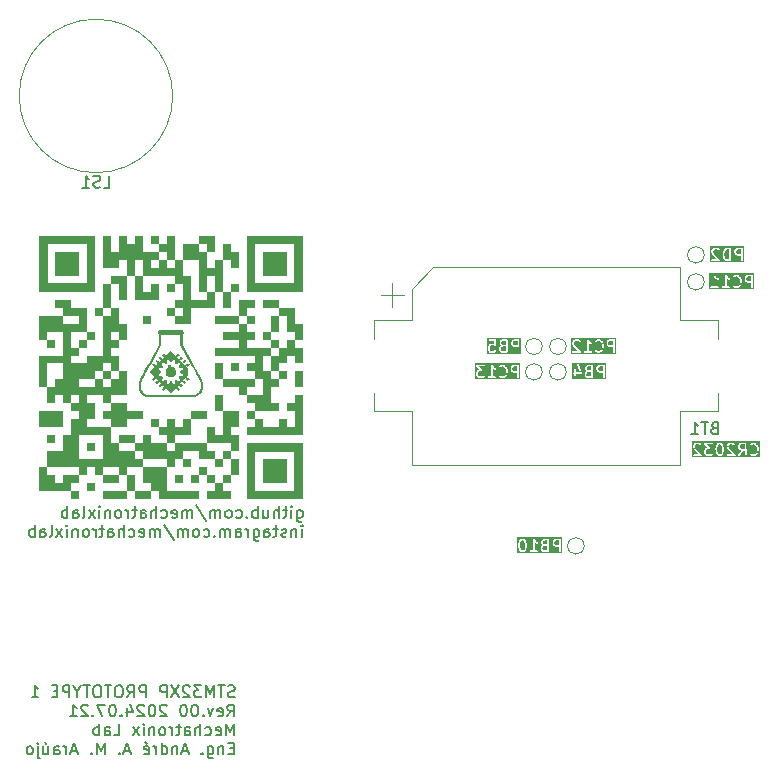
<source format=gbo>
G04 #@! TF.GenerationSoftware,KiCad,Pcbnew,8.0.0*
G04 #@! TF.CreationDate,2024-07-21T16:15:31-03:00*
G04 #@! TF.ProjectId,STM32XP,53544d33-3258-4502-9e6b-696361645f70,00*
G04 #@! TF.SameCoordinates,Original*
G04 #@! TF.FileFunction,Legend,Bot*
G04 #@! TF.FilePolarity,Positive*
%FSLAX46Y46*%
G04 Gerber Fmt 4.6, Leading zero omitted, Abs format (unit mm)*
G04 Created by KiCad (PCBNEW 8.0.0) date 2024-07-21 16:15:31*
%MOMM*%
%LPD*%
G01*
G04 APERTURE LIST*
%ADD10C,0.200000*%
%ADD11C,0.150000*%
%ADD12C,0.120000*%
%ADD13C,0.000000*%
%ADD14C,0.100000*%
%ADD15C,1.000000*%
%ADD16C,2.000000*%
%ADD17C,0.650000*%
%ADD18O,2.100000X1.000000*%
%ADD19O,1.800000X1.000000*%
%ADD20R,2.000000X4.600000*%
%ADD21O,2.000000X4.200000*%
%ADD22O,4.200000X2.000000*%
%ADD23C,3.200000*%
%ADD24R,1.700000X1.700000*%
%ADD25O,1.700000X1.700000*%
%ADD26C,1.700000*%
%ADD27R,2.600000X3.600000*%
G04 APERTURE END LIST*
D10*
X123642945Y-128009768D02*
X123500088Y-128057387D01*
X123500088Y-128057387D02*
X123261993Y-128057387D01*
X123261993Y-128057387D02*
X123166755Y-128009768D01*
X123166755Y-128009768D02*
X123119136Y-127962148D01*
X123119136Y-127962148D02*
X123071517Y-127866910D01*
X123071517Y-127866910D02*
X123071517Y-127771672D01*
X123071517Y-127771672D02*
X123119136Y-127676434D01*
X123119136Y-127676434D02*
X123166755Y-127628815D01*
X123166755Y-127628815D02*
X123261993Y-127581196D01*
X123261993Y-127581196D02*
X123452469Y-127533577D01*
X123452469Y-127533577D02*
X123547707Y-127485958D01*
X123547707Y-127485958D02*
X123595326Y-127438339D01*
X123595326Y-127438339D02*
X123642945Y-127343101D01*
X123642945Y-127343101D02*
X123642945Y-127247863D01*
X123642945Y-127247863D02*
X123595326Y-127152625D01*
X123595326Y-127152625D02*
X123547707Y-127105006D01*
X123547707Y-127105006D02*
X123452469Y-127057387D01*
X123452469Y-127057387D02*
X123214374Y-127057387D01*
X123214374Y-127057387D02*
X123071517Y-127105006D01*
X122785802Y-127057387D02*
X122214374Y-127057387D01*
X122500088Y-128057387D02*
X122500088Y-127057387D01*
X121881040Y-128057387D02*
X121881040Y-127057387D01*
X121881040Y-127057387D02*
X121547707Y-127771672D01*
X121547707Y-127771672D02*
X121214374Y-127057387D01*
X121214374Y-127057387D02*
X121214374Y-128057387D01*
X120833421Y-127057387D02*
X120214374Y-127057387D01*
X120214374Y-127057387D02*
X120547707Y-127438339D01*
X120547707Y-127438339D02*
X120404850Y-127438339D01*
X120404850Y-127438339D02*
X120309612Y-127485958D01*
X120309612Y-127485958D02*
X120261993Y-127533577D01*
X120261993Y-127533577D02*
X120214374Y-127628815D01*
X120214374Y-127628815D02*
X120214374Y-127866910D01*
X120214374Y-127866910D02*
X120261993Y-127962148D01*
X120261993Y-127962148D02*
X120309612Y-128009768D01*
X120309612Y-128009768D02*
X120404850Y-128057387D01*
X120404850Y-128057387D02*
X120690564Y-128057387D01*
X120690564Y-128057387D02*
X120785802Y-128009768D01*
X120785802Y-128009768D02*
X120833421Y-127962148D01*
X119833421Y-127152625D02*
X119785802Y-127105006D01*
X119785802Y-127105006D02*
X119690564Y-127057387D01*
X119690564Y-127057387D02*
X119452469Y-127057387D01*
X119452469Y-127057387D02*
X119357231Y-127105006D01*
X119357231Y-127105006D02*
X119309612Y-127152625D01*
X119309612Y-127152625D02*
X119261993Y-127247863D01*
X119261993Y-127247863D02*
X119261993Y-127343101D01*
X119261993Y-127343101D02*
X119309612Y-127485958D01*
X119309612Y-127485958D02*
X119881040Y-128057387D01*
X119881040Y-128057387D02*
X119261993Y-128057387D01*
X118928659Y-127057387D02*
X118261993Y-128057387D01*
X118261993Y-127057387D02*
X118928659Y-128057387D01*
X117881040Y-128057387D02*
X117881040Y-127057387D01*
X117881040Y-127057387D02*
X117500088Y-127057387D01*
X117500088Y-127057387D02*
X117404850Y-127105006D01*
X117404850Y-127105006D02*
X117357231Y-127152625D01*
X117357231Y-127152625D02*
X117309612Y-127247863D01*
X117309612Y-127247863D02*
X117309612Y-127390720D01*
X117309612Y-127390720D02*
X117357231Y-127485958D01*
X117357231Y-127485958D02*
X117404850Y-127533577D01*
X117404850Y-127533577D02*
X117500088Y-127581196D01*
X117500088Y-127581196D02*
X117881040Y-127581196D01*
X116119135Y-128057387D02*
X116119135Y-127057387D01*
X116119135Y-127057387D02*
X115738183Y-127057387D01*
X115738183Y-127057387D02*
X115642945Y-127105006D01*
X115642945Y-127105006D02*
X115595326Y-127152625D01*
X115595326Y-127152625D02*
X115547707Y-127247863D01*
X115547707Y-127247863D02*
X115547707Y-127390720D01*
X115547707Y-127390720D02*
X115595326Y-127485958D01*
X115595326Y-127485958D02*
X115642945Y-127533577D01*
X115642945Y-127533577D02*
X115738183Y-127581196D01*
X115738183Y-127581196D02*
X116119135Y-127581196D01*
X114547707Y-128057387D02*
X114881040Y-127581196D01*
X115119135Y-128057387D02*
X115119135Y-127057387D01*
X115119135Y-127057387D02*
X114738183Y-127057387D01*
X114738183Y-127057387D02*
X114642945Y-127105006D01*
X114642945Y-127105006D02*
X114595326Y-127152625D01*
X114595326Y-127152625D02*
X114547707Y-127247863D01*
X114547707Y-127247863D02*
X114547707Y-127390720D01*
X114547707Y-127390720D02*
X114595326Y-127485958D01*
X114595326Y-127485958D02*
X114642945Y-127533577D01*
X114642945Y-127533577D02*
X114738183Y-127581196D01*
X114738183Y-127581196D02*
X115119135Y-127581196D01*
X113928659Y-127057387D02*
X113738183Y-127057387D01*
X113738183Y-127057387D02*
X113642945Y-127105006D01*
X113642945Y-127105006D02*
X113547707Y-127200244D01*
X113547707Y-127200244D02*
X113500088Y-127390720D01*
X113500088Y-127390720D02*
X113500088Y-127724053D01*
X113500088Y-127724053D02*
X113547707Y-127914529D01*
X113547707Y-127914529D02*
X113642945Y-128009768D01*
X113642945Y-128009768D02*
X113738183Y-128057387D01*
X113738183Y-128057387D02*
X113928659Y-128057387D01*
X113928659Y-128057387D02*
X114023897Y-128009768D01*
X114023897Y-128009768D02*
X114119135Y-127914529D01*
X114119135Y-127914529D02*
X114166754Y-127724053D01*
X114166754Y-127724053D02*
X114166754Y-127390720D01*
X114166754Y-127390720D02*
X114119135Y-127200244D01*
X114119135Y-127200244D02*
X114023897Y-127105006D01*
X114023897Y-127105006D02*
X113928659Y-127057387D01*
X113214373Y-127057387D02*
X112642945Y-127057387D01*
X112928659Y-128057387D02*
X112928659Y-127057387D01*
X112119135Y-127057387D02*
X111928659Y-127057387D01*
X111928659Y-127057387D02*
X111833421Y-127105006D01*
X111833421Y-127105006D02*
X111738183Y-127200244D01*
X111738183Y-127200244D02*
X111690564Y-127390720D01*
X111690564Y-127390720D02*
X111690564Y-127724053D01*
X111690564Y-127724053D02*
X111738183Y-127914529D01*
X111738183Y-127914529D02*
X111833421Y-128009768D01*
X111833421Y-128009768D02*
X111928659Y-128057387D01*
X111928659Y-128057387D02*
X112119135Y-128057387D01*
X112119135Y-128057387D02*
X112214373Y-128009768D01*
X112214373Y-128009768D02*
X112309611Y-127914529D01*
X112309611Y-127914529D02*
X112357230Y-127724053D01*
X112357230Y-127724053D02*
X112357230Y-127390720D01*
X112357230Y-127390720D02*
X112309611Y-127200244D01*
X112309611Y-127200244D02*
X112214373Y-127105006D01*
X112214373Y-127105006D02*
X112119135Y-127057387D01*
X111404849Y-127057387D02*
X110833421Y-127057387D01*
X111119135Y-128057387D02*
X111119135Y-127057387D01*
X110309611Y-127581196D02*
X110309611Y-128057387D01*
X110642944Y-127057387D02*
X110309611Y-127581196D01*
X110309611Y-127581196D02*
X109976278Y-127057387D01*
X109642944Y-128057387D02*
X109642944Y-127057387D01*
X109642944Y-127057387D02*
X109261992Y-127057387D01*
X109261992Y-127057387D02*
X109166754Y-127105006D01*
X109166754Y-127105006D02*
X109119135Y-127152625D01*
X109119135Y-127152625D02*
X109071516Y-127247863D01*
X109071516Y-127247863D02*
X109071516Y-127390720D01*
X109071516Y-127390720D02*
X109119135Y-127485958D01*
X109119135Y-127485958D02*
X109166754Y-127533577D01*
X109166754Y-127533577D02*
X109261992Y-127581196D01*
X109261992Y-127581196D02*
X109642944Y-127581196D01*
X108642944Y-127533577D02*
X108309611Y-127533577D01*
X108166754Y-128057387D02*
X108642944Y-128057387D01*
X108642944Y-128057387D02*
X108642944Y-127057387D01*
X108642944Y-127057387D02*
X108166754Y-127057387D01*
X106452468Y-128057387D02*
X107023896Y-128057387D01*
X106738182Y-128057387D02*
X106738182Y-127057387D01*
X106738182Y-127057387D02*
X106833420Y-127200244D01*
X106833420Y-127200244D02*
X106928658Y-127295482D01*
X106928658Y-127295482D02*
X107023896Y-127343101D01*
X123023898Y-129667331D02*
X123357231Y-129191140D01*
X123595326Y-129667331D02*
X123595326Y-128667331D01*
X123595326Y-128667331D02*
X123214374Y-128667331D01*
X123214374Y-128667331D02*
X123119136Y-128714950D01*
X123119136Y-128714950D02*
X123071517Y-128762569D01*
X123071517Y-128762569D02*
X123023898Y-128857807D01*
X123023898Y-128857807D02*
X123023898Y-129000664D01*
X123023898Y-129000664D02*
X123071517Y-129095902D01*
X123071517Y-129095902D02*
X123119136Y-129143521D01*
X123119136Y-129143521D02*
X123214374Y-129191140D01*
X123214374Y-129191140D02*
X123595326Y-129191140D01*
X122214374Y-129619712D02*
X122309612Y-129667331D01*
X122309612Y-129667331D02*
X122500088Y-129667331D01*
X122500088Y-129667331D02*
X122595326Y-129619712D01*
X122595326Y-129619712D02*
X122642945Y-129524473D01*
X122642945Y-129524473D02*
X122642945Y-129143521D01*
X122642945Y-129143521D02*
X122595326Y-129048283D01*
X122595326Y-129048283D02*
X122500088Y-129000664D01*
X122500088Y-129000664D02*
X122309612Y-129000664D01*
X122309612Y-129000664D02*
X122214374Y-129048283D01*
X122214374Y-129048283D02*
X122166755Y-129143521D01*
X122166755Y-129143521D02*
X122166755Y-129238759D01*
X122166755Y-129238759D02*
X122642945Y-129333997D01*
X121833421Y-129000664D02*
X121595326Y-129667331D01*
X121595326Y-129667331D02*
X121357231Y-129000664D01*
X120976278Y-129572092D02*
X120928659Y-129619712D01*
X120928659Y-129619712D02*
X120976278Y-129667331D01*
X120976278Y-129667331D02*
X121023897Y-129619712D01*
X121023897Y-129619712D02*
X120976278Y-129572092D01*
X120976278Y-129572092D02*
X120976278Y-129667331D01*
X120309612Y-128667331D02*
X120214374Y-128667331D01*
X120214374Y-128667331D02*
X120119136Y-128714950D01*
X120119136Y-128714950D02*
X120071517Y-128762569D01*
X120071517Y-128762569D02*
X120023898Y-128857807D01*
X120023898Y-128857807D02*
X119976279Y-129048283D01*
X119976279Y-129048283D02*
X119976279Y-129286378D01*
X119976279Y-129286378D02*
X120023898Y-129476854D01*
X120023898Y-129476854D02*
X120071517Y-129572092D01*
X120071517Y-129572092D02*
X120119136Y-129619712D01*
X120119136Y-129619712D02*
X120214374Y-129667331D01*
X120214374Y-129667331D02*
X120309612Y-129667331D01*
X120309612Y-129667331D02*
X120404850Y-129619712D01*
X120404850Y-129619712D02*
X120452469Y-129572092D01*
X120452469Y-129572092D02*
X120500088Y-129476854D01*
X120500088Y-129476854D02*
X120547707Y-129286378D01*
X120547707Y-129286378D02*
X120547707Y-129048283D01*
X120547707Y-129048283D02*
X120500088Y-128857807D01*
X120500088Y-128857807D02*
X120452469Y-128762569D01*
X120452469Y-128762569D02*
X120404850Y-128714950D01*
X120404850Y-128714950D02*
X120309612Y-128667331D01*
X119357231Y-128667331D02*
X119261993Y-128667331D01*
X119261993Y-128667331D02*
X119166755Y-128714950D01*
X119166755Y-128714950D02*
X119119136Y-128762569D01*
X119119136Y-128762569D02*
X119071517Y-128857807D01*
X119071517Y-128857807D02*
X119023898Y-129048283D01*
X119023898Y-129048283D02*
X119023898Y-129286378D01*
X119023898Y-129286378D02*
X119071517Y-129476854D01*
X119071517Y-129476854D02*
X119119136Y-129572092D01*
X119119136Y-129572092D02*
X119166755Y-129619712D01*
X119166755Y-129619712D02*
X119261993Y-129667331D01*
X119261993Y-129667331D02*
X119357231Y-129667331D01*
X119357231Y-129667331D02*
X119452469Y-129619712D01*
X119452469Y-129619712D02*
X119500088Y-129572092D01*
X119500088Y-129572092D02*
X119547707Y-129476854D01*
X119547707Y-129476854D02*
X119595326Y-129286378D01*
X119595326Y-129286378D02*
X119595326Y-129048283D01*
X119595326Y-129048283D02*
X119547707Y-128857807D01*
X119547707Y-128857807D02*
X119500088Y-128762569D01*
X119500088Y-128762569D02*
X119452469Y-128714950D01*
X119452469Y-128714950D02*
X119357231Y-128667331D01*
X117881040Y-128762569D02*
X117833421Y-128714950D01*
X117833421Y-128714950D02*
X117738183Y-128667331D01*
X117738183Y-128667331D02*
X117500088Y-128667331D01*
X117500088Y-128667331D02*
X117404850Y-128714950D01*
X117404850Y-128714950D02*
X117357231Y-128762569D01*
X117357231Y-128762569D02*
X117309612Y-128857807D01*
X117309612Y-128857807D02*
X117309612Y-128953045D01*
X117309612Y-128953045D02*
X117357231Y-129095902D01*
X117357231Y-129095902D02*
X117928659Y-129667331D01*
X117928659Y-129667331D02*
X117309612Y-129667331D01*
X116690564Y-128667331D02*
X116595326Y-128667331D01*
X116595326Y-128667331D02*
X116500088Y-128714950D01*
X116500088Y-128714950D02*
X116452469Y-128762569D01*
X116452469Y-128762569D02*
X116404850Y-128857807D01*
X116404850Y-128857807D02*
X116357231Y-129048283D01*
X116357231Y-129048283D02*
X116357231Y-129286378D01*
X116357231Y-129286378D02*
X116404850Y-129476854D01*
X116404850Y-129476854D02*
X116452469Y-129572092D01*
X116452469Y-129572092D02*
X116500088Y-129619712D01*
X116500088Y-129619712D02*
X116595326Y-129667331D01*
X116595326Y-129667331D02*
X116690564Y-129667331D01*
X116690564Y-129667331D02*
X116785802Y-129619712D01*
X116785802Y-129619712D02*
X116833421Y-129572092D01*
X116833421Y-129572092D02*
X116881040Y-129476854D01*
X116881040Y-129476854D02*
X116928659Y-129286378D01*
X116928659Y-129286378D02*
X116928659Y-129048283D01*
X116928659Y-129048283D02*
X116881040Y-128857807D01*
X116881040Y-128857807D02*
X116833421Y-128762569D01*
X116833421Y-128762569D02*
X116785802Y-128714950D01*
X116785802Y-128714950D02*
X116690564Y-128667331D01*
X115976278Y-128762569D02*
X115928659Y-128714950D01*
X115928659Y-128714950D02*
X115833421Y-128667331D01*
X115833421Y-128667331D02*
X115595326Y-128667331D01*
X115595326Y-128667331D02*
X115500088Y-128714950D01*
X115500088Y-128714950D02*
X115452469Y-128762569D01*
X115452469Y-128762569D02*
X115404850Y-128857807D01*
X115404850Y-128857807D02*
X115404850Y-128953045D01*
X115404850Y-128953045D02*
X115452469Y-129095902D01*
X115452469Y-129095902D02*
X116023897Y-129667331D01*
X116023897Y-129667331D02*
X115404850Y-129667331D01*
X114547707Y-129000664D02*
X114547707Y-129667331D01*
X114785802Y-128619712D02*
X115023897Y-129333997D01*
X115023897Y-129333997D02*
X114404850Y-129333997D01*
X114023897Y-129572092D02*
X113976278Y-129619712D01*
X113976278Y-129619712D02*
X114023897Y-129667331D01*
X114023897Y-129667331D02*
X114071516Y-129619712D01*
X114071516Y-129619712D02*
X114023897Y-129572092D01*
X114023897Y-129572092D02*
X114023897Y-129667331D01*
X113357231Y-128667331D02*
X113261993Y-128667331D01*
X113261993Y-128667331D02*
X113166755Y-128714950D01*
X113166755Y-128714950D02*
X113119136Y-128762569D01*
X113119136Y-128762569D02*
X113071517Y-128857807D01*
X113071517Y-128857807D02*
X113023898Y-129048283D01*
X113023898Y-129048283D02*
X113023898Y-129286378D01*
X113023898Y-129286378D02*
X113071517Y-129476854D01*
X113071517Y-129476854D02*
X113119136Y-129572092D01*
X113119136Y-129572092D02*
X113166755Y-129619712D01*
X113166755Y-129619712D02*
X113261993Y-129667331D01*
X113261993Y-129667331D02*
X113357231Y-129667331D01*
X113357231Y-129667331D02*
X113452469Y-129619712D01*
X113452469Y-129619712D02*
X113500088Y-129572092D01*
X113500088Y-129572092D02*
X113547707Y-129476854D01*
X113547707Y-129476854D02*
X113595326Y-129286378D01*
X113595326Y-129286378D02*
X113595326Y-129048283D01*
X113595326Y-129048283D02*
X113547707Y-128857807D01*
X113547707Y-128857807D02*
X113500088Y-128762569D01*
X113500088Y-128762569D02*
X113452469Y-128714950D01*
X113452469Y-128714950D02*
X113357231Y-128667331D01*
X112690564Y-128667331D02*
X112023898Y-128667331D01*
X112023898Y-128667331D02*
X112452469Y-129667331D01*
X111642945Y-129572092D02*
X111595326Y-129619712D01*
X111595326Y-129619712D02*
X111642945Y-129667331D01*
X111642945Y-129667331D02*
X111690564Y-129619712D01*
X111690564Y-129619712D02*
X111642945Y-129572092D01*
X111642945Y-129572092D02*
X111642945Y-129667331D01*
X111214374Y-128762569D02*
X111166755Y-128714950D01*
X111166755Y-128714950D02*
X111071517Y-128667331D01*
X111071517Y-128667331D02*
X110833422Y-128667331D01*
X110833422Y-128667331D02*
X110738184Y-128714950D01*
X110738184Y-128714950D02*
X110690565Y-128762569D01*
X110690565Y-128762569D02*
X110642946Y-128857807D01*
X110642946Y-128857807D02*
X110642946Y-128953045D01*
X110642946Y-128953045D02*
X110690565Y-129095902D01*
X110690565Y-129095902D02*
X111261993Y-129667331D01*
X111261993Y-129667331D02*
X110642946Y-129667331D01*
X109690565Y-129667331D02*
X110261993Y-129667331D01*
X109976279Y-129667331D02*
X109976279Y-128667331D01*
X109976279Y-128667331D02*
X110071517Y-128810188D01*
X110071517Y-128810188D02*
X110166755Y-128905426D01*
X110166755Y-128905426D02*
X110261993Y-128953045D01*
X123595326Y-131277275D02*
X123595326Y-130277275D01*
X123595326Y-130277275D02*
X123261993Y-130991560D01*
X123261993Y-130991560D02*
X122928660Y-130277275D01*
X122928660Y-130277275D02*
X122928660Y-131277275D01*
X122071517Y-131229656D02*
X122166755Y-131277275D01*
X122166755Y-131277275D02*
X122357231Y-131277275D01*
X122357231Y-131277275D02*
X122452469Y-131229656D01*
X122452469Y-131229656D02*
X122500088Y-131134417D01*
X122500088Y-131134417D02*
X122500088Y-130753465D01*
X122500088Y-130753465D02*
X122452469Y-130658227D01*
X122452469Y-130658227D02*
X122357231Y-130610608D01*
X122357231Y-130610608D02*
X122166755Y-130610608D01*
X122166755Y-130610608D02*
X122071517Y-130658227D01*
X122071517Y-130658227D02*
X122023898Y-130753465D01*
X122023898Y-130753465D02*
X122023898Y-130848703D01*
X122023898Y-130848703D02*
X122500088Y-130943941D01*
X121166755Y-131229656D02*
X121261993Y-131277275D01*
X121261993Y-131277275D02*
X121452469Y-131277275D01*
X121452469Y-131277275D02*
X121547707Y-131229656D01*
X121547707Y-131229656D02*
X121595326Y-131182036D01*
X121595326Y-131182036D02*
X121642945Y-131086798D01*
X121642945Y-131086798D02*
X121642945Y-130801084D01*
X121642945Y-130801084D02*
X121595326Y-130705846D01*
X121595326Y-130705846D02*
X121547707Y-130658227D01*
X121547707Y-130658227D02*
X121452469Y-130610608D01*
X121452469Y-130610608D02*
X121261993Y-130610608D01*
X121261993Y-130610608D02*
X121166755Y-130658227D01*
X120738183Y-131277275D02*
X120738183Y-130277275D01*
X120309612Y-131277275D02*
X120309612Y-130753465D01*
X120309612Y-130753465D02*
X120357231Y-130658227D01*
X120357231Y-130658227D02*
X120452469Y-130610608D01*
X120452469Y-130610608D02*
X120595326Y-130610608D01*
X120595326Y-130610608D02*
X120690564Y-130658227D01*
X120690564Y-130658227D02*
X120738183Y-130705846D01*
X119404850Y-131277275D02*
X119404850Y-130753465D01*
X119404850Y-130753465D02*
X119452469Y-130658227D01*
X119452469Y-130658227D02*
X119547707Y-130610608D01*
X119547707Y-130610608D02*
X119738183Y-130610608D01*
X119738183Y-130610608D02*
X119833421Y-130658227D01*
X119404850Y-131229656D02*
X119500088Y-131277275D01*
X119500088Y-131277275D02*
X119738183Y-131277275D01*
X119738183Y-131277275D02*
X119833421Y-131229656D01*
X119833421Y-131229656D02*
X119881040Y-131134417D01*
X119881040Y-131134417D02*
X119881040Y-131039179D01*
X119881040Y-131039179D02*
X119833421Y-130943941D01*
X119833421Y-130943941D02*
X119738183Y-130896322D01*
X119738183Y-130896322D02*
X119500088Y-130896322D01*
X119500088Y-130896322D02*
X119404850Y-130848703D01*
X119071516Y-130610608D02*
X118690564Y-130610608D01*
X118928659Y-130277275D02*
X118928659Y-131134417D01*
X118928659Y-131134417D02*
X118881040Y-131229656D01*
X118881040Y-131229656D02*
X118785802Y-131277275D01*
X118785802Y-131277275D02*
X118690564Y-131277275D01*
X118357230Y-131277275D02*
X118357230Y-130610608D01*
X118357230Y-130801084D02*
X118309611Y-130705846D01*
X118309611Y-130705846D02*
X118261992Y-130658227D01*
X118261992Y-130658227D02*
X118166754Y-130610608D01*
X118166754Y-130610608D02*
X118071516Y-130610608D01*
X117595325Y-131277275D02*
X117690563Y-131229656D01*
X117690563Y-131229656D02*
X117738182Y-131182036D01*
X117738182Y-131182036D02*
X117785801Y-131086798D01*
X117785801Y-131086798D02*
X117785801Y-130801084D01*
X117785801Y-130801084D02*
X117738182Y-130705846D01*
X117738182Y-130705846D02*
X117690563Y-130658227D01*
X117690563Y-130658227D02*
X117595325Y-130610608D01*
X117595325Y-130610608D02*
X117452468Y-130610608D01*
X117452468Y-130610608D02*
X117357230Y-130658227D01*
X117357230Y-130658227D02*
X117309611Y-130705846D01*
X117309611Y-130705846D02*
X117261992Y-130801084D01*
X117261992Y-130801084D02*
X117261992Y-131086798D01*
X117261992Y-131086798D02*
X117309611Y-131182036D01*
X117309611Y-131182036D02*
X117357230Y-131229656D01*
X117357230Y-131229656D02*
X117452468Y-131277275D01*
X117452468Y-131277275D02*
X117595325Y-131277275D01*
X116833420Y-130610608D02*
X116833420Y-131277275D01*
X116833420Y-130705846D02*
X116785801Y-130658227D01*
X116785801Y-130658227D02*
X116690563Y-130610608D01*
X116690563Y-130610608D02*
X116547706Y-130610608D01*
X116547706Y-130610608D02*
X116452468Y-130658227D01*
X116452468Y-130658227D02*
X116404849Y-130753465D01*
X116404849Y-130753465D02*
X116404849Y-131277275D01*
X115928658Y-131277275D02*
X115928658Y-130610608D01*
X115928658Y-130277275D02*
X115976277Y-130324894D01*
X115976277Y-130324894D02*
X115928658Y-130372513D01*
X115928658Y-130372513D02*
X115881039Y-130324894D01*
X115881039Y-130324894D02*
X115928658Y-130277275D01*
X115928658Y-130277275D02*
X115928658Y-130372513D01*
X115547706Y-131277275D02*
X115023897Y-130610608D01*
X115547706Y-130610608D02*
X115023897Y-131277275D01*
X113404849Y-131277275D02*
X113881039Y-131277275D01*
X113881039Y-131277275D02*
X113881039Y-130277275D01*
X112642944Y-131277275D02*
X112642944Y-130753465D01*
X112642944Y-130753465D02*
X112690563Y-130658227D01*
X112690563Y-130658227D02*
X112785801Y-130610608D01*
X112785801Y-130610608D02*
X112976277Y-130610608D01*
X112976277Y-130610608D02*
X113071515Y-130658227D01*
X112642944Y-131229656D02*
X112738182Y-131277275D01*
X112738182Y-131277275D02*
X112976277Y-131277275D01*
X112976277Y-131277275D02*
X113071515Y-131229656D01*
X113071515Y-131229656D02*
X113119134Y-131134417D01*
X113119134Y-131134417D02*
X113119134Y-131039179D01*
X113119134Y-131039179D02*
X113071515Y-130943941D01*
X113071515Y-130943941D02*
X112976277Y-130896322D01*
X112976277Y-130896322D02*
X112738182Y-130896322D01*
X112738182Y-130896322D02*
X112642944Y-130848703D01*
X112166753Y-131277275D02*
X112166753Y-130277275D01*
X112166753Y-130658227D02*
X112071515Y-130610608D01*
X112071515Y-130610608D02*
X111881039Y-130610608D01*
X111881039Y-130610608D02*
X111785801Y-130658227D01*
X111785801Y-130658227D02*
X111738182Y-130705846D01*
X111738182Y-130705846D02*
X111690563Y-130801084D01*
X111690563Y-130801084D02*
X111690563Y-131086798D01*
X111690563Y-131086798D02*
X111738182Y-131182036D01*
X111738182Y-131182036D02*
X111785801Y-131229656D01*
X111785801Y-131229656D02*
X111881039Y-131277275D01*
X111881039Y-131277275D02*
X112071515Y-131277275D01*
X112071515Y-131277275D02*
X112166753Y-131229656D01*
X123595326Y-132363409D02*
X123261993Y-132363409D01*
X123119136Y-132887219D02*
X123595326Y-132887219D01*
X123595326Y-132887219D02*
X123595326Y-131887219D01*
X123595326Y-131887219D02*
X123119136Y-131887219D01*
X122690564Y-132220552D02*
X122690564Y-132887219D01*
X122690564Y-132315790D02*
X122642945Y-132268171D01*
X122642945Y-132268171D02*
X122547707Y-132220552D01*
X122547707Y-132220552D02*
X122404850Y-132220552D01*
X122404850Y-132220552D02*
X122309612Y-132268171D01*
X122309612Y-132268171D02*
X122261993Y-132363409D01*
X122261993Y-132363409D02*
X122261993Y-132887219D01*
X121357231Y-132220552D02*
X121357231Y-133030076D01*
X121357231Y-133030076D02*
X121404850Y-133125314D01*
X121404850Y-133125314D02*
X121452469Y-133172933D01*
X121452469Y-133172933D02*
X121547707Y-133220552D01*
X121547707Y-133220552D02*
X121690564Y-133220552D01*
X121690564Y-133220552D02*
X121785802Y-133172933D01*
X121357231Y-132839600D02*
X121452469Y-132887219D01*
X121452469Y-132887219D02*
X121642945Y-132887219D01*
X121642945Y-132887219D02*
X121738183Y-132839600D01*
X121738183Y-132839600D02*
X121785802Y-132791980D01*
X121785802Y-132791980D02*
X121833421Y-132696742D01*
X121833421Y-132696742D02*
X121833421Y-132411028D01*
X121833421Y-132411028D02*
X121785802Y-132315790D01*
X121785802Y-132315790D02*
X121738183Y-132268171D01*
X121738183Y-132268171D02*
X121642945Y-132220552D01*
X121642945Y-132220552D02*
X121452469Y-132220552D01*
X121452469Y-132220552D02*
X121357231Y-132268171D01*
X120881040Y-132791980D02*
X120833421Y-132839600D01*
X120833421Y-132839600D02*
X120881040Y-132887219D01*
X120881040Y-132887219D02*
X120928659Y-132839600D01*
X120928659Y-132839600D02*
X120881040Y-132791980D01*
X120881040Y-132791980D02*
X120881040Y-132887219D01*
X119690564Y-132601504D02*
X119214374Y-132601504D01*
X119785802Y-132887219D02*
X119452469Y-131887219D01*
X119452469Y-131887219D02*
X119119136Y-132887219D01*
X118785802Y-132220552D02*
X118785802Y-132887219D01*
X118785802Y-132315790D02*
X118738183Y-132268171D01*
X118738183Y-132268171D02*
X118642945Y-132220552D01*
X118642945Y-132220552D02*
X118500088Y-132220552D01*
X118500088Y-132220552D02*
X118404850Y-132268171D01*
X118404850Y-132268171D02*
X118357231Y-132363409D01*
X118357231Y-132363409D02*
X118357231Y-132887219D01*
X117452469Y-132887219D02*
X117452469Y-131887219D01*
X117452469Y-132839600D02*
X117547707Y-132887219D01*
X117547707Y-132887219D02*
X117738183Y-132887219D01*
X117738183Y-132887219D02*
X117833421Y-132839600D01*
X117833421Y-132839600D02*
X117881040Y-132791980D01*
X117881040Y-132791980D02*
X117928659Y-132696742D01*
X117928659Y-132696742D02*
X117928659Y-132411028D01*
X117928659Y-132411028D02*
X117881040Y-132315790D01*
X117881040Y-132315790D02*
X117833421Y-132268171D01*
X117833421Y-132268171D02*
X117738183Y-132220552D01*
X117738183Y-132220552D02*
X117547707Y-132220552D01*
X117547707Y-132220552D02*
X117452469Y-132268171D01*
X116976278Y-132887219D02*
X116976278Y-132220552D01*
X116976278Y-132411028D02*
X116928659Y-132315790D01*
X116928659Y-132315790D02*
X116881040Y-132268171D01*
X116881040Y-132268171D02*
X116785802Y-132220552D01*
X116785802Y-132220552D02*
X116690564Y-132220552D01*
X115976278Y-132839600D02*
X116071516Y-132887219D01*
X116071516Y-132887219D02*
X116261992Y-132887219D01*
X116261992Y-132887219D02*
X116357230Y-132839600D01*
X116357230Y-132839600D02*
X116404849Y-132744361D01*
X116404849Y-132744361D02*
X116404849Y-132363409D01*
X116404849Y-132363409D02*
X116357230Y-132268171D01*
X116357230Y-132268171D02*
X116261992Y-132220552D01*
X116261992Y-132220552D02*
X116071516Y-132220552D01*
X116071516Y-132220552D02*
X115976278Y-132268171D01*
X115976278Y-132268171D02*
X115928659Y-132363409D01*
X115928659Y-132363409D02*
X115928659Y-132458647D01*
X115928659Y-132458647D02*
X116404849Y-132553885D01*
X116071516Y-131839600D02*
X116214373Y-131982457D01*
X114785801Y-132601504D02*
X114309611Y-132601504D01*
X114881039Y-132887219D02*
X114547706Y-131887219D01*
X114547706Y-131887219D02*
X114214373Y-132887219D01*
X113881039Y-132791980D02*
X113833420Y-132839600D01*
X113833420Y-132839600D02*
X113881039Y-132887219D01*
X113881039Y-132887219D02*
X113928658Y-132839600D01*
X113928658Y-132839600D02*
X113881039Y-132791980D01*
X113881039Y-132791980D02*
X113881039Y-132887219D01*
X112642944Y-132887219D02*
X112642944Y-131887219D01*
X112642944Y-131887219D02*
X112309611Y-132601504D01*
X112309611Y-132601504D02*
X111976278Y-131887219D01*
X111976278Y-131887219D02*
X111976278Y-132887219D01*
X111500087Y-132791980D02*
X111452468Y-132839600D01*
X111452468Y-132839600D02*
X111500087Y-132887219D01*
X111500087Y-132887219D02*
X111547706Y-132839600D01*
X111547706Y-132839600D02*
X111500087Y-132791980D01*
X111500087Y-132791980D02*
X111500087Y-132887219D01*
X110309611Y-132601504D02*
X109833421Y-132601504D01*
X110404849Y-132887219D02*
X110071516Y-131887219D01*
X110071516Y-131887219D02*
X109738183Y-132887219D01*
X109404849Y-132887219D02*
X109404849Y-132220552D01*
X109404849Y-132411028D02*
X109357230Y-132315790D01*
X109357230Y-132315790D02*
X109309611Y-132268171D01*
X109309611Y-132268171D02*
X109214373Y-132220552D01*
X109214373Y-132220552D02*
X109119135Y-132220552D01*
X108357230Y-132887219D02*
X108357230Y-132363409D01*
X108357230Y-132363409D02*
X108404849Y-132268171D01*
X108404849Y-132268171D02*
X108500087Y-132220552D01*
X108500087Y-132220552D02*
X108690563Y-132220552D01*
X108690563Y-132220552D02*
X108785801Y-132268171D01*
X108357230Y-132839600D02*
X108452468Y-132887219D01*
X108452468Y-132887219D02*
X108690563Y-132887219D01*
X108690563Y-132887219D02*
X108785801Y-132839600D01*
X108785801Y-132839600D02*
X108833420Y-132744361D01*
X108833420Y-132744361D02*
X108833420Y-132649123D01*
X108833420Y-132649123D02*
X108785801Y-132553885D01*
X108785801Y-132553885D02*
X108690563Y-132506266D01*
X108690563Y-132506266D02*
X108452468Y-132506266D01*
X108452468Y-132506266D02*
X108357230Y-132458647D01*
X107452468Y-132220552D02*
X107452468Y-132887219D01*
X107881039Y-132220552D02*
X107881039Y-132744361D01*
X107881039Y-132744361D02*
X107833420Y-132839600D01*
X107833420Y-132839600D02*
X107738182Y-132887219D01*
X107738182Y-132887219D02*
X107595325Y-132887219D01*
X107595325Y-132887219D02*
X107500087Y-132839600D01*
X107500087Y-132839600D02*
X107452468Y-132791980D01*
X107547706Y-131839600D02*
X107690563Y-131982457D01*
X106976277Y-132220552D02*
X106976277Y-133077695D01*
X106976277Y-133077695D02*
X107023896Y-133172933D01*
X107023896Y-133172933D02*
X107119134Y-133220552D01*
X107119134Y-133220552D02*
X107166753Y-133220552D01*
X106976277Y-131887219D02*
X107023896Y-131934838D01*
X107023896Y-131934838D02*
X106976277Y-131982457D01*
X106976277Y-131982457D02*
X106928658Y-131934838D01*
X106928658Y-131934838D02*
X106976277Y-131887219D01*
X106976277Y-131887219D02*
X106976277Y-131982457D01*
X106357230Y-132887219D02*
X106452468Y-132839600D01*
X106452468Y-132839600D02*
X106500087Y-132791980D01*
X106500087Y-132791980D02*
X106547706Y-132696742D01*
X106547706Y-132696742D02*
X106547706Y-132411028D01*
X106547706Y-132411028D02*
X106500087Y-132315790D01*
X106500087Y-132315790D02*
X106452468Y-132268171D01*
X106452468Y-132268171D02*
X106357230Y-132220552D01*
X106357230Y-132220552D02*
X106214373Y-132220552D01*
X106214373Y-132220552D02*
X106119135Y-132268171D01*
X106119135Y-132268171D02*
X106071516Y-132315790D01*
X106071516Y-132315790D02*
X106023897Y-132411028D01*
X106023897Y-132411028D02*
X106023897Y-132696742D01*
X106023897Y-132696742D02*
X106071516Y-132791980D01*
X106071516Y-132791980D02*
X106119135Y-132839600D01*
X106119135Y-132839600D02*
X106214373Y-132887219D01*
X106214373Y-132887219D02*
X106357230Y-132887219D01*
D11*
X128914649Y-112198208D02*
X128914649Y-113007732D01*
X128914649Y-113007732D02*
X128962268Y-113102970D01*
X128962268Y-113102970D02*
X129009887Y-113150589D01*
X129009887Y-113150589D02*
X129105125Y-113198208D01*
X129105125Y-113198208D02*
X129247982Y-113198208D01*
X129247982Y-113198208D02*
X129343220Y-113150589D01*
X128914649Y-112817256D02*
X129009887Y-112864875D01*
X129009887Y-112864875D02*
X129200363Y-112864875D01*
X129200363Y-112864875D02*
X129295601Y-112817256D01*
X129295601Y-112817256D02*
X129343220Y-112769636D01*
X129343220Y-112769636D02*
X129390839Y-112674398D01*
X129390839Y-112674398D02*
X129390839Y-112388684D01*
X129390839Y-112388684D02*
X129343220Y-112293446D01*
X129343220Y-112293446D02*
X129295601Y-112245827D01*
X129295601Y-112245827D02*
X129200363Y-112198208D01*
X129200363Y-112198208D02*
X129009887Y-112198208D01*
X129009887Y-112198208D02*
X128914649Y-112245827D01*
X128438458Y-112864875D02*
X128438458Y-112198208D01*
X128438458Y-111864875D02*
X128486077Y-111912494D01*
X128486077Y-111912494D02*
X128438458Y-111960113D01*
X128438458Y-111960113D02*
X128390839Y-111912494D01*
X128390839Y-111912494D02*
X128438458Y-111864875D01*
X128438458Y-111864875D02*
X128438458Y-111960113D01*
X128105125Y-112198208D02*
X127724173Y-112198208D01*
X127962268Y-111864875D02*
X127962268Y-112722017D01*
X127962268Y-112722017D02*
X127914649Y-112817256D01*
X127914649Y-112817256D02*
X127819411Y-112864875D01*
X127819411Y-112864875D02*
X127724173Y-112864875D01*
X127390839Y-112864875D02*
X127390839Y-111864875D01*
X126962268Y-112864875D02*
X126962268Y-112341065D01*
X126962268Y-112341065D02*
X127009887Y-112245827D01*
X127009887Y-112245827D02*
X127105125Y-112198208D01*
X127105125Y-112198208D02*
X127247982Y-112198208D01*
X127247982Y-112198208D02*
X127343220Y-112245827D01*
X127343220Y-112245827D02*
X127390839Y-112293446D01*
X126057506Y-112198208D02*
X126057506Y-112864875D01*
X126486077Y-112198208D02*
X126486077Y-112722017D01*
X126486077Y-112722017D02*
X126438458Y-112817256D01*
X126438458Y-112817256D02*
X126343220Y-112864875D01*
X126343220Y-112864875D02*
X126200363Y-112864875D01*
X126200363Y-112864875D02*
X126105125Y-112817256D01*
X126105125Y-112817256D02*
X126057506Y-112769636D01*
X125581315Y-112864875D02*
X125581315Y-111864875D01*
X125581315Y-112245827D02*
X125486077Y-112198208D01*
X125486077Y-112198208D02*
X125295601Y-112198208D01*
X125295601Y-112198208D02*
X125200363Y-112245827D01*
X125200363Y-112245827D02*
X125152744Y-112293446D01*
X125152744Y-112293446D02*
X125105125Y-112388684D01*
X125105125Y-112388684D02*
X125105125Y-112674398D01*
X125105125Y-112674398D02*
X125152744Y-112769636D01*
X125152744Y-112769636D02*
X125200363Y-112817256D01*
X125200363Y-112817256D02*
X125295601Y-112864875D01*
X125295601Y-112864875D02*
X125486077Y-112864875D01*
X125486077Y-112864875D02*
X125581315Y-112817256D01*
X124676553Y-112769636D02*
X124628934Y-112817256D01*
X124628934Y-112817256D02*
X124676553Y-112864875D01*
X124676553Y-112864875D02*
X124724172Y-112817256D01*
X124724172Y-112817256D02*
X124676553Y-112769636D01*
X124676553Y-112769636D02*
X124676553Y-112864875D01*
X123771792Y-112817256D02*
X123867030Y-112864875D01*
X123867030Y-112864875D02*
X124057506Y-112864875D01*
X124057506Y-112864875D02*
X124152744Y-112817256D01*
X124152744Y-112817256D02*
X124200363Y-112769636D01*
X124200363Y-112769636D02*
X124247982Y-112674398D01*
X124247982Y-112674398D02*
X124247982Y-112388684D01*
X124247982Y-112388684D02*
X124200363Y-112293446D01*
X124200363Y-112293446D02*
X124152744Y-112245827D01*
X124152744Y-112245827D02*
X124057506Y-112198208D01*
X124057506Y-112198208D02*
X123867030Y-112198208D01*
X123867030Y-112198208D02*
X123771792Y-112245827D01*
X123200363Y-112864875D02*
X123295601Y-112817256D01*
X123295601Y-112817256D02*
X123343220Y-112769636D01*
X123343220Y-112769636D02*
X123390839Y-112674398D01*
X123390839Y-112674398D02*
X123390839Y-112388684D01*
X123390839Y-112388684D02*
X123343220Y-112293446D01*
X123343220Y-112293446D02*
X123295601Y-112245827D01*
X123295601Y-112245827D02*
X123200363Y-112198208D01*
X123200363Y-112198208D02*
X123057506Y-112198208D01*
X123057506Y-112198208D02*
X122962268Y-112245827D01*
X122962268Y-112245827D02*
X122914649Y-112293446D01*
X122914649Y-112293446D02*
X122867030Y-112388684D01*
X122867030Y-112388684D02*
X122867030Y-112674398D01*
X122867030Y-112674398D02*
X122914649Y-112769636D01*
X122914649Y-112769636D02*
X122962268Y-112817256D01*
X122962268Y-112817256D02*
X123057506Y-112864875D01*
X123057506Y-112864875D02*
X123200363Y-112864875D01*
X122438458Y-112864875D02*
X122438458Y-112198208D01*
X122438458Y-112293446D02*
X122390839Y-112245827D01*
X122390839Y-112245827D02*
X122295601Y-112198208D01*
X122295601Y-112198208D02*
X122152744Y-112198208D01*
X122152744Y-112198208D02*
X122057506Y-112245827D01*
X122057506Y-112245827D02*
X122009887Y-112341065D01*
X122009887Y-112341065D02*
X122009887Y-112864875D01*
X122009887Y-112341065D02*
X121962268Y-112245827D01*
X121962268Y-112245827D02*
X121867030Y-112198208D01*
X121867030Y-112198208D02*
X121724173Y-112198208D01*
X121724173Y-112198208D02*
X121628934Y-112245827D01*
X121628934Y-112245827D02*
X121581315Y-112341065D01*
X121581315Y-112341065D02*
X121581315Y-112864875D01*
X120390840Y-111817256D02*
X121247982Y-113102970D01*
X120057506Y-112864875D02*
X120057506Y-112198208D01*
X120057506Y-112293446D02*
X120009887Y-112245827D01*
X120009887Y-112245827D02*
X119914649Y-112198208D01*
X119914649Y-112198208D02*
X119771792Y-112198208D01*
X119771792Y-112198208D02*
X119676554Y-112245827D01*
X119676554Y-112245827D02*
X119628935Y-112341065D01*
X119628935Y-112341065D02*
X119628935Y-112864875D01*
X119628935Y-112341065D02*
X119581316Y-112245827D01*
X119581316Y-112245827D02*
X119486078Y-112198208D01*
X119486078Y-112198208D02*
X119343221Y-112198208D01*
X119343221Y-112198208D02*
X119247982Y-112245827D01*
X119247982Y-112245827D02*
X119200363Y-112341065D01*
X119200363Y-112341065D02*
X119200363Y-112864875D01*
X118343221Y-112817256D02*
X118438459Y-112864875D01*
X118438459Y-112864875D02*
X118628935Y-112864875D01*
X118628935Y-112864875D02*
X118724173Y-112817256D01*
X118724173Y-112817256D02*
X118771792Y-112722017D01*
X118771792Y-112722017D02*
X118771792Y-112341065D01*
X118771792Y-112341065D02*
X118724173Y-112245827D01*
X118724173Y-112245827D02*
X118628935Y-112198208D01*
X118628935Y-112198208D02*
X118438459Y-112198208D01*
X118438459Y-112198208D02*
X118343221Y-112245827D01*
X118343221Y-112245827D02*
X118295602Y-112341065D01*
X118295602Y-112341065D02*
X118295602Y-112436303D01*
X118295602Y-112436303D02*
X118771792Y-112531541D01*
X117438459Y-112817256D02*
X117533697Y-112864875D01*
X117533697Y-112864875D02*
X117724173Y-112864875D01*
X117724173Y-112864875D02*
X117819411Y-112817256D01*
X117819411Y-112817256D02*
X117867030Y-112769636D01*
X117867030Y-112769636D02*
X117914649Y-112674398D01*
X117914649Y-112674398D02*
X117914649Y-112388684D01*
X117914649Y-112388684D02*
X117867030Y-112293446D01*
X117867030Y-112293446D02*
X117819411Y-112245827D01*
X117819411Y-112245827D02*
X117724173Y-112198208D01*
X117724173Y-112198208D02*
X117533697Y-112198208D01*
X117533697Y-112198208D02*
X117438459Y-112245827D01*
X117009887Y-112864875D02*
X117009887Y-111864875D01*
X116581316Y-112864875D02*
X116581316Y-112341065D01*
X116581316Y-112341065D02*
X116628935Y-112245827D01*
X116628935Y-112245827D02*
X116724173Y-112198208D01*
X116724173Y-112198208D02*
X116867030Y-112198208D01*
X116867030Y-112198208D02*
X116962268Y-112245827D01*
X116962268Y-112245827D02*
X117009887Y-112293446D01*
X115676554Y-112864875D02*
X115676554Y-112341065D01*
X115676554Y-112341065D02*
X115724173Y-112245827D01*
X115724173Y-112245827D02*
X115819411Y-112198208D01*
X115819411Y-112198208D02*
X116009887Y-112198208D01*
X116009887Y-112198208D02*
X116105125Y-112245827D01*
X115676554Y-112817256D02*
X115771792Y-112864875D01*
X115771792Y-112864875D02*
X116009887Y-112864875D01*
X116009887Y-112864875D02*
X116105125Y-112817256D01*
X116105125Y-112817256D02*
X116152744Y-112722017D01*
X116152744Y-112722017D02*
X116152744Y-112626779D01*
X116152744Y-112626779D02*
X116105125Y-112531541D01*
X116105125Y-112531541D02*
X116009887Y-112483922D01*
X116009887Y-112483922D02*
X115771792Y-112483922D01*
X115771792Y-112483922D02*
X115676554Y-112436303D01*
X115343220Y-112198208D02*
X114962268Y-112198208D01*
X115200363Y-111864875D02*
X115200363Y-112722017D01*
X115200363Y-112722017D02*
X115152744Y-112817256D01*
X115152744Y-112817256D02*
X115057506Y-112864875D01*
X115057506Y-112864875D02*
X114962268Y-112864875D01*
X114628934Y-112864875D02*
X114628934Y-112198208D01*
X114628934Y-112388684D02*
X114581315Y-112293446D01*
X114581315Y-112293446D02*
X114533696Y-112245827D01*
X114533696Y-112245827D02*
X114438458Y-112198208D01*
X114438458Y-112198208D02*
X114343220Y-112198208D01*
X113867029Y-112864875D02*
X113962267Y-112817256D01*
X113962267Y-112817256D02*
X114009886Y-112769636D01*
X114009886Y-112769636D02*
X114057505Y-112674398D01*
X114057505Y-112674398D02*
X114057505Y-112388684D01*
X114057505Y-112388684D02*
X114009886Y-112293446D01*
X114009886Y-112293446D02*
X113962267Y-112245827D01*
X113962267Y-112245827D02*
X113867029Y-112198208D01*
X113867029Y-112198208D02*
X113724172Y-112198208D01*
X113724172Y-112198208D02*
X113628934Y-112245827D01*
X113628934Y-112245827D02*
X113581315Y-112293446D01*
X113581315Y-112293446D02*
X113533696Y-112388684D01*
X113533696Y-112388684D02*
X113533696Y-112674398D01*
X113533696Y-112674398D02*
X113581315Y-112769636D01*
X113581315Y-112769636D02*
X113628934Y-112817256D01*
X113628934Y-112817256D02*
X113724172Y-112864875D01*
X113724172Y-112864875D02*
X113867029Y-112864875D01*
X113105124Y-112198208D02*
X113105124Y-112864875D01*
X113105124Y-112293446D02*
X113057505Y-112245827D01*
X113057505Y-112245827D02*
X112962267Y-112198208D01*
X112962267Y-112198208D02*
X112819410Y-112198208D01*
X112819410Y-112198208D02*
X112724172Y-112245827D01*
X112724172Y-112245827D02*
X112676553Y-112341065D01*
X112676553Y-112341065D02*
X112676553Y-112864875D01*
X112200362Y-112864875D02*
X112200362Y-112198208D01*
X112200362Y-111864875D02*
X112247981Y-111912494D01*
X112247981Y-111912494D02*
X112200362Y-111960113D01*
X112200362Y-111960113D02*
X112152743Y-111912494D01*
X112152743Y-111912494D02*
X112200362Y-111864875D01*
X112200362Y-111864875D02*
X112200362Y-111960113D01*
X111819410Y-112864875D02*
X111295601Y-112198208D01*
X111819410Y-112198208D02*
X111295601Y-112864875D01*
X110771791Y-112864875D02*
X110867029Y-112817256D01*
X110867029Y-112817256D02*
X110914648Y-112722017D01*
X110914648Y-112722017D02*
X110914648Y-111864875D01*
X109962267Y-112864875D02*
X109962267Y-112341065D01*
X109962267Y-112341065D02*
X110009886Y-112245827D01*
X110009886Y-112245827D02*
X110105124Y-112198208D01*
X110105124Y-112198208D02*
X110295600Y-112198208D01*
X110295600Y-112198208D02*
X110390838Y-112245827D01*
X109962267Y-112817256D02*
X110057505Y-112864875D01*
X110057505Y-112864875D02*
X110295600Y-112864875D01*
X110295600Y-112864875D02*
X110390838Y-112817256D01*
X110390838Y-112817256D02*
X110438457Y-112722017D01*
X110438457Y-112722017D02*
X110438457Y-112626779D01*
X110438457Y-112626779D02*
X110390838Y-112531541D01*
X110390838Y-112531541D02*
X110295600Y-112483922D01*
X110295600Y-112483922D02*
X110057505Y-112483922D01*
X110057505Y-112483922D02*
X109962267Y-112436303D01*
X109486076Y-112864875D02*
X109486076Y-111864875D01*
X109486076Y-112245827D02*
X109390838Y-112198208D01*
X109390838Y-112198208D02*
X109200362Y-112198208D01*
X109200362Y-112198208D02*
X109105124Y-112245827D01*
X109105124Y-112245827D02*
X109057505Y-112293446D01*
X109057505Y-112293446D02*
X109009886Y-112388684D01*
X109009886Y-112388684D02*
X109009886Y-112674398D01*
X109009886Y-112674398D02*
X109057505Y-112769636D01*
X109057505Y-112769636D02*
X109105124Y-112817256D01*
X109105124Y-112817256D02*
X109200362Y-112864875D01*
X109200362Y-112864875D02*
X109390838Y-112864875D01*
X109390838Y-112864875D02*
X109486076Y-112817256D01*
X129343220Y-114474819D02*
X129343220Y-113808152D01*
X129343220Y-113474819D02*
X129390839Y-113522438D01*
X129390839Y-113522438D02*
X129343220Y-113570057D01*
X129343220Y-113570057D02*
X129295601Y-113522438D01*
X129295601Y-113522438D02*
X129343220Y-113474819D01*
X129343220Y-113474819D02*
X129343220Y-113570057D01*
X128867030Y-113808152D02*
X128867030Y-114474819D01*
X128867030Y-113903390D02*
X128819411Y-113855771D01*
X128819411Y-113855771D02*
X128724173Y-113808152D01*
X128724173Y-113808152D02*
X128581316Y-113808152D01*
X128581316Y-113808152D02*
X128486078Y-113855771D01*
X128486078Y-113855771D02*
X128438459Y-113951009D01*
X128438459Y-113951009D02*
X128438459Y-114474819D01*
X128009887Y-114427200D02*
X127914649Y-114474819D01*
X127914649Y-114474819D02*
X127724173Y-114474819D01*
X127724173Y-114474819D02*
X127628935Y-114427200D01*
X127628935Y-114427200D02*
X127581316Y-114331961D01*
X127581316Y-114331961D02*
X127581316Y-114284342D01*
X127581316Y-114284342D02*
X127628935Y-114189104D01*
X127628935Y-114189104D02*
X127724173Y-114141485D01*
X127724173Y-114141485D02*
X127867030Y-114141485D01*
X127867030Y-114141485D02*
X127962268Y-114093866D01*
X127962268Y-114093866D02*
X128009887Y-113998628D01*
X128009887Y-113998628D02*
X128009887Y-113951009D01*
X128009887Y-113951009D02*
X127962268Y-113855771D01*
X127962268Y-113855771D02*
X127867030Y-113808152D01*
X127867030Y-113808152D02*
X127724173Y-113808152D01*
X127724173Y-113808152D02*
X127628935Y-113855771D01*
X127295601Y-113808152D02*
X126914649Y-113808152D01*
X127152744Y-113474819D02*
X127152744Y-114331961D01*
X127152744Y-114331961D02*
X127105125Y-114427200D01*
X127105125Y-114427200D02*
X127009887Y-114474819D01*
X127009887Y-114474819D02*
X126914649Y-114474819D01*
X126152744Y-114474819D02*
X126152744Y-113951009D01*
X126152744Y-113951009D02*
X126200363Y-113855771D01*
X126200363Y-113855771D02*
X126295601Y-113808152D01*
X126295601Y-113808152D02*
X126486077Y-113808152D01*
X126486077Y-113808152D02*
X126581315Y-113855771D01*
X126152744Y-114427200D02*
X126247982Y-114474819D01*
X126247982Y-114474819D02*
X126486077Y-114474819D01*
X126486077Y-114474819D02*
X126581315Y-114427200D01*
X126581315Y-114427200D02*
X126628934Y-114331961D01*
X126628934Y-114331961D02*
X126628934Y-114236723D01*
X126628934Y-114236723D02*
X126581315Y-114141485D01*
X126581315Y-114141485D02*
X126486077Y-114093866D01*
X126486077Y-114093866D02*
X126247982Y-114093866D01*
X126247982Y-114093866D02*
X126152744Y-114046247D01*
X125247982Y-113808152D02*
X125247982Y-114617676D01*
X125247982Y-114617676D02*
X125295601Y-114712914D01*
X125295601Y-114712914D02*
X125343220Y-114760533D01*
X125343220Y-114760533D02*
X125438458Y-114808152D01*
X125438458Y-114808152D02*
X125581315Y-114808152D01*
X125581315Y-114808152D02*
X125676553Y-114760533D01*
X125247982Y-114427200D02*
X125343220Y-114474819D01*
X125343220Y-114474819D02*
X125533696Y-114474819D01*
X125533696Y-114474819D02*
X125628934Y-114427200D01*
X125628934Y-114427200D02*
X125676553Y-114379580D01*
X125676553Y-114379580D02*
X125724172Y-114284342D01*
X125724172Y-114284342D02*
X125724172Y-113998628D01*
X125724172Y-113998628D02*
X125676553Y-113903390D01*
X125676553Y-113903390D02*
X125628934Y-113855771D01*
X125628934Y-113855771D02*
X125533696Y-113808152D01*
X125533696Y-113808152D02*
X125343220Y-113808152D01*
X125343220Y-113808152D02*
X125247982Y-113855771D01*
X124771791Y-114474819D02*
X124771791Y-113808152D01*
X124771791Y-113998628D02*
X124724172Y-113903390D01*
X124724172Y-113903390D02*
X124676553Y-113855771D01*
X124676553Y-113855771D02*
X124581315Y-113808152D01*
X124581315Y-113808152D02*
X124486077Y-113808152D01*
X123724172Y-114474819D02*
X123724172Y-113951009D01*
X123724172Y-113951009D02*
X123771791Y-113855771D01*
X123771791Y-113855771D02*
X123867029Y-113808152D01*
X123867029Y-113808152D02*
X124057505Y-113808152D01*
X124057505Y-113808152D02*
X124152743Y-113855771D01*
X123724172Y-114427200D02*
X123819410Y-114474819D01*
X123819410Y-114474819D02*
X124057505Y-114474819D01*
X124057505Y-114474819D02*
X124152743Y-114427200D01*
X124152743Y-114427200D02*
X124200362Y-114331961D01*
X124200362Y-114331961D02*
X124200362Y-114236723D01*
X124200362Y-114236723D02*
X124152743Y-114141485D01*
X124152743Y-114141485D02*
X124057505Y-114093866D01*
X124057505Y-114093866D02*
X123819410Y-114093866D01*
X123819410Y-114093866D02*
X123724172Y-114046247D01*
X123247981Y-114474819D02*
X123247981Y-113808152D01*
X123247981Y-113903390D02*
X123200362Y-113855771D01*
X123200362Y-113855771D02*
X123105124Y-113808152D01*
X123105124Y-113808152D02*
X122962267Y-113808152D01*
X122962267Y-113808152D02*
X122867029Y-113855771D01*
X122867029Y-113855771D02*
X122819410Y-113951009D01*
X122819410Y-113951009D02*
X122819410Y-114474819D01*
X122819410Y-113951009D02*
X122771791Y-113855771D01*
X122771791Y-113855771D02*
X122676553Y-113808152D01*
X122676553Y-113808152D02*
X122533696Y-113808152D01*
X122533696Y-113808152D02*
X122438457Y-113855771D01*
X122438457Y-113855771D02*
X122390838Y-113951009D01*
X122390838Y-113951009D02*
X122390838Y-114474819D01*
X121914648Y-114379580D02*
X121867029Y-114427200D01*
X121867029Y-114427200D02*
X121914648Y-114474819D01*
X121914648Y-114474819D02*
X121962267Y-114427200D01*
X121962267Y-114427200D02*
X121914648Y-114379580D01*
X121914648Y-114379580D02*
X121914648Y-114474819D01*
X121009887Y-114427200D02*
X121105125Y-114474819D01*
X121105125Y-114474819D02*
X121295601Y-114474819D01*
X121295601Y-114474819D02*
X121390839Y-114427200D01*
X121390839Y-114427200D02*
X121438458Y-114379580D01*
X121438458Y-114379580D02*
X121486077Y-114284342D01*
X121486077Y-114284342D02*
X121486077Y-113998628D01*
X121486077Y-113998628D02*
X121438458Y-113903390D01*
X121438458Y-113903390D02*
X121390839Y-113855771D01*
X121390839Y-113855771D02*
X121295601Y-113808152D01*
X121295601Y-113808152D02*
X121105125Y-113808152D01*
X121105125Y-113808152D02*
X121009887Y-113855771D01*
X120438458Y-114474819D02*
X120533696Y-114427200D01*
X120533696Y-114427200D02*
X120581315Y-114379580D01*
X120581315Y-114379580D02*
X120628934Y-114284342D01*
X120628934Y-114284342D02*
X120628934Y-113998628D01*
X120628934Y-113998628D02*
X120581315Y-113903390D01*
X120581315Y-113903390D02*
X120533696Y-113855771D01*
X120533696Y-113855771D02*
X120438458Y-113808152D01*
X120438458Y-113808152D02*
X120295601Y-113808152D01*
X120295601Y-113808152D02*
X120200363Y-113855771D01*
X120200363Y-113855771D02*
X120152744Y-113903390D01*
X120152744Y-113903390D02*
X120105125Y-113998628D01*
X120105125Y-113998628D02*
X120105125Y-114284342D01*
X120105125Y-114284342D02*
X120152744Y-114379580D01*
X120152744Y-114379580D02*
X120200363Y-114427200D01*
X120200363Y-114427200D02*
X120295601Y-114474819D01*
X120295601Y-114474819D02*
X120438458Y-114474819D01*
X119676553Y-114474819D02*
X119676553Y-113808152D01*
X119676553Y-113903390D02*
X119628934Y-113855771D01*
X119628934Y-113855771D02*
X119533696Y-113808152D01*
X119533696Y-113808152D02*
X119390839Y-113808152D01*
X119390839Y-113808152D02*
X119295601Y-113855771D01*
X119295601Y-113855771D02*
X119247982Y-113951009D01*
X119247982Y-113951009D02*
X119247982Y-114474819D01*
X119247982Y-113951009D02*
X119200363Y-113855771D01*
X119200363Y-113855771D02*
X119105125Y-113808152D01*
X119105125Y-113808152D02*
X118962268Y-113808152D01*
X118962268Y-113808152D02*
X118867029Y-113855771D01*
X118867029Y-113855771D02*
X118819410Y-113951009D01*
X118819410Y-113951009D02*
X118819410Y-114474819D01*
X117628935Y-113427200D02*
X118486077Y-114712914D01*
X117295601Y-114474819D02*
X117295601Y-113808152D01*
X117295601Y-113903390D02*
X117247982Y-113855771D01*
X117247982Y-113855771D02*
X117152744Y-113808152D01*
X117152744Y-113808152D02*
X117009887Y-113808152D01*
X117009887Y-113808152D02*
X116914649Y-113855771D01*
X116914649Y-113855771D02*
X116867030Y-113951009D01*
X116867030Y-113951009D02*
X116867030Y-114474819D01*
X116867030Y-113951009D02*
X116819411Y-113855771D01*
X116819411Y-113855771D02*
X116724173Y-113808152D01*
X116724173Y-113808152D02*
X116581316Y-113808152D01*
X116581316Y-113808152D02*
X116486077Y-113855771D01*
X116486077Y-113855771D02*
X116438458Y-113951009D01*
X116438458Y-113951009D02*
X116438458Y-114474819D01*
X115581316Y-114427200D02*
X115676554Y-114474819D01*
X115676554Y-114474819D02*
X115867030Y-114474819D01*
X115867030Y-114474819D02*
X115962268Y-114427200D01*
X115962268Y-114427200D02*
X116009887Y-114331961D01*
X116009887Y-114331961D02*
X116009887Y-113951009D01*
X116009887Y-113951009D02*
X115962268Y-113855771D01*
X115962268Y-113855771D02*
X115867030Y-113808152D01*
X115867030Y-113808152D02*
X115676554Y-113808152D01*
X115676554Y-113808152D02*
X115581316Y-113855771D01*
X115581316Y-113855771D02*
X115533697Y-113951009D01*
X115533697Y-113951009D02*
X115533697Y-114046247D01*
X115533697Y-114046247D02*
X116009887Y-114141485D01*
X114676554Y-114427200D02*
X114771792Y-114474819D01*
X114771792Y-114474819D02*
X114962268Y-114474819D01*
X114962268Y-114474819D02*
X115057506Y-114427200D01*
X115057506Y-114427200D02*
X115105125Y-114379580D01*
X115105125Y-114379580D02*
X115152744Y-114284342D01*
X115152744Y-114284342D02*
X115152744Y-113998628D01*
X115152744Y-113998628D02*
X115105125Y-113903390D01*
X115105125Y-113903390D02*
X115057506Y-113855771D01*
X115057506Y-113855771D02*
X114962268Y-113808152D01*
X114962268Y-113808152D02*
X114771792Y-113808152D01*
X114771792Y-113808152D02*
X114676554Y-113855771D01*
X114247982Y-114474819D02*
X114247982Y-113474819D01*
X113819411Y-114474819D02*
X113819411Y-113951009D01*
X113819411Y-113951009D02*
X113867030Y-113855771D01*
X113867030Y-113855771D02*
X113962268Y-113808152D01*
X113962268Y-113808152D02*
X114105125Y-113808152D01*
X114105125Y-113808152D02*
X114200363Y-113855771D01*
X114200363Y-113855771D02*
X114247982Y-113903390D01*
X112914649Y-114474819D02*
X112914649Y-113951009D01*
X112914649Y-113951009D02*
X112962268Y-113855771D01*
X112962268Y-113855771D02*
X113057506Y-113808152D01*
X113057506Y-113808152D02*
X113247982Y-113808152D01*
X113247982Y-113808152D02*
X113343220Y-113855771D01*
X112914649Y-114427200D02*
X113009887Y-114474819D01*
X113009887Y-114474819D02*
X113247982Y-114474819D01*
X113247982Y-114474819D02*
X113343220Y-114427200D01*
X113343220Y-114427200D02*
X113390839Y-114331961D01*
X113390839Y-114331961D02*
X113390839Y-114236723D01*
X113390839Y-114236723D02*
X113343220Y-114141485D01*
X113343220Y-114141485D02*
X113247982Y-114093866D01*
X113247982Y-114093866D02*
X113009887Y-114093866D01*
X113009887Y-114093866D02*
X112914649Y-114046247D01*
X112581315Y-113808152D02*
X112200363Y-113808152D01*
X112438458Y-113474819D02*
X112438458Y-114331961D01*
X112438458Y-114331961D02*
X112390839Y-114427200D01*
X112390839Y-114427200D02*
X112295601Y-114474819D01*
X112295601Y-114474819D02*
X112200363Y-114474819D01*
X111867029Y-114474819D02*
X111867029Y-113808152D01*
X111867029Y-113998628D02*
X111819410Y-113903390D01*
X111819410Y-113903390D02*
X111771791Y-113855771D01*
X111771791Y-113855771D02*
X111676553Y-113808152D01*
X111676553Y-113808152D02*
X111581315Y-113808152D01*
X111105124Y-114474819D02*
X111200362Y-114427200D01*
X111200362Y-114427200D02*
X111247981Y-114379580D01*
X111247981Y-114379580D02*
X111295600Y-114284342D01*
X111295600Y-114284342D02*
X111295600Y-113998628D01*
X111295600Y-113998628D02*
X111247981Y-113903390D01*
X111247981Y-113903390D02*
X111200362Y-113855771D01*
X111200362Y-113855771D02*
X111105124Y-113808152D01*
X111105124Y-113808152D02*
X110962267Y-113808152D01*
X110962267Y-113808152D02*
X110867029Y-113855771D01*
X110867029Y-113855771D02*
X110819410Y-113903390D01*
X110819410Y-113903390D02*
X110771791Y-113998628D01*
X110771791Y-113998628D02*
X110771791Y-114284342D01*
X110771791Y-114284342D02*
X110819410Y-114379580D01*
X110819410Y-114379580D02*
X110867029Y-114427200D01*
X110867029Y-114427200D02*
X110962267Y-114474819D01*
X110962267Y-114474819D02*
X111105124Y-114474819D01*
X110343219Y-113808152D02*
X110343219Y-114474819D01*
X110343219Y-113903390D02*
X110295600Y-113855771D01*
X110295600Y-113855771D02*
X110200362Y-113808152D01*
X110200362Y-113808152D02*
X110057505Y-113808152D01*
X110057505Y-113808152D02*
X109962267Y-113855771D01*
X109962267Y-113855771D02*
X109914648Y-113951009D01*
X109914648Y-113951009D02*
X109914648Y-114474819D01*
X109438457Y-114474819D02*
X109438457Y-113808152D01*
X109438457Y-113474819D02*
X109486076Y-113522438D01*
X109486076Y-113522438D02*
X109438457Y-113570057D01*
X109438457Y-113570057D02*
X109390838Y-113522438D01*
X109390838Y-113522438D02*
X109438457Y-113474819D01*
X109438457Y-113474819D02*
X109438457Y-113570057D01*
X109057505Y-114474819D02*
X108533696Y-113808152D01*
X109057505Y-113808152D02*
X108533696Y-114474819D01*
X108009886Y-114474819D02*
X108105124Y-114427200D01*
X108105124Y-114427200D02*
X108152743Y-114331961D01*
X108152743Y-114331961D02*
X108152743Y-113474819D01*
X107200362Y-114474819D02*
X107200362Y-113951009D01*
X107200362Y-113951009D02*
X107247981Y-113855771D01*
X107247981Y-113855771D02*
X107343219Y-113808152D01*
X107343219Y-113808152D02*
X107533695Y-113808152D01*
X107533695Y-113808152D02*
X107628933Y-113855771D01*
X107200362Y-114427200D02*
X107295600Y-114474819D01*
X107295600Y-114474819D02*
X107533695Y-114474819D01*
X107533695Y-114474819D02*
X107628933Y-114427200D01*
X107628933Y-114427200D02*
X107676552Y-114331961D01*
X107676552Y-114331961D02*
X107676552Y-114236723D01*
X107676552Y-114236723D02*
X107628933Y-114141485D01*
X107628933Y-114141485D02*
X107533695Y-114093866D01*
X107533695Y-114093866D02*
X107295600Y-114093866D01*
X107295600Y-114093866D02*
X107200362Y-114046247D01*
X106724171Y-114474819D02*
X106724171Y-113474819D01*
X106724171Y-113855771D02*
X106628933Y-113808152D01*
X106628933Y-113808152D02*
X106438457Y-113808152D01*
X106438457Y-113808152D02*
X106343219Y-113855771D01*
X106343219Y-113855771D02*
X106295600Y-113903390D01*
X106295600Y-113903390D02*
X106247981Y-113998628D01*
X106247981Y-113998628D02*
X106247981Y-114284342D01*
X106247981Y-114284342D02*
X106295600Y-114379580D01*
X106295600Y-114379580D02*
X106343219Y-114427200D01*
X106343219Y-114427200D02*
X106438457Y-114474819D01*
X106438457Y-114474819D02*
X106628933Y-114474819D01*
X106628933Y-114474819D02*
X106724171Y-114427200D01*
G36*
X167387922Y-92791898D02*
G01*
X167101265Y-92792943D01*
X167032499Y-92759576D01*
X167001171Y-92729331D01*
X166965713Y-92660474D01*
X166964728Y-92552842D01*
X166997909Y-92484460D01*
X167028153Y-92453133D01*
X167096841Y-92417762D01*
X167387389Y-92416704D01*
X167387922Y-92791898D01*
G37*
G36*
X167648396Y-93528930D02*
G01*
X163801425Y-93528930D01*
X163801425Y-93357451D01*
X163912536Y-93357451D01*
X163923735Y-93384487D01*
X163944427Y-93405179D01*
X163971463Y-93416378D01*
X163986095Y-93417819D01*
X164572155Y-93416378D01*
X164599191Y-93405179D01*
X164619883Y-93384487D01*
X164631082Y-93357451D01*
X164864917Y-93357451D01*
X164876116Y-93384487D01*
X164896808Y-93405179D01*
X164923844Y-93416378D01*
X164938476Y-93417819D01*
X165524536Y-93416378D01*
X165551572Y-93405179D01*
X165572264Y-93384487D01*
X165583463Y-93357451D01*
X165583463Y-93328187D01*
X165572264Y-93301151D01*
X165551572Y-93280459D01*
X165524536Y-93269260D01*
X165509904Y-93267819D01*
X165299084Y-93268337D01*
X165299075Y-93262211D01*
X165817298Y-93262211D01*
X165828496Y-93289247D01*
X165837823Y-93300612D01*
X165878648Y-93340027D01*
X165879226Y-93341183D01*
X165885317Y-93346466D01*
X165896808Y-93357560D01*
X165899296Y-93358590D01*
X165901333Y-93360357D01*
X165914759Y-93366351D01*
X166057340Y-93412500D01*
X166066701Y-93416378D01*
X166070464Y-93416748D01*
X166071952Y-93417230D01*
X166073926Y-93417089D01*
X166081333Y-93417819D01*
X166176650Y-93416568D01*
X166185951Y-93417230D01*
X166189605Y-93416398D01*
X166191203Y-93416378D01*
X166193034Y-93415619D01*
X166200288Y-93413970D01*
X166332078Y-93368759D01*
X166334060Y-93368759D01*
X166343612Y-93364802D01*
X166356570Y-93360357D01*
X166358605Y-93358591D01*
X166361096Y-93357560D01*
X166372461Y-93348233D01*
X166466393Y-93252468D01*
X166473916Y-93245945D01*
X166475928Y-93242748D01*
X166477027Y-93241628D01*
X166477784Y-93239798D01*
X166481748Y-93233502D01*
X166526016Y-93142269D01*
X166530099Y-93136759D01*
X166534034Y-93125743D01*
X166534622Y-93124533D01*
X166534660Y-93123992D01*
X166535046Y-93122913D01*
X166580286Y-92936547D01*
X166583463Y-92928879D01*
X166584360Y-92919764D01*
X166584815Y-92917893D01*
X166584652Y-92916800D01*
X166584904Y-92914247D01*
X166583636Y-92775667D01*
X166584815Y-92767744D01*
X166583480Y-92758719D01*
X166583463Y-92756758D01*
X166583040Y-92755736D01*
X166582665Y-92753200D01*
X166535147Y-92568501D01*
X166534622Y-92561104D01*
X166530418Y-92550121D01*
X166530099Y-92548878D01*
X166529776Y-92548442D01*
X166529367Y-92547373D01*
X166522117Y-92533295D01*
X166815857Y-92533295D01*
X166817061Y-92664924D01*
X166816446Y-92666771D01*
X166817171Y-92676985D01*
X166817298Y-92690784D01*
X166818329Y-92693273D01*
X166818520Y-92695961D01*
X166823775Y-92709693D01*
X166872467Y-92804249D01*
X166876116Y-92813058D01*
X166878498Y-92815960D01*
X166879226Y-92817374D01*
X166880724Y-92818673D01*
X166885443Y-92824423D01*
X166934478Y-92871764D01*
X166940111Y-92878259D01*
X166943256Y-92880238D01*
X166944427Y-92881369D01*
X166946254Y-92882126D01*
X166952554Y-92886091D01*
X167038443Y-92927766D01*
X167039665Y-92928988D01*
X167048524Y-92932657D01*
X167061523Y-92938965D01*
X167064212Y-92939156D01*
X167066701Y-92940187D01*
X167081333Y-92941628D01*
X167388133Y-92940510D01*
X167388726Y-93357451D01*
X167399925Y-93384487D01*
X167420617Y-93405179D01*
X167447653Y-93416378D01*
X167476917Y-93416378D01*
X167503953Y-93405179D01*
X167524645Y-93384487D01*
X167535844Y-93357451D01*
X167537285Y-93342819D01*
X167535844Y-92328187D01*
X167524645Y-92301151D01*
X167503953Y-92280459D01*
X167476917Y-92269260D01*
X167462285Y-92267819D01*
X167092981Y-92269164D01*
X167090713Y-92268408D01*
X167079371Y-92269213D01*
X167066701Y-92269260D01*
X167064212Y-92270290D01*
X167061523Y-92270482D01*
X167047792Y-92275737D01*
X166953237Y-92324428D01*
X166944427Y-92328078D01*
X166941524Y-92330460D01*
X166940111Y-92331188D01*
X166938811Y-92332686D01*
X166933062Y-92337405D01*
X166885720Y-92386440D01*
X166879226Y-92392073D01*
X166877246Y-92395218D01*
X166876116Y-92396389D01*
X166875358Y-92398216D01*
X166871394Y-92404516D01*
X166829719Y-92490404D01*
X166828497Y-92491627D01*
X166824824Y-92500492D01*
X166818520Y-92513486D01*
X166818329Y-92516173D01*
X166817298Y-92518663D01*
X166815857Y-92533295D01*
X166522117Y-92533295D01*
X166480678Y-92452823D01*
X166477027Y-92444008D01*
X166474642Y-92441102D01*
X166473916Y-92439692D01*
X166472419Y-92438393D01*
X166467699Y-92432643D01*
X166379528Y-92346158D01*
X166378677Y-92344455D01*
X166371034Y-92337826D01*
X166361096Y-92328078D01*
X166358605Y-92327046D01*
X166356570Y-92325281D01*
X166343145Y-92319287D01*
X166200566Y-92273138D01*
X166191203Y-92269260D01*
X166187437Y-92268889D01*
X166185951Y-92268408D01*
X166183976Y-92268548D01*
X166176571Y-92267819D01*
X166081252Y-92269069D01*
X166071952Y-92268408D01*
X166068297Y-92269239D01*
X166066701Y-92269260D01*
X166064870Y-92270018D01*
X166057615Y-92271668D01*
X165925825Y-92316879D01*
X165923844Y-92316879D01*
X165914296Y-92320833D01*
X165901333Y-92325281D01*
X165899296Y-92327047D01*
X165896808Y-92328078D01*
X165885443Y-92337405D01*
X165828497Y-92396389D01*
X165817298Y-92423426D01*
X165817298Y-92452688D01*
X165828497Y-92479725D01*
X165849189Y-92500417D01*
X165876226Y-92511616D01*
X165905488Y-92511616D01*
X165932525Y-92500417D01*
X165943890Y-92491090D01*
X165977412Y-92456367D01*
X166090118Y-92417703D01*
X166161497Y-92416767D01*
X166277424Y-92454290D01*
X166351633Y-92527080D01*
X166390324Y-92602215D01*
X166434942Y-92775645D01*
X166436084Y-92900417D01*
X166394058Y-93073540D01*
X166355333Y-93153350D01*
X166281056Y-93229076D01*
X166167784Y-93267934D01*
X166096406Y-93268870D01*
X165980214Y-93231262D01*
X165932525Y-93185220D01*
X165905489Y-93174021D01*
X165876226Y-93174021D01*
X165849190Y-93185219D01*
X165828497Y-93205912D01*
X165817298Y-93232948D01*
X165817298Y-93262211D01*
X165299075Y-93262211D01*
X165298092Y-92569800D01*
X165362162Y-92632646D01*
X165368682Y-92640164D01*
X165371875Y-92642174D01*
X165372998Y-92643275D01*
X165374830Y-92644033D01*
X165381125Y-92647996D01*
X165490094Y-92700870D01*
X165519284Y-92702944D01*
X165547046Y-92693690D01*
X165569153Y-92674517D01*
X165582241Y-92648342D01*
X165584315Y-92619152D01*
X165575061Y-92591391D01*
X165555888Y-92569283D01*
X165543445Y-92561451D01*
X165461276Y-92521581D01*
X165380985Y-92442825D01*
X165289071Y-92307238D01*
X165286550Y-92301151D01*
X165281567Y-92296168D01*
X165277278Y-92289841D01*
X165271108Y-92285709D01*
X165265858Y-92280459D01*
X165259068Y-92277646D01*
X165252963Y-92273558D01*
X165245682Y-92272101D01*
X165238822Y-92269260D01*
X165231474Y-92269260D01*
X165224269Y-92267819D01*
X165216985Y-92269260D01*
X165209558Y-92269260D01*
X165202769Y-92272072D01*
X165195561Y-92273498D01*
X165189382Y-92277617D01*
X165182522Y-92280459D01*
X165177326Y-92285654D01*
X165171212Y-92289731D01*
X165167080Y-92295900D01*
X165161830Y-92301151D01*
X165159017Y-92307940D01*
X165154929Y-92314046D01*
X165153472Y-92321326D01*
X165150631Y-92328187D01*
X165149205Y-92342663D01*
X165149190Y-92342740D01*
X165149195Y-92342766D01*
X165149190Y-92342819D01*
X165150504Y-93268702D01*
X164923844Y-93269260D01*
X164896808Y-93280459D01*
X164876116Y-93301151D01*
X164864917Y-93328187D01*
X164864917Y-93357451D01*
X164631082Y-93357451D01*
X164631082Y-93328187D01*
X164619883Y-93301151D01*
X164599191Y-93280459D01*
X164572155Y-93269260D01*
X164557523Y-93267819D01*
X164346703Y-93268337D01*
X164345711Y-92569800D01*
X164409781Y-92632646D01*
X164416301Y-92640164D01*
X164419494Y-92642174D01*
X164420617Y-92643275D01*
X164422449Y-92644033D01*
X164428744Y-92647996D01*
X164537713Y-92700870D01*
X164566903Y-92702944D01*
X164594665Y-92693690D01*
X164616772Y-92674517D01*
X164629860Y-92648342D01*
X164631934Y-92619152D01*
X164622680Y-92591391D01*
X164603507Y-92569283D01*
X164591064Y-92561451D01*
X164508895Y-92521581D01*
X164428604Y-92442825D01*
X164336690Y-92307238D01*
X164334169Y-92301151D01*
X164329186Y-92296168D01*
X164324897Y-92289841D01*
X164318727Y-92285709D01*
X164313477Y-92280459D01*
X164306687Y-92277646D01*
X164300582Y-92273558D01*
X164293301Y-92272101D01*
X164286441Y-92269260D01*
X164279093Y-92269260D01*
X164271888Y-92267819D01*
X164264604Y-92269260D01*
X164257177Y-92269260D01*
X164250388Y-92272072D01*
X164243180Y-92273498D01*
X164237001Y-92277617D01*
X164230141Y-92280459D01*
X164224945Y-92285654D01*
X164218831Y-92289731D01*
X164214699Y-92295900D01*
X164209449Y-92301151D01*
X164206636Y-92307940D01*
X164202548Y-92314046D01*
X164201091Y-92321326D01*
X164198250Y-92328187D01*
X164196824Y-92342663D01*
X164196809Y-92342740D01*
X164196814Y-92342766D01*
X164196809Y-92342819D01*
X164198123Y-93268702D01*
X163971463Y-93269260D01*
X163944427Y-93280459D01*
X163923735Y-93301151D01*
X163912536Y-93328187D01*
X163912536Y-93357451D01*
X163801425Y-93357451D01*
X163801425Y-92156708D01*
X167648396Y-92156708D01*
X167648396Y-93528930D01*
G37*
G36*
X148112262Y-114801871D02*
G01*
X148143589Y-114832115D01*
X148181943Y-114906596D01*
X148226546Y-115079968D01*
X148227799Y-115299641D01*
X148185677Y-115473159D01*
X148146852Y-115553175D01*
X148116606Y-115584504D01*
X148047626Y-115620026D01*
X147987465Y-115620815D01*
X147919356Y-115587767D01*
X147888029Y-115557521D01*
X147849674Y-115483040D01*
X147805071Y-115309668D01*
X147803818Y-115089995D01*
X147845940Y-114916477D01*
X147884766Y-114836460D01*
X147915010Y-114805133D01*
X147983991Y-114769611D01*
X148044152Y-114768822D01*
X148112262Y-114801871D01*
G37*
G36*
X150132599Y-115620087D02*
G01*
X149845265Y-115621134D01*
X149776499Y-115587767D01*
X149745172Y-115557521D01*
X149709713Y-115488664D01*
X149708728Y-115381032D01*
X149741909Y-115312650D01*
X149769031Y-115284557D01*
X149881504Y-115245973D01*
X150132066Y-115244935D01*
X150132599Y-115620087D01*
G37*
G36*
X150131855Y-115096317D02*
G01*
X149892849Y-115097307D01*
X149824118Y-115063957D01*
X149792790Y-115033712D01*
X149757268Y-114964731D01*
X149756479Y-114904570D01*
X149789528Y-114836460D01*
X149819772Y-114805133D01*
X149888475Y-114769754D01*
X150131389Y-114768748D01*
X150131855Y-115096317D01*
G37*
G36*
X151131922Y-115143898D02*
G01*
X150845265Y-115144943D01*
X150776499Y-115111576D01*
X150745171Y-115081331D01*
X150709713Y-115012474D01*
X150708728Y-114904842D01*
X150741909Y-114836460D01*
X150772153Y-114805133D01*
X150840841Y-114769762D01*
X151131389Y-114768704D01*
X151131922Y-115143898D01*
G37*
G36*
X151392396Y-115880930D02*
G01*
X147543984Y-115880930D01*
X147543984Y-115075771D01*
X147655095Y-115075771D01*
X147656425Y-115309166D01*
X147655184Y-115317512D01*
X147656525Y-115326583D01*
X147656536Y-115328498D01*
X147656958Y-115329519D01*
X147657334Y-115332056D01*
X147704851Y-115516754D01*
X147705377Y-115524151D01*
X147709579Y-115535133D01*
X147709900Y-115536378D01*
X147710222Y-115536813D01*
X147710632Y-115537883D01*
X147759322Y-115632435D01*
X147762972Y-115641247D01*
X147765355Y-115644151D01*
X147766083Y-115645564D01*
X147767581Y-115646863D01*
X147772299Y-115652612D01*
X147821334Y-115699953D01*
X147826968Y-115706450D01*
X147830113Y-115708429D01*
X147831284Y-115709560D01*
X147833111Y-115710317D01*
X147839411Y-115714282D01*
X147925300Y-115755957D01*
X147926522Y-115757179D01*
X147935381Y-115760848D01*
X147948380Y-115767156D01*
X147951069Y-115767347D01*
X147953558Y-115768378D01*
X147968190Y-115769819D01*
X148052496Y-115768713D01*
X148054047Y-115769230D01*
X148063316Y-115768571D01*
X148078060Y-115768378D01*
X148080549Y-115767346D01*
X148083237Y-115767156D01*
X148096969Y-115761901D01*
X148191523Y-115713209D01*
X148200334Y-115709560D01*
X148200467Y-115709451D01*
X148608917Y-115709451D01*
X148620116Y-115736487D01*
X148640808Y-115757179D01*
X148667844Y-115768378D01*
X148682476Y-115769819D01*
X149268536Y-115768378D01*
X149295572Y-115757179D01*
X149316264Y-115736487D01*
X149327463Y-115709451D01*
X149327463Y-115680187D01*
X149316264Y-115653151D01*
X149295572Y-115632459D01*
X149268536Y-115621260D01*
X149253904Y-115619819D01*
X149043084Y-115620337D01*
X149042716Y-115361485D01*
X149559857Y-115361485D01*
X149561061Y-115493114D01*
X149560446Y-115494961D01*
X149561171Y-115505175D01*
X149561298Y-115518974D01*
X149562329Y-115521463D01*
X149562520Y-115524151D01*
X149567775Y-115537883D01*
X149616465Y-115632435D01*
X149620115Y-115641247D01*
X149622498Y-115644151D01*
X149623226Y-115645564D01*
X149624724Y-115646863D01*
X149629442Y-115652612D01*
X149678477Y-115699953D01*
X149684111Y-115706450D01*
X149687256Y-115708429D01*
X149688427Y-115709560D01*
X149690254Y-115710317D01*
X149696554Y-115714282D01*
X149782443Y-115755957D01*
X149783665Y-115757179D01*
X149792524Y-115760848D01*
X149805523Y-115767156D01*
X149808212Y-115767347D01*
X149810701Y-115768378D01*
X149825333Y-115769819D01*
X150220917Y-115768378D01*
X150247953Y-115757179D01*
X150268645Y-115736487D01*
X150279844Y-115709451D01*
X150281285Y-115694819D01*
X150280135Y-114885295D01*
X150559857Y-114885295D01*
X150561061Y-115016924D01*
X150560446Y-115018771D01*
X150561171Y-115028985D01*
X150561298Y-115042784D01*
X150562329Y-115045273D01*
X150562520Y-115047961D01*
X150567775Y-115061693D01*
X150616467Y-115156249D01*
X150620116Y-115165058D01*
X150622498Y-115167960D01*
X150623226Y-115169374D01*
X150624724Y-115170673D01*
X150629443Y-115176423D01*
X150678478Y-115223764D01*
X150684111Y-115230259D01*
X150687256Y-115232238D01*
X150688427Y-115233369D01*
X150690254Y-115234126D01*
X150696554Y-115238091D01*
X150782443Y-115279766D01*
X150783665Y-115280988D01*
X150792524Y-115284657D01*
X150805523Y-115290965D01*
X150808212Y-115291156D01*
X150810701Y-115292187D01*
X150825333Y-115293628D01*
X151132133Y-115292510D01*
X151132726Y-115709451D01*
X151143925Y-115736487D01*
X151164617Y-115757179D01*
X151191653Y-115768378D01*
X151220917Y-115768378D01*
X151247953Y-115757179D01*
X151268645Y-115736487D01*
X151279844Y-115709451D01*
X151281285Y-115694819D01*
X151279844Y-114680187D01*
X151268645Y-114653151D01*
X151247953Y-114632459D01*
X151220917Y-114621260D01*
X151206285Y-114619819D01*
X150836981Y-114621164D01*
X150834713Y-114620408D01*
X150823371Y-114621213D01*
X150810701Y-114621260D01*
X150808212Y-114622290D01*
X150805523Y-114622482D01*
X150791792Y-114627737D01*
X150697237Y-114676428D01*
X150688427Y-114680078D01*
X150685524Y-114682460D01*
X150684111Y-114683188D01*
X150682811Y-114684686D01*
X150677062Y-114689405D01*
X150629720Y-114738440D01*
X150623226Y-114744073D01*
X150621246Y-114747218D01*
X150620116Y-114748389D01*
X150619358Y-114750216D01*
X150615394Y-114756516D01*
X150573719Y-114842404D01*
X150572497Y-114843627D01*
X150568824Y-114852492D01*
X150562520Y-114865486D01*
X150562329Y-114868173D01*
X150561298Y-114870663D01*
X150559857Y-114885295D01*
X150280135Y-114885295D01*
X150279844Y-114680187D01*
X150268645Y-114653151D01*
X150247953Y-114632459D01*
X150220917Y-114621260D01*
X150206285Y-114619819D01*
X149884561Y-114621151D01*
X149882332Y-114620408D01*
X149871084Y-114621207D01*
X149858320Y-114621260D01*
X149855831Y-114622290D01*
X149853142Y-114622482D01*
X149839411Y-114627737D01*
X149744856Y-114676428D01*
X149736046Y-114680078D01*
X149733143Y-114682460D01*
X149731730Y-114683188D01*
X149730430Y-114684686D01*
X149724681Y-114689405D01*
X149677339Y-114738440D01*
X149670845Y-114744073D01*
X149668865Y-114747218D01*
X149667735Y-114748389D01*
X149666977Y-114750216D01*
X149663013Y-114756516D01*
X149621338Y-114842404D01*
X149620116Y-114843627D01*
X149616443Y-114852492D01*
X149610139Y-114865486D01*
X149609948Y-114868173D01*
X149608917Y-114870663D01*
X149607476Y-114885295D01*
X149608581Y-114969601D01*
X149608065Y-114971152D01*
X149608723Y-114980421D01*
X149608917Y-114995165D01*
X149609948Y-114997654D01*
X149610139Y-115000342D01*
X149615394Y-115014074D01*
X149664086Y-115108630D01*
X149667735Y-115117439D01*
X149670117Y-115120341D01*
X149670845Y-115121755D01*
X149672343Y-115123054D01*
X149677062Y-115128804D01*
X149700079Y-115151025D01*
X149692952Y-115153471D01*
X149690915Y-115155237D01*
X149688427Y-115156268D01*
X149677062Y-115165595D01*
X149629720Y-115214630D01*
X149623226Y-115220263D01*
X149621246Y-115223408D01*
X149620116Y-115224579D01*
X149619358Y-115226406D01*
X149615394Y-115232706D01*
X149573719Y-115318594D01*
X149572497Y-115319817D01*
X149568824Y-115328682D01*
X149562520Y-115341676D01*
X149562329Y-115344363D01*
X149561298Y-115346853D01*
X149559857Y-115361485D01*
X149042716Y-115361485D01*
X149042092Y-114921800D01*
X149106162Y-114984646D01*
X149112682Y-114992164D01*
X149115875Y-114994174D01*
X149116998Y-114995275D01*
X149118830Y-114996033D01*
X149125125Y-114999996D01*
X149234094Y-115052870D01*
X149263284Y-115054944D01*
X149291046Y-115045690D01*
X149313153Y-115026517D01*
X149326241Y-115000342D01*
X149328315Y-114971152D01*
X149319061Y-114943391D01*
X149299888Y-114921283D01*
X149287445Y-114913451D01*
X149205276Y-114873581D01*
X149124985Y-114794825D01*
X149033071Y-114659238D01*
X149030550Y-114653151D01*
X149025567Y-114648168D01*
X149021278Y-114641841D01*
X149015108Y-114637709D01*
X149009858Y-114632459D01*
X149003068Y-114629646D01*
X148996963Y-114625558D01*
X148989682Y-114624101D01*
X148982822Y-114621260D01*
X148975474Y-114621260D01*
X148968269Y-114619819D01*
X148960985Y-114621260D01*
X148953558Y-114621260D01*
X148946769Y-114624072D01*
X148939561Y-114625498D01*
X148933382Y-114629617D01*
X148926522Y-114632459D01*
X148921326Y-114637654D01*
X148915212Y-114641731D01*
X148911080Y-114647900D01*
X148905830Y-114653151D01*
X148903017Y-114659940D01*
X148898929Y-114666046D01*
X148897472Y-114673326D01*
X148894631Y-114680187D01*
X148893205Y-114694663D01*
X148893190Y-114694740D01*
X148893195Y-114694766D01*
X148893190Y-114694819D01*
X148894504Y-115620702D01*
X148667844Y-115621260D01*
X148640808Y-115632459D01*
X148620116Y-115653151D01*
X148608917Y-115680187D01*
X148608917Y-115709451D01*
X148200467Y-115709451D01*
X148203236Y-115707177D01*
X148204650Y-115706450D01*
X148205950Y-115704950D01*
X148211700Y-115700232D01*
X148259041Y-115651195D01*
X148265535Y-115645564D01*
X148267514Y-115642418D01*
X148268646Y-115641247D01*
X148269403Y-115639417D01*
X148273367Y-115633121D01*
X148317635Y-115541888D01*
X148321718Y-115536378D01*
X148325653Y-115525362D01*
X148326241Y-115524152D01*
X148326279Y-115523611D01*
X148326665Y-115522532D01*
X148371905Y-115336166D01*
X148375082Y-115328498D01*
X148375979Y-115319383D01*
X148376434Y-115317512D01*
X148376271Y-115316419D01*
X148376523Y-115313866D01*
X148375192Y-115080470D01*
X148376434Y-115072125D01*
X148375092Y-115063053D01*
X148375082Y-115061139D01*
X148374659Y-115060117D01*
X148374284Y-115057581D01*
X148326766Y-114872882D01*
X148326241Y-114865485D01*
X148322037Y-114854502D01*
X148321718Y-114853259D01*
X148321395Y-114852823D01*
X148320986Y-114851754D01*
X148272294Y-114757199D01*
X148268645Y-114748389D01*
X148266262Y-114745486D01*
X148265535Y-114744073D01*
X148264036Y-114742773D01*
X148259318Y-114737024D01*
X148210282Y-114689682D01*
X148204650Y-114683188D01*
X148201504Y-114681208D01*
X148200334Y-114680078D01*
X148198506Y-114679320D01*
X148192207Y-114675356D01*
X148106318Y-114633681D01*
X148105096Y-114632459D01*
X148096230Y-114628786D01*
X148083237Y-114622482D01*
X148080549Y-114622291D01*
X148078060Y-114621260D01*
X148063428Y-114619819D01*
X147979120Y-114620924D01*
X147977570Y-114620408D01*
X147968299Y-114621066D01*
X147953558Y-114621260D01*
X147951069Y-114622290D01*
X147948380Y-114622482D01*
X147934649Y-114627737D01*
X147840094Y-114676428D01*
X147831284Y-114680078D01*
X147828381Y-114682460D01*
X147826968Y-114683188D01*
X147825668Y-114684686D01*
X147819919Y-114689405D01*
X147772577Y-114738440D01*
X147766083Y-114744073D01*
X147764103Y-114747218D01*
X147762973Y-114748389D01*
X147762215Y-114750216D01*
X147758251Y-114756516D01*
X147713984Y-114847747D01*
X147709900Y-114853259D01*
X147705962Y-114864278D01*
X147705377Y-114865486D01*
X147705338Y-114866025D01*
X147704953Y-114867105D01*
X147659712Y-115053470D01*
X147656536Y-115061139D01*
X147655638Y-115070253D01*
X147655184Y-115072125D01*
X147655346Y-115073217D01*
X147655095Y-115075771D01*
X147543984Y-115075771D01*
X147543984Y-114508708D01*
X151392396Y-114508708D01*
X151392396Y-115880930D01*
G37*
G36*
X146608408Y-98729087D02*
G01*
X146321074Y-98730134D01*
X146252308Y-98696767D01*
X146220981Y-98666521D01*
X146185522Y-98597664D01*
X146184537Y-98490032D01*
X146217718Y-98421650D01*
X146244840Y-98393557D01*
X146357313Y-98354973D01*
X146607875Y-98353935D01*
X146608408Y-98729087D01*
G37*
G36*
X146607664Y-98205317D02*
G01*
X146368658Y-98206307D01*
X146299927Y-98172957D01*
X146268599Y-98142712D01*
X146233077Y-98073731D01*
X146232288Y-98013570D01*
X146265337Y-97945460D01*
X146295581Y-97914133D01*
X146364284Y-97878754D01*
X146607198Y-97877748D01*
X146607664Y-98205317D01*
G37*
G36*
X147607731Y-98252898D02*
G01*
X147321074Y-98253943D01*
X147252308Y-98220576D01*
X147220980Y-98190331D01*
X147185522Y-98121474D01*
X147184537Y-98013842D01*
X147217718Y-97945460D01*
X147247962Y-97914133D01*
X147316650Y-97878762D01*
X147607198Y-97877704D01*
X147607731Y-98252898D01*
G37*
G36*
X147868205Y-98989930D02*
G01*
X144972174Y-98989930D01*
X144972174Y-98375247D01*
X145083285Y-98375247D01*
X145084577Y-98601851D01*
X145083874Y-98603961D01*
X145084651Y-98614903D01*
X145084726Y-98627974D01*
X145085757Y-98630463D01*
X145085948Y-98633151D01*
X145091203Y-98646883D01*
X145139893Y-98741435D01*
X145143543Y-98750247D01*
X145145926Y-98753151D01*
X145146654Y-98754564D01*
X145148152Y-98755863D01*
X145152870Y-98761612D01*
X145201905Y-98808953D01*
X145207539Y-98815450D01*
X145210684Y-98817429D01*
X145211855Y-98818560D01*
X145213682Y-98819317D01*
X145219982Y-98823282D01*
X145305871Y-98864957D01*
X145307093Y-98866179D01*
X145315952Y-98869848D01*
X145328951Y-98876156D01*
X145331640Y-98876347D01*
X145334129Y-98877378D01*
X145348761Y-98878819D01*
X145575365Y-98877526D01*
X145577475Y-98878230D01*
X145588417Y-98877452D01*
X145601488Y-98877378D01*
X145603977Y-98876346D01*
X145606665Y-98876156D01*
X145620397Y-98870901D01*
X145714951Y-98822209D01*
X145723762Y-98818560D01*
X145726664Y-98816177D01*
X145728078Y-98815450D01*
X145729378Y-98813950D01*
X145735128Y-98809232D01*
X145792074Y-98750247D01*
X145803272Y-98723211D01*
X145803272Y-98693948D01*
X145792073Y-98666912D01*
X145771380Y-98646219D01*
X145744344Y-98635021D01*
X145715081Y-98635021D01*
X145688045Y-98646220D01*
X145676679Y-98655548D01*
X145640034Y-98693504D01*
X145571284Y-98728907D01*
X145368548Y-98730063D01*
X145299927Y-98696767D01*
X145268600Y-98666521D01*
X145233196Y-98597770D01*
X145232470Y-98470485D01*
X146035666Y-98470485D01*
X146036870Y-98602114D01*
X146036255Y-98603961D01*
X146036980Y-98614175D01*
X146037107Y-98627974D01*
X146038138Y-98630463D01*
X146038329Y-98633151D01*
X146043584Y-98646883D01*
X146092274Y-98741435D01*
X146095924Y-98750247D01*
X146098307Y-98753151D01*
X146099035Y-98754564D01*
X146100533Y-98755863D01*
X146105251Y-98761612D01*
X146154286Y-98808953D01*
X146159920Y-98815450D01*
X146163065Y-98817429D01*
X146164236Y-98818560D01*
X146166063Y-98819317D01*
X146172363Y-98823282D01*
X146258252Y-98864957D01*
X146259474Y-98866179D01*
X146268333Y-98869848D01*
X146281332Y-98876156D01*
X146284021Y-98876347D01*
X146286510Y-98877378D01*
X146301142Y-98878819D01*
X146696726Y-98877378D01*
X146723762Y-98866179D01*
X146744454Y-98845487D01*
X146755653Y-98818451D01*
X146757094Y-98803819D01*
X146755944Y-97994295D01*
X147035666Y-97994295D01*
X147036870Y-98125924D01*
X147036255Y-98127771D01*
X147036980Y-98137985D01*
X147037107Y-98151784D01*
X147038138Y-98154273D01*
X147038329Y-98156961D01*
X147043584Y-98170693D01*
X147092276Y-98265249D01*
X147095925Y-98274058D01*
X147098307Y-98276960D01*
X147099035Y-98278374D01*
X147100533Y-98279673D01*
X147105252Y-98285423D01*
X147154287Y-98332764D01*
X147159920Y-98339259D01*
X147163065Y-98341238D01*
X147164236Y-98342369D01*
X147166063Y-98343126D01*
X147172363Y-98347091D01*
X147258252Y-98388766D01*
X147259474Y-98389988D01*
X147268333Y-98393657D01*
X147281332Y-98399965D01*
X147284021Y-98400156D01*
X147286510Y-98401187D01*
X147301142Y-98402628D01*
X147607942Y-98401510D01*
X147608535Y-98818451D01*
X147619734Y-98845487D01*
X147640426Y-98866179D01*
X147667462Y-98877378D01*
X147696726Y-98877378D01*
X147723762Y-98866179D01*
X147744454Y-98845487D01*
X147755653Y-98818451D01*
X147757094Y-98803819D01*
X147755653Y-97789187D01*
X147744454Y-97762151D01*
X147723762Y-97741459D01*
X147696726Y-97730260D01*
X147682094Y-97728819D01*
X147312790Y-97730164D01*
X147310522Y-97729408D01*
X147299180Y-97730213D01*
X147286510Y-97730260D01*
X147284021Y-97731290D01*
X147281332Y-97731482D01*
X147267601Y-97736737D01*
X147173046Y-97785428D01*
X147164236Y-97789078D01*
X147161333Y-97791460D01*
X147159920Y-97792188D01*
X147158620Y-97793686D01*
X147152871Y-97798405D01*
X147105529Y-97847440D01*
X147099035Y-97853073D01*
X147097055Y-97856218D01*
X147095925Y-97857389D01*
X147095167Y-97859216D01*
X147091203Y-97865516D01*
X147049528Y-97951404D01*
X147048306Y-97952627D01*
X147044633Y-97961492D01*
X147038329Y-97974486D01*
X147038138Y-97977173D01*
X147037107Y-97979663D01*
X147035666Y-97994295D01*
X146755944Y-97994295D01*
X146755653Y-97789187D01*
X146744454Y-97762151D01*
X146723762Y-97741459D01*
X146696726Y-97730260D01*
X146682094Y-97728819D01*
X146360370Y-97730151D01*
X146358141Y-97729408D01*
X146346893Y-97730207D01*
X146334129Y-97730260D01*
X146331640Y-97731290D01*
X146328951Y-97731482D01*
X146315220Y-97736737D01*
X146220665Y-97785428D01*
X146211855Y-97789078D01*
X146208952Y-97791460D01*
X146207539Y-97792188D01*
X146206239Y-97793686D01*
X146200490Y-97798405D01*
X146153148Y-97847440D01*
X146146654Y-97853073D01*
X146144674Y-97856218D01*
X146143544Y-97857389D01*
X146142786Y-97859216D01*
X146138822Y-97865516D01*
X146097147Y-97951404D01*
X146095925Y-97952627D01*
X146092252Y-97961492D01*
X146085948Y-97974486D01*
X146085757Y-97977173D01*
X146084726Y-97979663D01*
X146083285Y-97994295D01*
X146084390Y-98078601D01*
X146083874Y-98080152D01*
X146084532Y-98089421D01*
X146084726Y-98104165D01*
X146085757Y-98106654D01*
X146085948Y-98109342D01*
X146091203Y-98123074D01*
X146139895Y-98217630D01*
X146143544Y-98226439D01*
X146145926Y-98229341D01*
X146146654Y-98230755D01*
X146148152Y-98232054D01*
X146152871Y-98237804D01*
X146175888Y-98260025D01*
X146168761Y-98262471D01*
X146166724Y-98264237D01*
X146164236Y-98265268D01*
X146152871Y-98274595D01*
X146105529Y-98323630D01*
X146099035Y-98329263D01*
X146097055Y-98332408D01*
X146095925Y-98333579D01*
X146095167Y-98335406D01*
X146091203Y-98341706D01*
X146049528Y-98427594D01*
X146048306Y-98428817D01*
X146044633Y-98437682D01*
X146038329Y-98450676D01*
X146038138Y-98453363D01*
X146037107Y-98455853D01*
X146035666Y-98470485D01*
X145232470Y-98470485D01*
X145232040Y-98395034D01*
X145265337Y-98326412D01*
X145295581Y-98295085D01*
X145364332Y-98259682D01*
X145567068Y-98258526D01*
X145635690Y-98291823D01*
X145670717Y-98325639D01*
X145671809Y-98327675D01*
X145678472Y-98333126D01*
X145688045Y-98342369D01*
X145691533Y-98343814D01*
X145694457Y-98346206D01*
X145704954Y-98349373D01*
X145715081Y-98353568D01*
X145718857Y-98353568D01*
X145722473Y-98354659D01*
X145733383Y-98353568D01*
X145744344Y-98353568D01*
X145747832Y-98352122D01*
X145751592Y-98351747D01*
X145761255Y-98346562D01*
X145771380Y-98342369D01*
X145774050Y-98339698D01*
X145777379Y-98337913D01*
X145784324Y-98329424D01*
X145792073Y-98321676D01*
X145793517Y-98318189D01*
X145795910Y-98315265D01*
X145799078Y-98304764D01*
X145803272Y-98294640D01*
X145803272Y-98290864D01*
X145804363Y-98287249D01*
X145804341Y-98272546D01*
X145755653Y-97799627D01*
X145755653Y-97789187D01*
X145754222Y-97785733D01*
X145753832Y-97781940D01*
X145748649Y-97772280D01*
X145744454Y-97762151D01*
X145741782Y-97759479D01*
X145739998Y-97756153D01*
X145731515Y-97749212D01*
X145723762Y-97741459D01*
X145720273Y-97740013D01*
X145717350Y-97737622D01*
X145706852Y-97734454D01*
X145696726Y-97730260D01*
X145691120Y-97729707D01*
X145689334Y-97729169D01*
X145687505Y-97729351D01*
X145682094Y-97728819D01*
X145191272Y-97730260D01*
X145164236Y-97741459D01*
X145143544Y-97762151D01*
X145132345Y-97789187D01*
X145132345Y-97818451D01*
X145143544Y-97845487D01*
X145164236Y-97866179D01*
X145191272Y-97877378D01*
X145205904Y-97878819D01*
X145614295Y-97877620D01*
X145640142Y-98128677D01*
X145629746Y-98123633D01*
X145628524Y-98122411D01*
X145619658Y-98118738D01*
X145606665Y-98112434D01*
X145603977Y-98112243D01*
X145601488Y-98111212D01*
X145586856Y-98109771D01*
X145360250Y-98111063D01*
X145358141Y-98110360D01*
X145347198Y-98111137D01*
X145334129Y-98111212D01*
X145331640Y-98112242D01*
X145328951Y-98112434D01*
X145315220Y-98117689D01*
X145220665Y-98166380D01*
X145211855Y-98170030D01*
X145208952Y-98172412D01*
X145207539Y-98173140D01*
X145206239Y-98174638D01*
X145200490Y-98179357D01*
X145153148Y-98228392D01*
X145146654Y-98234025D01*
X145144674Y-98237170D01*
X145143544Y-98238341D01*
X145142786Y-98240168D01*
X145138822Y-98246468D01*
X145097147Y-98332356D01*
X145095925Y-98333579D01*
X145092252Y-98342444D01*
X145085948Y-98355438D01*
X145085757Y-98358125D01*
X145084726Y-98360615D01*
X145083285Y-98375247D01*
X144972174Y-98375247D01*
X144972174Y-97617708D01*
X147868205Y-97617708D01*
X147868205Y-98989930D01*
G37*
G36*
X153847408Y-100888087D02*
G01*
X153560074Y-100889134D01*
X153491308Y-100855767D01*
X153459981Y-100825521D01*
X153424522Y-100756664D01*
X153423537Y-100649032D01*
X153456718Y-100580650D01*
X153483840Y-100552557D01*
X153596313Y-100513973D01*
X153846875Y-100512935D01*
X153847408Y-100888087D01*
G37*
G36*
X153846664Y-100364317D02*
G01*
X153607658Y-100365307D01*
X153538927Y-100331957D01*
X153507599Y-100301712D01*
X153472077Y-100232731D01*
X153471288Y-100172570D01*
X153504337Y-100104460D01*
X153534581Y-100073133D01*
X153603284Y-100037754D01*
X153846198Y-100036748D01*
X153846664Y-100364317D01*
G37*
G36*
X154846731Y-100411898D02*
G01*
X154560074Y-100412943D01*
X154491308Y-100379576D01*
X154459980Y-100349331D01*
X154424522Y-100280474D01*
X154423537Y-100172842D01*
X154456718Y-100104460D01*
X154486962Y-100073133D01*
X154555650Y-100037762D01*
X154846198Y-100036704D01*
X154846731Y-100411898D01*
G37*
G36*
X155107205Y-101148930D02*
G01*
X152164996Y-101148930D01*
X152164996Y-100644117D01*
X152276107Y-100644117D01*
X152287306Y-100671153D01*
X152307998Y-100691845D01*
X152335034Y-100703044D01*
X152349666Y-100704485D01*
X152418386Y-100704328D01*
X152418964Y-100977451D01*
X152430163Y-101004487D01*
X152450855Y-101025179D01*
X152477891Y-101036378D01*
X152507155Y-101036378D01*
X152534191Y-101025179D01*
X152554883Y-101004487D01*
X152566082Y-100977451D01*
X152567523Y-100962819D01*
X152566975Y-100703990D01*
X152966641Y-100703081D01*
X152978093Y-100703896D01*
X152980630Y-100703050D01*
X152983345Y-100703044D01*
X152994454Y-100698442D01*
X153005855Y-100694642D01*
X153007890Y-100692876D01*
X153010381Y-100691845D01*
X153018883Y-100683342D01*
X153027963Y-100675468D01*
X153029167Y-100673058D01*
X153031073Y-100671153D01*
X153035675Y-100660041D01*
X153041049Y-100649294D01*
X153041239Y-100646608D01*
X153042272Y-100644117D01*
X153042272Y-100632089D01*
X153042457Y-100629485D01*
X153274666Y-100629485D01*
X153275870Y-100761114D01*
X153275255Y-100762961D01*
X153275980Y-100773175D01*
X153276107Y-100786974D01*
X153277138Y-100789463D01*
X153277329Y-100792151D01*
X153282584Y-100805883D01*
X153331274Y-100900435D01*
X153334924Y-100909247D01*
X153337307Y-100912151D01*
X153338035Y-100913564D01*
X153339533Y-100914863D01*
X153344251Y-100920612D01*
X153393286Y-100967953D01*
X153398920Y-100974450D01*
X153402065Y-100976429D01*
X153403236Y-100977560D01*
X153405063Y-100978317D01*
X153411363Y-100982282D01*
X153497252Y-101023957D01*
X153498474Y-101025179D01*
X153507333Y-101028848D01*
X153520332Y-101035156D01*
X153523021Y-101035347D01*
X153525510Y-101036378D01*
X153540142Y-101037819D01*
X153935726Y-101036378D01*
X153962762Y-101025179D01*
X153983454Y-101004487D01*
X153994653Y-100977451D01*
X153996094Y-100962819D01*
X153994944Y-100153295D01*
X154274666Y-100153295D01*
X154275870Y-100284924D01*
X154275255Y-100286771D01*
X154275980Y-100296985D01*
X154276107Y-100310784D01*
X154277138Y-100313273D01*
X154277329Y-100315961D01*
X154282584Y-100329693D01*
X154331276Y-100424249D01*
X154334925Y-100433058D01*
X154337307Y-100435960D01*
X154338035Y-100437374D01*
X154339533Y-100438673D01*
X154344252Y-100444423D01*
X154393287Y-100491764D01*
X154398920Y-100498259D01*
X154402065Y-100500238D01*
X154403236Y-100501369D01*
X154405063Y-100502126D01*
X154411363Y-100506091D01*
X154497252Y-100547766D01*
X154498474Y-100548988D01*
X154507333Y-100552657D01*
X154520332Y-100558965D01*
X154523021Y-100559156D01*
X154525510Y-100560187D01*
X154540142Y-100561628D01*
X154846942Y-100560510D01*
X154847535Y-100977451D01*
X154858734Y-101004487D01*
X154879426Y-101025179D01*
X154906462Y-101036378D01*
X154935726Y-101036378D01*
X154962762Y-101025179D01*
X154983454Y-101004487D01*
X154994653Y-100977451D01*
X154996094Y-100962819D01*
X154994653Y-99948187D01*
X154983454Y-99921151D01*
X154962762Y-99900459D01*
X154935726Y-99889260D01*
X154921094Y-99887819D01*
X154551790Y-99889164D01*
X154549522Y-99888408D01*
X154538180Y-99889213D01*
X154525510Y-99889260D01*
X154523021Y-99890290D01*
X154520332Y-99890482D01*
X154506601Y-99895737D01*
X154412046Y-99944428D01*
X154403236Y-99948078D01*
X154400333Y-99950460D01*
X154398920Y-99951188D01*
X154397620Y-99952686D01*
X154391871Y-99957405D01*
X154344529Y-100006440D01*
X154338035Y-100012073D01*
X154336055Y-100015218D01*
X154334925Y-100016389D01*
X154334167Y-100018216D01*
X154330203Y-100024516D01*
X154288528Y-100110404D01*
X154287306Y-100111627D01*
X154283633Y-100120492D01*
X154277329Y-100133486D01*
X154277138Y-100136173D01*
X154276107Y-100138663D01*
X154274666Y-100153295D01*
X153994944Y-100153295D01*
X153994653Y-99948187D01*
X153983454Y-99921151D01*
X153962762Y-99900459D01*
X153935726Y-99889260D01*
X153921094Y-99887819D01*
X153599370Y-99889151D01*
X153597141Y-99888408D01*
X153585893Y-99889207D01*
X153573129Y-99889260D01*
X153570640Y-99890290D01*
X153567951Y-99890482D01*
X153554220Y-99895737D01*
X153459665Y-99944428D01*
X153450855Y-99948078D01*
X153447952Y-99950460D01*
X153446539Y-99951188D01*
X153445239Y-99952686D01*
X153439490Y-99957405D01*
X153392148Y-100006440D01*
X153385654Y-100012073D01*
X153383674Y-100015218D01*
X153382544Y-100016389D01*
X153381786Y-100018216D01*
X153377822Y-100024516D01*
X153336147Y-100110404D01*
X153334925Y-100111627D01*
X153331252Y-100120492D01*
X153324948Y-100133486D01*
X153324757Y-100136173D01*
X153323726Y-100138663D01*
X153322285Y-100153295D01*
X153323390Y-100237601D01*
X153322874Y-100239152D01*
X153323532Y-100248421D01*
X153323726Y-100263165D01*
X153324757Y-100265654D01*
X153324948Y-100268342D01*
X153330203Y-100282074D01*
X153378895Y-100376630D01*
X153382544Y-100385439D01*
X153384926Y-100388341D01*
X153385654Y-100389755D01*
X153387152Y-100391054D01*
X153391871Y-100396804D01*
X153414888Y-100419025D01*
X153407761Y-100421471D01*
X153405724Y-100423237D01*
X153403236Y-100424268D01*
X153391871Y-100433595D01*
X153344529Y-100482630D01*
X153338035Y-100488263D01*
X153336055Y-100491408D01*
X153334925Y-100492579D01*
X153334167Y-100494406D01*
X153330203Y-100500706D01*
X153288528Y-100586594D01*
X153287306Y-100587817D01*
X153283633Y-100596682D01*
X153277329Y-100609676D01*
X153277138Y-100612363D01*
X153276107Y-100614853D01*
X153274666Y-100629485D01*
X153042457Y-100629485D01*
X153043124Y-100620104D01*
X153042272Y-100616357D01*
X153042272Y-100614853D01*
X153041513Y-100613022D01*
X153039864Y-100605767D01*
X152795775Y-99878057D01*
X152776601Y-99855950D01*
X152750428Y-99842864D01*
X152721238Y-99840789D01*
X152693475Y-99850043D01*
X152671368Y-99869217D01*
X152658282Y-99895390D01*
X152656207Y-99924580D01*
X152659467Y-99938917D01*
X152866019Y-100554718D01*
X152566661Y-100555399D01*
X152566082Y-100281520D01*
X152554883Y-100254484D01*
X152534191Y-100233792D01*
X152507155Y-100222593D01*
X152477891Y-100222593D01*
X152450855Y-100233792D01*
X152430163Y-100254484D01*
X152418964Y-100281520D01*
X152417523Y-100296152D01*
X152418072Y-100555737D01*
X152335034Y-100555926D01*
X152307998Y-100567125D01*
X152287306Y-100587817D01*
X152276107Y-100614853D01*
X152276107Y-100644117D01*
X152164996Y-100644117D01*
X152164996Y-99729678D01*
X155107205Y-99729678D01*
X155107205Y-101148930D01*
G37*
G36*
X147575922Y-100411898D02*
G01*
X147289265Y-100412943D01*
X147220499Y-100379576D01*
X147189171Y-100349331D01*
X147153713Y-100280474D01*
X147152728Y-100172842D01*
X147185909Y-100104460D01*
X147216153Y-100073133D01*
X147284841Y-100037762D01*
X147575389Y-100036704D01*
X147575922Y-100411898D01*
G37*
G36*
X147836396Y-101148930D02*
G01*
X143987984Y-101148930D01*
X143987984Y-100534247D01*
X144099095Y-100534247D01*
X144100387Y-100760851D01*
X144099684Y-100762961D01*
X144100461Y-100773903D01*
X144100536Y-100786974D01*
X144101567Y-100789463D01*
X144101758Y-100792151D01*
X144107013Y-100805883D01*
X144155703Y-100900435D01*
X144159353Y-100909247D01*
X144161736Y-100912151D01*
X144162464Y-100913564D01*
X144163962Y-100914863D01*
X144168680Y-100920612D01*
X144217715Y-100967953D01*
X144223349Y-100974450D01*
X144226494Y-100976429D01*
X144227665Y-100977560D01*
X144229492Y-100978317D01*
X144235792Y-100982282D01*
X144321681Y-101023957D01*
X144322903Y-101025179D01*
X144331762Y-101028848D01*
X144344761Y-101035156D01*
X144347450Y-101035347D01*
X144349939Y-101036378D01*
X144364571Y-101037819D01*
X144638725Y-101036503D01*
X144640904Y-101037230D01*
X144652024Y-101036439D01*
X144664917Y-101036378D01*
X144667406Y-101035346D01*
X144670094Y-101035156D01*
X144683826Y-101029901D01*
X144778380Y-100981209D01*
X144787191Y-100977560D01*
X144787324Y-100977451D01*
X145052917Y-100977451D01*
X145064116Y-101004487D01*
X145084808Y-101025179D01*
X145111844Y-101036378D01*
X145126476Y-101037819D01*
X145712536Y-101036378D01*
X145739572Y-101025179D01*
X145760264Y-101004487D01*
X145771463Y-100977451D01*
X145771463Y-100948187D01*
X145760264Y-100921151D01*
X145739572Y-100900459D01*
X145712536Y-100889260D01*
X145697904Y-100887819D01*
X145487084Y-100888337D01*
X145487075Y-100882211D01*
X146005298Y-100882211D01*
X146016496Y-100909247D01*
X146025823Y-100920612D01*
X146066648Y-100960027D01*
X146067226Y-100961183D01*
X146073317Y-100966466D01*
X146084808Y-100977560D01*
X146087296Y-100978590D01*
X146089333Y-100980357D01*
X146102759Y-100986351D01*
X146245340Y-101032500D01*
X146254701Y-101036378D01*
X146258464Y-101036748D01*
X146259952Y-101037230D01*
X146261926Y-101037089D01*
X146269333Y-101037819D01*
X146364650Y-101036568D01*
X146373951Y-101037230D01*
X146377605Y-101036398D01*
X146379203Y-101036378D01*
X146381034Y-101035619D01*
X146388288Y-101033970D01*
X146520078Y-100988759D01*
X146522060Y-100988759D01*
X146531612Y-100984802D01*
X146544570Y-100980357D01*
X146546605Y-100978591D01*
X146549096Y-100977560D01*
X146560461Y-100968233D01*
X146654393Y-100872468D01*
X146661916Y-100865945D01*
X146663928Y-100862748D01*
X146665027Y-100861628D01*
X146665784Y-100859798D01*
X146669748Y-100853502D01*
X146714016Y-100762269D01*
X146718099Y-100756759D01*
X146722034Y-100745743D01*
X146722622Y-100744533D01*
X146722660Y-100743992D01*
X146723046Y-100742913D01*
X146768286Y-100556547D01*
X146771463Y-100548879D01*
X146772360Y-100539764D01*
X146772815Y-100537893D01*
X146772652Y-100536800D01*
X146772904Y-100534247D01*
X146771636Y-100395667D01*
X146772815Y-100387744D01*
X146771480Y-100378719D01*
X146771463Y-100376758D01*
X146771040Y-100375736D01*
X146770665Y-100373200D01*
X146723147Y-100188501D01*
X146722622Y-100181104D01*
X146718418Y-100170121D01*
X146718099Y-100168878D01*
X146717776Y-100168442D01*
X146717367Y-100167373D01*
X146710117Y-100153295D01*
X147003857Y-100153295D01*
X147005061Y-100284924D01*
X147004446Y-100286771D01*
X147005171Y-100296985D01*
X147005298Y-100310784D01*
X147006329Y-100313273D01*
X147006520Y-100315961D01*
X147011775Y-100329693D01*
X147060467Y-100424249D01*
X147064116Y-100433058D01*
X147066498Y-100435960D01*
X147067226Y-100437374D01*
X147068724Y-100438673D01*
X147073443Y-100444423D01*
X147122478Y-100491764D01*
X147128111Y-100498259D01*
X147131256Y-100500238D01*
X147132427Y-100501369D01*
X147134254Y-100502126D01*
X147140554Y-100506091D01*
X147226443Y-100547766D01*
X147227665Y-100548988D01*
X147236524Y-100552657D01*
X147249523Y-100558965D01*
X147252212Y-100559156D01*
X147254701Y-100560187D01*
X147269333Y-100561628D01*
X147576133Y-100560510D01*
X147576726Y-100977451D01*
X147587925Y-101004487D01*
X147608617Y-101025179D01*
X147635653Y-101036378D01*
X147664917Y-101036378D01*
X147691953Y-101025179D01*
X147712645Y-101004487D01*
X147723844Y-100977451D01*
X147725285Y-100962819D01*
X147723844Y-99948187D01*
X147712645Y-99921151D01*
X147691953Y-99900459D01*
X147664917Y-99889260D01*
X147650285Y-99887819D01*
X147280981Y-99889164D01*
X147278713Y-99888408D01*
X147267371Y-99889213D01*
X147254701Y-99889260D01*
X147252212Y-99890290D01*
X147249523Y-99890482D01*
X147235792Y-99895737D01*
X147141237Y-99944428D01*
X147132427Y-99948078D01*
X147129524Y-99950460D01*
X147128111Y-99951188D01*
X147126811Y-99952686D01*
X147121062Y-99957405D01*
X147073720Y-100006440D01*
X147067226Y-100012073D01*
X147065246Y-100015218D01*
X147064116Y-100016389D01*
X147063358Y-100018216D01*
X147059394Y-100024516D01*
X147017719Y-100110404D01*
X147016497Y-100111627D01*
X147012824Y-100120492D01*
X147006520Y-100133486D01*
X147006329Y-100136173D01*
X147005298Y-100138663D01*
X147003857Y-100153295D01*
X146710117Y-100153295D01*
X146668678Y-100072823D01*
X146665027Y-100064008D01*
X146662642Y-100061102D01*
X146661916Y-100059692D01*
X146660419Y-100058393D01*
X146655699Y-100052643D01*
X146567528Y-99966158D01*
X146566677Y-99964455D01*
X146559034Y-99957826D01*
X146549096Y-99948078D01*
X146546605Y-99947046D01*
X146544570Y-99945281D01*
X146531145Y-99939287D01*
X146388566Y-99893138D01*
X146379203Y-99889260D01*
X146375437Y-99888889D01*
X146373951Y-99888408D01*
X146371976Y-99888548D01*
X146364571Y-99887819D01*
X146269252Y-99889069D01*
X146259952Y-99888408D01*
X146256297Y-99889239D01*
X146254701Y-99889260D01*
X146252870Y-99890018D01*
X146245615Y-99891668D01*
X146113825Y-99936879D01*
X146111844Y-99936879D01*
X146102296Y-99940833D01*
X146089333Y-99945281D01*
X146087296Y-99947047D01*
X146084808Y-99948078D01*
X146073443Y-99957405D01*
X146016497Y-100016389D01*
X146005298Y-100043426D01*
X146005298Y-100072688D01*
X146016497Y-100099725D01*
X146037189Y-100120417D01*
X146064226Y-100131616D01*
X146093488Y-100131616D01*
X146120525Y-100120417D01*
X146131890Y-100111090D01*
X146165412Y-100076367D01*
X146278118Y-100037703D01*
X146349497Y-100036767D01*
X146465424Y-100074290D01*
X146539633Y-100147080D01*
X146578324Y-100222215D01*
X146622942Y-100395645D01*
X146624084Y-100520417D01*
X146582058Y-100693540D01*
X146543333Y-100773350D01*
X146469056Y-100849076D01*
X146355784Y-100887934D01*
X146284406Y-100888870D01*
X146168214Y-100851262D01*
X146120525Y-100805220D01*
X146093489Y-100794021D01*
X146064226Y-100794021D01*
X146037190Y-100805219D01*
X146016497Y-100825912D01*
X146005298Y-100852948D01*
X146005298Y-100882211D01*
X145487075Y-100882211D01*
X145486092Y-100189800D01*
X145550162Y-100252646D01*
X145556682Y-100260164D01*
X145559875Y-100262174D01*
X145560998Y-100263275D01*
X145562830Y-100264033D01*
X145569125Y-100267996D01*
X145678094Y-100320870D01*
X145707284Y-100322944D01*
X145735046Y-100313690D01*
X145757153Y-100294517D01*
X145770241Y-100268342D01*
X145772315Y-100239152D01*
X145763061Y-100211391D01*
X145743888Y-100189283D01*
X145731445Y-100181451D01*
X145649276Y-100141581D01*
X145568985Y-100062825D01*
X145477071Y-99927238D01*
X145474550Y-99921151D01*
X145469567Y-99916168D01*
X145465278Y-99909841D01*
X145459108Y-99905709D01*
X145453858Y-99900459D01*
X145447068Y-99897646D01*
X145440963Y-99893558D01*
X145433682Y-99892101D01*
X145426822Y-99889260D01*
X145419474Y-99889260D01*
X145412269Y-99887819D01*
X145404985Y-99889260D01*
X145397558Y-99889260D01*
X145390769Y-99892072D01*
X145383561Y-99893498D01*
X145377382Y-99897617D01*
X145370522Y-99900459D01*
X145365326Y-99905654D01*
X145359212Y-99909731D01*
X145355080Y-99915900D01*
X145349830Y-99921151D01*
X145347017Y-99927940D01*
X145342929Y-99934046D01*
X145341472Y-99941326D01*
X145338631Y-99948187D01*
X145337205Y-99962663D01*
X145337190Y-99962740D01*
X145337195Y-99962766D01*
X145337190Y-99962819D01*
X145338504Y-100888702D01*
X145111844Y-100889260D01*
X145084808Y-100900459D01*
X145064116Y-100921151D01*
X145052917Y-100948187D01*
X145052917Y-100977451D01*
X144787324Y-100977451D01*
X144790093Y-100975177D01*
X144791507Y-100974450D01*
X144792807Y-100972950D01*
X144798557Y-100968232D01*
X144855503Y-100909247D01*
X144866701Y-100882211D01*
X144866701Y-100852948D01*
X144855502Y-100825912D01*
X144834809Y-100805219D01*
X144807773Y-100794021D01*
X144778510Y-100794021D01*
X144751474Y-100805220D01*
X144740108Y-100814548D01*
X144703463Y-100852504D01*
X144634741Y-100887893D01*
X144384422Y-100889094D01*
X144315737Y-100855767D01*
X144284410Y-100825521D01*
X144249006Y-100756770D01*
X144247850Y-100554034D01*
X144281147Y-100485412D01*
X144311391Y-100454085D01*
X144380248Y-100418627D01*
X144507042Y-100417467D01*
X144517134Y-100418140D01*
X144519458Y-100417353D01*
X144522060Y-100417330D01*
X144533317Y-100412666D01*
X144544855Y-100408765D01*
X144546759Y-100407099D01*
X144549096Y-100406131D01*
X144557706Y-100397520D01*
X144566879Y-100389495D01*
X144568001Y-100387225D01*
X144569788Y-100385439D01*
X144574448Y-100374188D01*
X144579851Y-100363263D01*
X144580019Y-100360739D01*
X144580987Y-100358403D01*
X144580987Y-100346218D01*
X144581797Y-100334065D01*
X144580987Y-100331669D01*
X144580987Y-100329139D01*
X144576323Y-100317881D01*
X144572422Y-100306344D01*
X144570336Y-100303426D01*
X144569788Y-100302103D01*
X144568392Y-100300707D01*
X144563871Y-100294383D01*
X144337794Y-100037446D01*
X144807774Y-100036378D01*
X144834810Y-100025179D01*
X144855502Y-100004487D01*
X144866701Y-99977451D01*
X144866701Y-99948187D01*
X144855502Y-99921151D01*
X144834810Y-99900459D01*
X144807774Y-99889260D01*
X144793142Y-99887819D01*
X144175978Y-99889222D01*
X144164389Y-99888450D01*
X144162011Y-99889254D01*
X144159463Y-99889260D01*
X144148205Y-99893923D01*
X144136668Y-99897825D01*
X144134763Y-99899490D01*
X144132427Y-99900459D01*
X144123816Y-99909069D01*
X144114644Y-99917095D01*
X144113521Y-99919364D01*
X144111735Y-99921151D01*
X144107074Y-99932401D01*
X144101672Y-99943327D01*
X144101503Y-99945850D01*
X144100536Y-99948187D01*
X144100536Y-99960371D01*
X144099726Y-99972525D01*
X144100536Y-99974920D01*
X144100536Y-99977451D01*
X144105199Y-99988708D01*
X144109101Y-100000246D01*
X144111186Y-100003163D01*
X144111735Y-100004487D01*
X144113130Y-100005882D01*
X144117652Y-100012207D01*
X144345687Y-100271368D01*
X144344761Y-100271434D01*
X144331030Y-100276689D01*
X144236475Y-100325380D01*
X144227665Y-100329030D01*
X144224762Y-100331412D01*
X144223349Y-100332140D01*
X144222049Y-100333638D01*
X144216300Y-100338357D01*
X144168958Y-100387392D01*
X144162464Y-100393025D01*
X144160484Y-100396170D01*
X144159354Y-100397341D01*
X144158596Y-100399168D01*
X144154632Y-100405468D01*
X144112957Y-100491356D01*
X144111735Y-100492579D01*
X144108062Y-100501444D01*
X144101758Y-100514438D01*
X144101567Y-100517125D01*
X144100536Y-100519615D01*
X144099095Y-100534247D01*
X143987984Y-100534247D01*
X143987984Y-99776708D01*
X147836396Y-99776708D01*
X147836396Y-101148930D01*
G37*
G36*
X155703922Y-98252898D02*
G01*
X155417265Y-98253943D01*
X155348499Y-98220576D01*
X155317171Y-98190331D01*
X155281713Y-98121474D01*
X155280728Y-98013842D01*
X155313909Y-97945460D01*
X155344153Y-97914133D01*
X155412841Y-97878762D01*
X155703389Y-97877704D01*
X155703922Y-98252898D01*
G37*
G36*
X155964396Y-98989930D02*
G01*
X152115984Y-98989930D01*
X152115984Y-97994295D01*
X152227095Y-97994295D01*
X152228345Y-98089612D01*
X152227684Y-98098913D01*
X152228515Y-98102567D01*
X152228536Y-98104165D01*
X152229294Y-98105996D01*
X152230944Y-98113250D01*
X152276155Y-98245040D01*
X152276155Y-98247021D01*
X152280110Y-98256570D01*
X152284557Y-98269532D01*
X152286322Y-98271567D01*
X152287354Y-98274058D01*
X152296681Y-98285423D01*
X152742040Y-98729226D01*
X152287463Y-98730260D01*
X152260427Y-98741459D01*
X152239735Y-98762151D01*
X152228536Y-98789187D01*
X152228536Y-98818451D01*
X152239735Y-98845487D01*
X152260427Y-98866179D01*
X152287463Y-98877378D01*
X152302095Y-98878819D01*
X152935774Y-98877378D01*
X152943692Y-98874098D01*
X152962810Y-98866180D01*
X152983502Y-98845487D01*
X152994701Y-98818451D01*
X153180917Y-98818451D01*
X153192116Y-98845487D01*
X153212808Y-98866179D01*
X153239844Y-98877378D01*
X153254476Y-98878819D01*
X153840536Y-98877378D01*
X153867572Y-98866179D01*
X153888264Y-98845487D01*
X153899463Y-98818451D01*
X153899463Y-98789187D01*
X153888264Y-98762151D01*
X153867572Y-98741459D01*
X153840536Y-98730260D01*
X153825904Y-98728819D01*
X153615084Y-98729337D01*
X153615075Y-98723211D01*
X154133298Y-98723211D01*
X154144496Y-98750247D01*
X154153823Y-98761612D01*
X154194648Y-98801027D01*
X154195226Y-98802183D01*
X154201317Y-98807466D01*
X154212808Y-98818560D01*
X154215296Y-98819590D01*
X154217333Y-98821357D01*
X154230759Y-98827351D01*
X154373340Y-98873500D01*
X154382701Y-98877378D01*
X154386464Y-98877748D01*
X154387952Y-98878230D01*
X154389926Y-98878089D01*
X154397333Y-98878819D01*
X154492650Y-98877568D01*
X154501951Y-98878230D01*
X154505605Y-98877398D01*
X154507203Y-98877378D01*
X154509034Y-98876619D01*
X154516288Y-98874970D01*
X154648078Y-98829759D01*
X154650060Y-98829759D01*
X154659612Y-98825802D01*
X154672570Y-98821357D01*
X154674605Y-98819591D01*
X154677096Y-98818560D01*
X154688461Y-98809233D01*
X154782393Y-98713468D01*
X154789916Y-98706945D01*
X154791928Y-98703748D01*
X154793027Y-98702628D01*
X154793784Y-98700798D01*
X154797748Y-98694502D01*
X154842016Y-98603269D01*
X154846099Y-98597759D01*
X154850034Y-98586743D01*
X154850622Y-98585533D01*
X154850660Y-98584992D01*
X154851046Y-98583913D01*
X154896286Y-98397547D01*
X154899463Y-98389879D01*
X154900360Y-98380764D01*
X154900815Y-98378893D01*
X154900652Y-98377800D01*
X154900904Y-98375247D01*
X154899636Y-98236667D01*
X154900815Y-98228744D01*
X154899480Y-98219719D01*
X154899463Y-98217758D01*
X154899040Y-98216736D01*
X154898665Y-98214200D01*
X154851147Y-98029501D01*
X154850622Y-98022104D01*
X154846418Y-98011121D01*
X154846099Y-98009878D01*
X154845776Y-98009442D01*
X154845367Y-98008373D01*
X154838117Y-97994295D01*
X155131857Y-97994295D01*
X155133061Y-98125924D01*
X155132446Y-98127771D01*
X155133171Y-98137985D01*
X155133298Y-98151784D01*
X155134329Y-98154273D01*
X155134520Y-98156961D01*
X155139775Y-98170693D01*
X155188467Y-98265249D01*
X155192116Y-98274058D01*
X155194498Y-98276960D01*
X155195226Y-98278374D01*
X155196724Y-98279673D01*
X155201443Y-98285423D01*
X155250478Y-98332764D01*
X155256111Y-98339259D01*
X155259256Y-98341238D01*
X155260427Y-98342369D01*
X155262254Y-98343126D01*
X155268554Y-98347091D01*
X155354443Y-98388766D01*
X155355665Y-98389988D01*
X155364524Y-98393657D01*
X155377523Y-98399965D01*
X155380212Y-98400156D01*
X155382701Y-98401187D01*
X155397333Y-98402628D01*
X155704133Y-98401510D01*
X155704726Y-98818451D01*
X155715925Y-98845487D01*
X155736617Y-98866179D01*
X155763653Y-98877378D01*
X155792917Y-98877378D01*
X155819953Y-98866179D01*
X155840645Y-98845487D01*
X155851844Y-98818451D01*
X155853285Y-98803819D01*
X155851844Y-97789187D01*
X155840645Y-97762151D01*
X155819953Y-97741459D01*
X155792917Y-97730260D01*
X155778285Y-97728819D01*
X155408981Y-97730164D01*
X155406713Y-97729408D01*
X155395371Y-97730213D01*
X155382701Y-97730260D01*
X155380212Y-97731290D01*
X155377523Y-97731482D01*
X155363792Y-97736737D01*
X155269237Y-97785428D01*
X155260427Y-97789078D01*
X155257524Y-97791460D01*
X155256111Y-97792188D01*
X155254811Y-97793686D01*
X155249062Y-97798405D01*
X155201720Y-97847440D01*
X155195226Y-97853073D01*
X155193246Y-97856218D01*
X155192116Y-97857389D01*
X155191358Y-97859216D01*
X155187394Y-97865516D01*
X155145719Y-97951404D01*
X155144497Y-97952627D01*
X155140824Y-97961492D01*
X155134520Y-97974486D01*
X155134329Y-97977173D01*
X155133298Y-97979663D01*
X155131857Y-97994295D01*
X154838117Y-97994295D01*
X154796678Y-97913823D01*
X154793027Y-97905008D01*
X154790642Y-97902102D01*
X154789916Y-97900692D01*
X154788419Y-97899393D01*
X154783699Y-97893643D01*
X154695528Y-97807158D01*
X154694677Y-97805455D01*
X154687034Y-97798826D01*
X154677096Y-97789078D01*
X154674605Y-97788046D01*
X154672570Y-97786281D01*
X154659145Y-97780287D01*
X154516566Y-97734138D01*
X154507203Y-97730260D01*
X154503437Y-97729889D01*
X154501951Y-97729408D01*
X154499976Y-97729548D01*
X154492571Y-97728819D01*
X154397252Y-97730069D01*
X154387952Y-97729408D01*
X154384297Y-97730239D01*
X154382701Y-97730260D01*
X154380870Y-97731018D01*
X154373615Y-97732668D01*
X154241825Y-97777879D01*
X154239844Y-97777879D01*
X154230296Y-97781833D01*
X154217333Y-97786281D01*
X154215296Y-97788047D01*
X154212808Y-97789078D01*
X154201443Y-97798405D01*
X154144497Y-97857389D01*
X154133298Y-97884426D01*
X154133298Y-97913688D01*
X154144497Y-97940725D01*
X154165189Y-97961417D01*
X154192226Y-97972616D01*
X154221488Y-97972616D01*
X154248525Y-97961417D01*
X154259890Y-97952090D01*
X154293412Y-97917367D01*
X154406118Y-97878703D01*
X154477497Y-97877767D01*
X154593424Y-97915290D01*
X154667633Y-97988080D01*
X154706324Y-98063215D01*
X154750942Y-98236645D01*
X154752084Y-98361417D01*
X154710058Y-98534540D01*
X154671333Y-98614350D01*
X154597056Y-98690076D01*
X154483784Y-98728934D01*
X154412406Y-98729870D01*
X154296214Y-98692262D01*
X154248525Y-98646220D01*
X154221489Y-98635021D01*
X154192226Y-98635021D01*
X154165190Y-98646219D01*
X154144497Y-98666912D01*
X154133298Y-98693948D01*
X154133298Y-98723211D01*
X153615075Y-98723211D01*
X153614092Y-98030800D01*
X153678162Y-98093646D01*
X153684682Y-98101164D01*
X153687875Y-98103174D01*
X153688998Y-98104275D01*
X153690830Y-98105033D01*
X153697125Y-98108996D01*
X153806094Y-98161870D01*
X153835284Y-98163944D01*
X153863046Y-98154690D01*
X153885153Y-98135517D01*
X153898241Y-98109342D01*
X153900315Y-98080152D01*
X153891061Y-98052391D01*
X153871888Y-98030283D01*
X153859445Y-98022451D01*
X153777276Y-97982581D01*
X153696985Y-97903825D01*
X153605071Y-97768238D01*
X153602550Y-97762151D01*
X153597567Y-97757168D01*
X153593278Y-97750841D01*
X153587108Y-97746709D01*
X153581858Y-97741459D01*
X153575068Y-97738646D01*
X153568963Y-97734558D01*
X153561682Y-97733101D01*
X153554822Y-97730260D01*
X153547474Y-97730260D01*
X153540269Y-97728819D01*
X153532985Y-97730260D01*
X153525558Y-97730260D01*
X153518769Y-97733072D01*
X153511561Y-97734498D01*
X153505382Y-97738617D01*
X153498522Y-97741459D01*
X153493326Y-97746654D01*
X153487212Y-97750731D01*
X153483080Y-97756900D01*
X153477830Y-97762151D01*
X153475017Y-97768940D01*
X153470929Y-97775046D01*
X153469472Y-97782326D01*
X153466631Y-97789187D01*
X153465205Y-97803663D01*
X153465190Y-97803740D01*
X153465195Y-97803766D01*
X153465190Y-97803819D01*
X153466504Y-98729702D01*
X153239844Y-98730260D01*
X153212808Y-98741459D01*
X153192116Y-98762151D01*
X153180917Y-98789187D01*
X153180917Y-98818451D01*
X152994701Y-98818451D01*
X152994701Y-98789188D01*
X152983503Y-98762151D01*
X152974175Y-98750786D01*
X152416037Y-98194599D01*
X152376979Y-98080746D01*
X152376098Y-98013570D01*
X152409147Y-97945460D01*
X152439391Y-97914133D01*
X152508142Y-97878730D01*
X152710878Y-97877574D01*
X152779500Y-97910871D01*
X152831855Y-97961417D01*
X152858891Y-97972616D01*
X152888154Y-97972616D01*
X152915190Y-97961417D01*
X152935883Y-97940724D01*
X152947082Y-97913688D01*
X152947082Y-97884425D01*
X152935883Y-97857389D01*
X152926556Y-97846024D01*
X152877520Y-97798682D01*
X152871888Y-97792188D01*
X152868742Y-97790208D01*
X152867572Y-97789078D01*
X152865744Y-97788320D01*
X152859445Y-97784356D01*
X152773556Y-97742681D01*
X152772334Y-97741459D01*
X152763468Y-97737786D01*
X152750475Y-97731482D01*
X152747787Y-97731291D01*
X152745298Y-97730260D01*
X152730666Y-97728819D01*
X152504060Y-97730111D01*
X152501951Y-97729408D01*
X152491008Y-97730185D01*
X152477939Y-97730260D01*
X152475450Y-97731290D01*
X152472761Y-97731482D01*
X152459030Y-97736737D01*
X152364475Y-97785428D01*
X152355665Y-97789078D01*
X152352762Y-97791460D01*
X152351349Y-97792188D01*
X152350049Y-97793686D01*
X152344300Y-97798405D01*
X152296958Y-97847440D01*
X152290464Y-97853073D01*
X152288484Y-97856218D01*
X152287354Y-97857389D01*
X152286596Y-97859216D01*
X152282632Y-97865516D01*
X152240957Y-97951404D01*
X152239735Y-97952627D01*
X152236062Y-97961492D01*
X152229758Y-97974486D01*
X152229567Y-97977173D01*
X152228536Y-97979663D01*
X152227095Y-97994295D01*
X152115984Y-97994295D01*
X152115984Y-97617708D01*
X155964396Y-97617708D01*
X155964396Y-98989930D01*
G37*
G36*
X165531408Y-90982239D02*
G01*
X165382741Y-90983086D01*
X165266145Y-90945348D01*
X165191937Y-90872558D01*
X165153245Y-90797421D01*
X165108627Y-90623991D01*
X165107485Y-90499219D01*
X165149511Y-90326096D01*
X165188236Y-90246286D01*
X165262515Y-90170561D01*
X165375591Y-90131770D01*
X165530199Y-90130888D01*
X165531408Y-90982239D01*
G37*
G36*
X166530731Y-90505898D02*
G01*
X166244074Y-90506943D01*
X166175308Y-90473576D01*
X166143980Y-90443331D01*
X166108522Y-90374474D01*
X166107537Y-90266842D01*
X166140718Y-90198460D01*
X166170962Y-90167133D01*
X166239650Y-90131762D01*
X166530198Y-90130704D01*
X166530731Y-90505898D01*
G37*
G36*
X166791205Y-91242930D02*
G01*
X163895174Y-91242930D01*
X163895174Y-90247295D01*
X164006285Y-90247295D01*
X164007535Y-90342612D01*
X164006874Y-90351913D01*
X164007705Y-90355567D01*
X164007726Y-90357165D01*
X164008484Y-90358996D01*
X164010134Y-90366250D01*
X164055345Y-90498040D01*
X164055345Y-90500021D01*
X164059300Y-90509570D01*
X164063747Y-90522532D01*
X164065512Y-90524567D01*
X164066544Y-90527058D01*
X164075871Y-90538423D01*
X164521230Y-90982226D01*
X164066653Y-90983260D01*
X164039617Y-90994459D01*
X164018925Y-91015151D01*
X164007726Y-91042187D01*
X164007726Y-91071451D01*
X164018925Y-91098487D01*
X164039617Y-91119179D01*
X164066653Y-91130378D01*
X164081285Y-91131819D01*
X164714964Y-91130378D01*
X164722882Y-91127098D01*
X164742000Y-91119180D01*
X164762692Y-91098487D01*
X164773891Y-91071451D01*
X164773891Y-91042188D01*
X164762693Y-91015151D01*
X164753365Y-91003786D01*
X164233151Y-90485390D01*
X164958666Y-90485390D01*
X164959933Y-90623969D01*
X164958755Y-90631893D01*
X164960089Y-90640917D01*
X164960107Y-90642879D01*
X164960529Y-90643900D01*
X164960905Y-90646437D01*
X165008422Y-90831135D01*
X165008948Y-90838532D01*
X165013150Y-90849514D01*
X165013471Y-90850759D01*
X165013793Y-90851194D01*
X165014203Y-90852264D01*
X165062893Y-90946816D01*
X165066543Y-90955628D01*
X165068926Y-90958532D01*
X165069654Y-90959945D01*
X165071152Y-90961244D01*
X165075871Y-90966994D01*
X165164040Y-91053479D01*
X165164892Y-91055183D01*
X165172536Y-91061813D01*
X165182474Y-91071561D01*
X165184964Y-91072592D01*
X165186999Y-91074357D01*
X165200425Y-91080351D01*
X165343006Y-91126500D01*
X165352367Y-91130378D01*
X165356130Y-91130748D01*
X165357618Y-91131230D01*
X165359592Y-91131089D01*
X165366999Y-91131819D01*
X165619726Y-91130378D01*
X165646762Y-91119179D01*
X165667454Y-91098487D01*
X165678653Y-91071451D01*
X165680094Y-91056819D01*
X165678944Y-90247295D01*
X165958666Y-90247295D01*
X165959870Y-90378924D01*
X165959255Y-90380771D01*
X165959980Y-90390985D01*
X165960107Y-90404784D01*
X165961138Y-90407273D01*
X165961329Y-90409961D01*
X165966584Y-90423693D01*
X166015276Y-90518249D01*
X166018925Y-90527058D01*
X166021307Y-90529960D01*
X166022035Y-90531374D01*
X166023533Y-90532673D01*
X166028252Y-90538423D01*
X166077287Y-90585764D01*
X166082920Y-90592259D01*
X166086065Y-90594238D01*
X166087236Y-90595369D01*
X166089063Y-90596126D01*
X166095363Y-90600091D01*
X166181252Y-90641766D01*
X166182474Y-90642988D01*
X166191333Y-90646657D01*
X166204332Y-90652965D01*
X166207021Y-90653156D01*
X166209510Y-90654187D01*
X166224142Y-90655628D01*
X166530942Y-90654510D01*
X166531535Y-91071451D01*
X166542734Y-91098487D01*
X166563426Y-91119179D01*
X166590462Y-91130378D01*
X166619726Y-91130378D01*
X166646762Y-91119179D01*
X166667454Y-91098487D01*
X166678653Y-91071451D01*
X166680094Y-91056819D01*
X166678653Y-90042187D01*
X166667454Y-90015151D01*
X166646762Y-89994459D01*
X166619726Y-89983260D01*
X166605094Y-89981819D01*
X166235790Y-89983164D01*
X166233522Y-89982408D01*
X166222180Y-89983213D01*
X166209510Y-89983260D01*
X166207021Y-89984290D01*
X166204332Y-89984482D01*
X166190601Y-89989737D01*
X166096046Y-90038428D01*
X166087236Y-90042078D01*
X166084333Y-90044460D01*
X166082920Y-90045188D01*
X166081620Y-90046686D01*
X166075871Y-90051405D01*
X166028529Y-90100440D01*
X166022035Y-90106073D01*
X166020055Y-90109218D01*
X166018925Y-90110389D01*
X166018167Y-90112216D01*
X166014203Y-90118516D01*
X165972528Y-90204404D01*
X165971306Y-90205627D01*
X165967633Y-90214492D01*
X165961329Y-90227486D01*
X165961138Y-90230173D01*
X165960107Y-90232663D01*
X165958666Y-90247295D01*
X165678944Y-90247295D01*
X165678653Y-90042187D01*
X165667454Y-90015151D01*
X165646762Y-89994459D01*
X165619726Y-89983260D01*
X165605094Y-89981819D01*
X165368323Y-89983169D01*
X165357618Y-89982408D01*
X165353909Y-89983251D01*
X165352367Y-89983260D01*
X165350536Y-89984018D01*
X165343281Y-89985668D01*
X165211491Y-90030879D01*
X165209511Y-90030879D01*
X165199961Y-90034834D01*
X165186999Y-90039281D01*
X165184964Y-90041045D01*
X165182474Y-90042077D01*
X165171109Y-90051405D01*
X165077177Y-90147167D01*
X165069654Y-90153692D01*
X165067641Y-90156888D01*
X165066544Y-90158008D01*
X165065786Y-90159835D01*
X165061822Y-90166135D01*
X165017555Y-90257366D01*
X165013471Y-90262878D01*
X165009533Y-90273897D01*
X165008948Y-90275105D01*
X165008909Y-90275644D01*
X165008524Y-90276724D01*
X164963283Y-90463089D01*
X164960107Y-90470758D01*
X164959209Y-90479872D01*
X164958755Y-90481744D01*
X164958917Y-90482836D01*
X164958666Y-90485390D01*
X164233151Y-90485390D01*
X164195227Y-90447599D01*
X164156169Y-90333746D01*
X164155288Y-90266570D01*
X164188337Y-90198460D01*
X164218581Y-90167133D01*
X164287332Y-90131730D01*
X164490068Y-90130574D01*
X164558690Y-90163871D01*
X164611045Y-90214417D01*
X164638081Y-90225616D01*
X164667344Y-90225616D01*
X164694380Y-90214417D01*
X164715073Y-90193724D01*
X164726272Y-90166688D01*
X164726272Y-90137425D01*
X164715073Y-90110389D01*
X164705746Y-90099024D01*
X164656710Y-90051682D01*
X164651078Y-90045188D01*
X164647932Y-90043208D01*
X164646762Y-90042078D01*
X164644934Y-90041320D01*
X164638635Y-90037356D01*
X164552746Y-89995681D01*
X164551524Y-89994459D01*
X164542658Y-89990786D01*
X164529665Y-89984482D01*
X164526977Y-89984291D01*
X164524488Y-89983260D01*
X164509856Y-89981819D01*
X164283250Y-89983111D01*
X164281141Y-89982408D01*
X164270198Y-89983185D01*
X164257129Y-89983260D01*
X164254640Y-89984290D01*
X164251951Y-89984482D01*
X164238220Y-89989737D01*
X164143665Y-90038428D01*
X164134855Y-90042078D01*
X164131952Y-90044460D01*
X164130539Y-90045188D01*
X164129239Y-90046686D01*
X164123490Y-90051405D01*
X164076148Y-90100440D01*
X164069654Y-90106073D01*
X164067674Y-90109218D01*
X164066544Y-90110389D01*
X164065786Y-90112216D01*
X164061822Y-90118516D01*
X164020147Y-90204404D01*
X164018925Y-90205627D01*
X164015252Y-90214492D01*
X164008948Y-90227486D01*
X164008757Y-90230173D01*
X164007726Y-90232663D01*
X164006285Y-90247295D01*
X163895174Y-90247295D01*
X163895174Y-89870708D01*
X166791205Y-89870708D01*
X166791205Y-91242930D01*
G37*
X164247714Y-105265009D02*
X164104857Y-105312628D01*
X164104857Y-105312628D02*
X164057238Y-105360247D01*
X164057238Y-105360247D02*
X164009619Y-105455485D01*
X164009619Y-105455485D02*
X164009619Y-105598342D01*
X164009619Y-105598342D02*
X164057238Y-105693580D01*
X164057238Y-105693580D02*
X164104857Y-105741200D01*
X164104857Y-105741200D02*
X164200095Y-105788819D01*
X164200095Y-105788819D02*
X164581047Y-105788819D01*
X164581047Y-105788819D02*
X164581047Y-104788819D01*
X164581047Y-104788819D02*
X164247714Y-104788819D01*
X164247714Y-104788819D02*
X164152476Y-104836438D01*
X164152476Y-104836438D02*
X164104857Y-104884057D01*
X164104857Y-104884057D02*
X164057238Y-104979295D01*
X164057238Y-104979295D02*
X164057238Y-105074533D01*
X164057238Y-105074533D02*
X164104857Y-105169771D01*
X164104857Y-105169771D02*
X164152476Y-105217390D01*
X164152476Y-105217390D02*
X164247714Y-105265009D01*
X164247714Y-105265009D02*
X164581047Y-105265009D01*
X163723904Y-104788819D02*
X163152476Y-104788819D01*
X163438190Y-105788819D02*
X163438190Y-104788819D01*
X162295333Y-105788819D02*
X162866761Y-105788819D01*
X162581047Y-105788819D02*
X162581047Y-104788819D01*
X162581047Y-104788819D02*
X162676285Y-104931676D01*
X162676285Y-104931676D02*
X162771523Y-105026914D01*
X162771523Y-105026914D02*
X162866761Y-105074533D01*
G36*
X164812643Y-106673871D02*
G01*
X164843970Y-106704115D01*
X164882324Y-106778596D01*
X164926927Y-106951968D01*
X164928180Y-107171641D01*
X164886058Y-107345159D01*
X164847233Y-107425175D01*
X164816987Y-107456504D01*
X164748007Y-107492026D01*
X164687846Y-107492815D01*
X164619737Y-107459767D01*
X164588410Y-107429521D01*
X164550055Y-107355040D01*
X164505452Y-107181668D01*
X164504199Y-106961995D01*
X164546321Y-106788477D01*
X164585147Y-106708460D01*
X164615391Y-106677133D01*
X164684372Y-106641611D01*
X164744533Y-106640822D01*
X164812643Y-106673871D01*
G37*
G36*
X166832303Y-107015898D02*
G01*
X166673945Y-107016475D01*
X166670196Y-107015645D01*
X166665310Y-107016507D01*
X166545646Y-107016943D01*
X166476880Y-106983576D01*
X166445552Y-106953331D01*
X166410094Y-106884474D01*
X166409109Y-106776842D01*
X166442290Y-106708460D01*
X166472534Y-106677133D01*
X166541222Y-106641762D01*
X166831770Y-106640704D01*
X166832303Y-107015898D01*
G37*
G36*
X168140396Y-107752930D02*
G01*
X162339603Y-107752930D01*
X162339603Y-106757295D01*
X162450714Y-106757295D01*
X162451964Y-106852612D01*
X162451303Y-106861913D01*
X162452134Y-106865567D01*
X162452155Y-106867165D01*
X162452913Y-106868996D01*
X162454563Y-106876250D01*
X162499774Y-107008040D01*
X162499774Y-107010021D01*
X162503729Y-107019570D01*
X162508176Y-107032532D01*
X162509941Y-107034567D01*
X162510973Y-107037058D01*
X162520300Y-107048423D01*
X162965659Y-107492226D01*
X162511082Y-107493260D01*
X162484046Y-107504459D01*
X162463354Y-107525151D01*
X162452155Y-107552187D01*
X162452155Y-107581451D01*
X162463354Y-107608487D01*
X162484046Y-107629179D01*
X162511082Y-107640378D01*
X162525714Y-107641819D01*
X163159393Y-107640378D01*
X163171237Y-107635472D01*
X163186429Y-107629180D01*
X163207121Y-107608487D01*
X163218320Y-107581451D01*
X163218320Y-107552188D01*
X163207122Y-107525151D01*
X163197794Y-107513786D01*
X162820938Y-107138247D01*
X163403095Y-107138247D01*
X163404387Y-107364851D01*
X163403684Y-107366961D01*
X163404461Y-107377903D01*
X163404536Y-107390974D01*
X163405567Y-107393463D01*
X163405758Y-107396151D01*
X163411013Y-107409883D01*
X163459703Y-107504435D01*
X163463353Y-107513247D01*
X163465736Y-107516151D01*
X163466464Y-107517564D01*
X163467962Y-107518863D01*
X163472680Y-107524612D01*
X163521715Y-107571953D01*
X163527349Y-107578450D01*
X163530494Y-107580429D01*
X163531665Y-107581560D01*
X163533492Y-107582317D01*
X163539792Y-107586282D01*
X163625681Y-107627957D01*
X163626903Y-107629179D01*
X163635762Y-107632848D01*
X163648761Y-107639156D01*
X163651450Y-107639347D01*
X163653939Y-107640378D01*
X163668571Y-107641819D01*
X163942725Y-107640503D01*
X163944904Y-107641230D01*
X163956024Y-107640439D01*
X163968917Y-107640378D01*
X163971406Y-107639346D01*
X163974094Y-107639156D01*
X163987826Y-107633901D01*
X164082380Y-107585209D01*
X164091191Y-107581560D01*
X164094093Y-107579177D01*
X164095507Y-107578450D01*
X164096807Y-107576950D01*
X164102557Y-107572232D01*
X164159503Y-107513247D01*
X164170701Y-107486211D01*
X164170701Y-107456948D01*
X164159502Y-107429912D01*
X164138809Y-107409219D01*
X164111773Y-107398021D01*
X164082510Y-107398021D01*
X164055474Y-107409220D01*
X164044108Y-107418548D01*
X164007463Y-107456504D01*
X163938741Y-107491893D01*
X163688422Y-107493094D01*
X163619737Y-107459767D01*
X163588410Y-107429521D01*
X163553006Y-107360770D01*
X163551850Y-107158034D01*
X163585147Y-107089412D01*
X163615391Y-107058085D01*
X163684248Y-107022627D01*
X163811042Y-107021467D01*
X163821134Y-107022140D01*
X163823458Y-107021353D01*
X163826060Y-107021330D01*
X163837317Y-107016666D01*
X163848855Y-107012765D01*
X163850759Y-107011099D01*
X163853096Y-107010131D01*
X163861706Y-107001520D01*
X163870879Y-106993495D01*
X163872001Y-106991225D01*
X163873788Y-106989439D01*
X163878448Y-106978188D01*
X163883851Y-106967263D01*
X163884019Y-106964739D01*
X163884987Y-106962403D01*
X163884987Y-106950218D01*
X163885150Y-106947771D01*
X164355476Y-106947771D01*
X164356806Y-107181166D01*
X164355565Y-107189512D01*
X164356906Y-107198583D01*
X164356917Y-107200498D01*
X164357339Y-107201519D01*
X164357715Y-107204056D01*
X164405232Y-107388754D01*
X164405758Y-107396151D01*
X164409960Y-107407133D01*
X164410281Y-107408378D01*
X164410603Y-107408813D01*
X164411013Y-107409883D01*
X164459703Y-107504435D01*
X164463353Y-107513247D01*
X164465736Y-107516151D01*
X164466464Y-107517564D01*
X164467962Y-107518863D01*
X164472680Y-107524612D01*
X164521715Y-107571953D01*
X164527349Y-107578450D01*
X164530494Y-107580429D01*
X164531665Y-107581560D01*
X164533492Y-107582317D01*
X164539792Y-107586282D01*
X164625681Y-107627957D01*
X164626903Y-107629179D01*
X164635762Y-107632848D01*
X164648761Y-107639156D01*
X164651450Y-107639347D01*
X164653939Y-107640378D01*
X164668571Y-107641819D01*
X164752877Y-107640713D01*
X164754428Y-107641230D01*
X164763697Y-107640571D01*
X164778441Y-107640378D01*
X164780930Y-107639346D01*
X164783618Y-107639156D01*
X164797350Y-107633901D01*
X164891904Y-107585209D01*
X164900715Y-107581560D01*
X164903617Y-107579177D01*
X164905031Y-107578450D01*
X164906331Y-107576950D01*
X164912081Y-107572232D01*
X164959422Y-107523195D01*
X164965916Y-107517564D01*
X164967895Y-107514418D01*
X164969027Y-107513247D01*
X164969784Y-107511417D01*
X164973748Y-107505121D01*
X165018016Y-107413888D01*
X165022099Y-107408378D01*
X165026034Y-107397362D01*
X165026622Y-107396152D01*
X165026660Y-107395611D01*
X165027046Y-107394532D01*
X165072286Y-107208166D01*
X165075463Y-107200498D01*
X165076360Y-107191383D01*
X165076815Y-107189512D01*
X165076652Y-107188419D01*
X165076904Y-107185866D01*
X165075573Y-106952470D01*
X165076815Y-106944125D01*
X165075473Y-106935053D01*
X165075463Y-106933139D01*
X165075040Y-106932117D01*
X165074665Y-106929581D01*
X165030341Y-106757295D01*
X165307857Y-106757295D01*
X165309107Y-106852612D01*
X165308446Y-106861913D01*
X165309277Y-106865567D01*
X165309298Y-106867165D01*
X165310056Y-106868996D01*
X165311706Y-106876250D01*
X165356917Y-107008040D01*
X165356917Y-107010021D01*
X165360872Y-107019570D01*
X165365319Y-107032532D01*
X165367084Y-107034567D01*
X165368116Y-107037058D01*
X165377443Y-107048423D01*
X165822802Y-107492226D01*
X165368225Y-107493260D01*
X165341189Y-107504459D01*
X165320497Y-107525151D01*
X165309298Y-107552187D01*
X165309298Y-107581451D01*
X165320497Y-107608487D01*
X165341189Y-107629179D01*
X165368225Y-107640378D01*
X165382857Y-107641819D01*
X166016536Y-107640378D01*
X166028380Y-107635472D01*
X166043572Y-107629180D01*
X166064264Y-107608487D01*
X166075463Y-107581451D01*
X166075463Y-107552188D01*
X166064265Y-107525151D01*
X166054937Y-107513786D01*
X165496799Y-106957599D01*
X165457741Y-106843746D01*
X165456860Y-106776570D01*
X165466213Y-106757295D01*
X166260238Y-106757295D01*
X166261442Y-106888924D01*
X166260827Y-106890771D01*
X166261552Y-106900985D01*
X166261679Y-106914784D01*
X166262710Y-106917273D01*
X166262901Y-106919961D01*
X166268156Y-106933693D01*
X166316848Y-107028249D01*
X166320497Y-107037058D01*
X166322879Y-107039960D01*
X166323607Y-107041374D01*
X166325105Y-107042673D01*
X166329824Y-107048423D01*
X166378859Y-107095764D01*
X166384492Y-107102259D01*
X166387637Y-107104238D01*
X166388808Y-107105369D01*
X166390635Y-107106126D01*
X166396935Y-107110091D01*
X166482824Y-107151766D01*
X166484046Y-107152988D01*
X166492905Y-107156657D01*
X166505904Y-107162965D01*
X166508593Y-107163156D01*
X166511082Y-107164187D01*
X166524995Y-107165557D01*
X166266585Y-107536623D01*
X166260256Y-107565194D01*
X166265341Y-107594011D01*
X166281068Y-107618690D01*
X166305042Y-107635472D01*
X166333613Y-107641801D01*
X166362430Y-107636716D01*
X166387109Y-107620989D01*
X166396680Y-107609829D01*
X166706480Y-107164969D01*
X166832514Y-107164510D01*
X166833107Y-107581451D01*
X166844306Y-107608487D01*
X166864998Y-107629179D01*
X166892034Y-107640378D01*
X166921298Y-107640378D01*
X166948334Y-107629179D01*
X166969026Y-107608487D01*
X166980225Y-107581451D01*
X166981666Y-107566819D01*
X166981552Y-107486211D01*
X167261679Y-107486211D01*
X167272877Y-107513247D01*
X167282204Y-107524612D01*
X167323029Y-107564027D01*
X167323607Y-107565183D01*
X167329698Y-107570466D01*
X167341189Y-107581560D01*
X167343677Y-107582590D01*
X167345714Y-107584357D01*
X167359140Y-107590351D01*
X167501721Y-107636500D01*
X167511082Y-107640378D01*
X167514845Y-107640748D01*
X167516333Y-107641230D01*
X167518307Y-107641089D01*
X167525714Y-107641819D01*
X167621031Y-107640568D01*
X167630332Y-107641230D01*
X167633986Y-107640398D01*
X167635584Y-107640378D01*
X167637415Y-107639619D01*
X167644669Y-107637970D01*
X167776459Y-107592759D01*
X167778441Y-107592759D01*
X167787993Y-107588802D01*
X167800951Y-107584357D01*
X167802986Y-107582591D01*
X167805477Y-107581560D01*
X167816842Y-107572233D01*
X167910774Y-107476468D01*
X167918297Y-107469945D01*
X167920309Y-107466748D01*
X167921408Y-107465628D01*
X167922165Y-107463798D01*
X167926129Y-107457502D01*
X167970397Y-107366269D01*
X167974480Y-107360759D01*
X167978415Y-107349743D01*
X167979003Y-107348533D01*
X167979041Y-107347992D01*
X167979427Y-107346913D01*
X168024667Y-107160547D01*
X168027844Y-107152879D01*
X168028741Y-107143764D01*
X168029196Y-107141893D01*
X168029033Y-107140800D01*
X168029285Y-107138247D01*
X168028017Y-106999667D01*
X168029196Y-106991744D01*
X168027861Y-106982719D01*
X168027844Y-106980758D01*
X168027421Y-106979736D01*
X168027046Y-106977200D01*
X167979528Y-106792501D01*
X167979003Y-106785104D01*
X167974799Y-106774121D01*
X167974480Y-106772878D01*
X167974157Y-106772442D01*
X167973748Y-106771373D01*
X167925059Y-106676823D01*
X167921408Y-106668008D01*
X167919023Y-106665102D01*
X167918297Y-106663692D01*
X167916800Y-106662393D01*
X167912080Y-106656643D01*
X167823909Y-106570158D01*
X167823058Y-106568455D01*
X167815415Y-106561826D01*
X167805477Y-106552078D01*
X167802986Y-106551046D01*
X167800951Y-106549281D01*
X167787526Y-106543287D01*
X167644947Y-106497138D01*
X167635584Y-106493260D01*
X167631818Y-106492889D01*
X167630332Y-106492408D01*
X167628357Y-106492548D01*
X167620952Y-106491819D01*
X167525633Y-106493069D01*
X167516333Y-106492408D01*
X167512678Y-106493239D01*
X167511082Y-106493260D01*
X167509251Y-106494018D01*
X167501996Y-106495668D01*
X167370206Y-106540879D01*
X167368225Y-106540879D01*
X167358677Y-106544833D01*
X167345714Y-106549281D01*
X167343677Y-106551047D01*
X167341189Y-106552078D01*
X167329824Y-106561405D01*
X167272878Y-106620389D01*
X167261679Y-106647426D01*
X167261679Y-106676688D01*
X167272878Y-106703725D01*
X167293570Y-106724417D01*
X167320607Y-106735616D01*
X167349869Y-106735616D01*
X167376906Y-106724417D01*
X167388271Y-106715090D01*
X167421793Y-106680367D01*
X167534499Y-106641703D01*
X167605878Y-106640767D01*
X167721805Y-106678290D01*
X167796014Y-106751080D01*
X167834705Y-106826215D01*
X167879323Y-106999645D01*
X167880465Y-107124417D01*
X167838439Y-107297540D01*
X167799714Y-107377350D01*
X167725437Y-107453076D01*
X167612165Y-107491934D01*
X167540787Y-107492870D01*
X167424595Y-107455262D01*
X167376906Y-107409220D01*
X167349870Y-107398021D01*
X167320607Y-107398021D01*
X167293571Y-107409219D01*
X167272878Y-107429912D01*
X167261679Y-107456948D01*
X167261679Y-107486211D01*
X166981552Y-107486211D01*
X166980225Y-106552187D01*
X166969026Y-106525151D01*
X166948334Y-106504459D01*
X166921298Y-106493260D01*
X166906666Y-106491819D01*
X166537362Y-106493164D01*
X166535094Y-106492408D01*
X166523752Y-106493213D01*
X166511082Y-106493260D01*
X166508593Y-106494290D01*
X166505904Y-106494482D01*
X166492173Y-106499737D01*
X166397618Y-106548428D01*
X166388808Y-106552078D01*
X166385905Y-106554460D01*
X166384492Y-106555188D01*
X166383192Y-106556686D01*
X166377443Y-106561405D01*
X166330101Y-106610440D01*
X166323607Y-106616073D01*
X166321627Y-106619218D01*
X166320497Y-106620389D01*
X166319739Y-106622216D01*
X166315775Y-106628516D01*
X166274100Y-106714404D01*
X166272878Y-106715627D01*
X166269205Y-106724492D01*
X166262901Y-106737486D01*
X166262710Y-106740173D01*
X166261679Y-106742663D01*
X166260238Y-106757295D01*
X165466213Y-106757295D01*
X165489909Y-106708460D01*
X165520153Y-106677133D01*
X165588904Y-106641730D01*
X165791640Y-106640574D01*
X165860262Y-106673871D01*
X165912617Y-106724417D01*
X165939653Y-106735616D01*
X165968916Y-106735616D01*
X165995952Y-106724417D01*
X166016645Y-106703724D01*
X166027844Y-106676688D01*
X166027844Y-106647425D01*
X166016645Y-106620389D01*
X166007318Y-106609024D01*
X165958282Y-106561682D01*
X165952650Y-106555188D01*
X165949504Y-106553208D01*
X165948334Y-106552078D01*
X165946506Y-106551320D01*
X165940207Y-106547356D01*
X165854318Y-106505681D01*
X165853096Y-106504459D01*
X165844230Y-106500786D01*
X165831237Y-106494482D01*
X165828549Y-106494291D01*
X165826060Y-106493260D01*
X165811428Y-106491819D01*
X165584822Y-106493111D01*
X165582713Y-106492408D01*
X165571770Y-106493185D01*
X165558701Y-106493260D01*
X165556212Y-106494290D01*
X165553523Y-106494482D01*
X165539792Y-106499737D01*
X165445237Y-106548428D01*
X165436427Y-106552078D01*
X165433524Y-106554460D01*
X165432111Y-106555188D01*
X165430811Y-106556686D01*
X165425062Y-106561405D01*
X165377720Y-106610440D01*
X165371226Y-106616073D01*
X165369246Y-106619218D01*
X165368116Y-106620389D01*
X165367358Y-106622216D01*
X165363394Y-106628516D01*
X165321719Y-106714404D01*
X165320497Y-106715627D01*
X165316824Y-106724492D01*
X165310520Y-106737486D01*
X165310329Y-106740173D01*
X165309298Y-106742663D01*
X165307857Y-106757295D01*
X165030341Y-106757295D01*
X165027147Y-106744882D01*
X165026622Y-106737485D01*
X165022418Y-106726502D01*
X165022099Y-106725259D01*
X165021776Y-106724823D01*
X165021367Y-106723754D01*
X164972675Y-106629199D01*
X164969026Y-106620389D01*
X164966643Y-106617486D01*
X164965916Y-106616073D01*
X164964417Y-106614773D01*
X164959699Y-106609024D01*
X164910663Y-106561682D01*
X164905031Y-106555188D01*
X164901885Y-106553208D01*
X164900715Y-106552078D01*
X164898887Y-106551320D01*
X164892588Y-106547356D01*
X164806699Y-106505681D01*
X164805477Y-106504459D01*
X164796611Y-106500786D01*
X164783618Y-106494482D01*
X164780930Y-106494291D01*
X164778441Y-106493260D01*
X164763809Y-106491819D01*
X164679501Y-106492924D01*
X164677951Y-106492408D01*
X164668680Y-106493066D01*
X164653939Y-106493260D01*
X164651450Y-106494290D01*
X164648761Y-106494482D01*
X164635030Y-106499737D01*
X164540475Y-106548428D01*
X164531665Y-106552078D01*
X164528762Y-106554460D01*
X164527349Y-106555188D01*
X164526049Y-106556686D01*
X164520300Y-106561405D01*
X164472958Y-106610440D01*
X164466464Y-106616073D01*
X164464484Y-106619218D01*
X164463354Y-106620389D01*
X164462596Y-106622216D01*
X164458632Y-106628516D01*
X164414365Y-106719747D01*
X164410281Y-106725259D01*
X164406343Y-106736278D01*
X164405758Y-106737486D01*
X164405719Y-106738025D01*
X164405334Y-106739105D01*
X164360093Y-106925470D01*
X164356917Y-106933139D01*
X164356019Y-106942253D01*
X164355565Y-106944125D01*
X164355727Y-106945217D01*
X164355476Y-106947771D01*
X163885150Y-106947771D01*
X163885797Y-106938065D01*
X163884987Y-106935669D01*
X163884987Y-106933139D01*
X163880323Y-106921881D01*
X163876422Y-106910344D01*
X163874336Y-106907426D01*
X163873788Y-106906103D01*
X163872392Y-106904707D01*
X163867871Y-106898383D01*
X163641794Y-106641446D01*
X164111774Y-106640378D01*
X164138810Y-106629179D01*
X164159502Y-106608487D01*
X164170701Y-106581451D01*
X164170701Y-106552187D01*
X164159502Y-106525151D01*
X164138810Y-106504459D01*
X164111774Y-106493260D01*
X164097142Y-106491819D01*
X163479978Y-106493222D01*
X163468389Y-106492450D01*
X163466011Y-106493254D01*
X163463463Y-106493260D01*
X163452205Y-106497923D01*
X163440668Y-106501825D01*
X163438763Y-106503490D01*
X163436427Y-106504459D01*
X163427816Y-106513069D01*
X163418644Y-106521095D01*
X163417521Y-106523364D01*
X163415735Y-106525151D01*
X163411074Y-106536401D01*
X163405672Y-106547327D01*
X163405503Y-106549850D01*
X163404536Y-106552187D01*
X163404536Y-106564371D01*
X163403726Y-106576525D01*
X163404536Y-106578920D01*
X163404536Y-106581451D01*
X163409199Y-106592708D01*
X163413101Y-106604246D01*
X163415186Y-106607163D01*
X163415735Y-106608487D01*
X163417130Y-106609882D01*
X163421652Y-106616207D01*
X163649687Y-106875368D01*
X163648761Y-106875434D01*
X163635030Y-106880689D01*
X163540475Y-106929380D01*
X163531665Y-106933030D01*
X163528762Y-106935412D01*
X163527349Y-106936140D01*
X163526049Y-106937638D01*
X163520300Y-106942357D01*
X163472958Y-106991392D01*
X163466464Y-106997025D01*
X163464484Y-107000170D01*
X163463354Y-107001341D01*
X163462596Y-107003168D01*
X163458632Y-107009468D01*
X163416957Y-107095356D01*
X163415735Y-107096579D01*
X163412062Y-107105444D01*
X163405758Y-107118438D01*
X163405567Y-107121125D01*
X163404536Y-107123615D01*
X163403095Y-107138247D01*
X162820938Y-107138247D01*
X162639656Y-106957599D01*
X162600598Y-106843746D01*
X162599717Y-106776570D01*
X162632766Y-106708460D01*
X162663010Y-106677133D01*
X162731761Y-106641730D01*
X162934497Y-106640574D01*
X163003119Y-106673871D01*
X163055474Y-106724417D01*
X163082510Y-106735616D01*
X163111773Y-106735616D01*
X163138809Y-106724417D01*
X163159502Y-106703724D01*
X163170701Y-106676688D01*
X163170701Y-106647425D01*
X163159502Y-106620389D01*
X163150175Y-106609024D01*
X163101139Y-106561682D01*
X163095507Y-106555188D01*
X163092361Y-106553208D01*
X163091191Y-106552078D01*
X163089363Y-106551320D01*
X163083064Y-106547356D01*
X162997175Y-106505681D01*
X162995953Y-106504459D01*
X162987087Y-106500786D01*
X162974094Y-106494482D01*
X162971406Y-106494291D01*
X162968917Y-106493260D01*
X162954285Y-106491819D01*
X162727679Y-106493111D01*
X162725570Y-106492408D01*
X162714627Y-106493185D01*
X162701558Y-106493260D01*
X162699069Y-106494290D01*
X162696380Y-106494482D01*
X162682649Y-106499737D01*
X162588094Y-106548428D01*
X162579284Y-106552078D01*
X162576381Y-106554460D01*
X162574968Y-106555188D01*
X162573668Y-106556686D01*
X162567919Y-106561405D01*
X162520577Y-106610440D01*
X162514083Y-106616073D01*
X162512103Y-106619218D01*
X162510973Y-106620389D01*
X162510215Y-106622216D01*
X162506251Y-106628516D01*
X162464576Y-106714404D01*
X162463354Y-106715627D01*
X162459681Y-106724492D01*
X162453377Y-106737486D01*
X162453186Y-106740173D01*
X162452155Y-106742663D01*
X162450714Y-106757295D01*
X162339603Y-106757295D01*
X162339603Y-106380708D01*
X168140396Y-106380708D01*
X168140396Y-107752930D01*
G37*
X112542857Y-84897319D02*
X113019047Y-84897319D01*
X113019047Y-84897319D02*
X113019047Y-83897319D01*
X112257142Y-84849700D02*
X112114285Y-84897319D01*
X112114285Y-84897319D02*
X111876190Y-84897319D01*
X111876190Y-84897319D02*
X111780952Y-84849700D01*
X111780952Y-84849700D02*
X111733333Y-84802080D01*
X111733333Y-84802080D02*
X111685714Y-84706842D01*
X111685714Y-84706842D02*
X111685714Y-84611604D01*
X111685714Y-84611604D02*
X111733333Y-84516366D01*
X111733333Y-84516366D02*
X111780952Y-84468747D01*
X111780952Y-84468747D02*
X111876190Y-84421128D01*
X111876190Y-84421128D02*
X112066666Y-84373509D01*
X112066666Y-84373509D02*
X112161904Y-84325890D01*
X112161904Y-84325890D02*
X112209523Y-84278271D01*
X112209523Y-84278271D02*
X112257142Y-84183033D01*
X112257142Y-84183033D02*
X112257142Y-84087795D01*
X112257142Y-84087795D02*
X112209523Y-83992557D01*
X112209523Y-83992557D02*
X112161904Y-83944938D01*
X112161904Y-83944938D02*
X112066666Y-83897319D01*
X112066666Y-83897319D02*
X111828571Y-83897319D01*
X111828571Y-83897319D02*
X111685714Y-83944938D01*
X110733333Y-84897319D02*
X111304761Y-84897319D01*
X111019047Y-84897319D02*
X111019047Y-83897319D01*
X111019047Y-83897319D02*
X111114285Y-84040176D01*
X111114285Y-84040176D02*
X111209523Y-84135414D01*
X111209523Y-84135414D02*
X111304761Y-84183033D01*
D12*
G04 #@! TO.C,TP16*
X163400000Y-92888000D02*
G75*
G02*
X162000000Y-92888000I-700000J0D01*
G01*
X162000000Y-92888000D02*
G75*
G02*
X163400000Y-92888000I700000J0D01*
G01*
G04 #@! TO.C,TP21*
X153240000Y-115240000D02*
G75*
G02*
X151840000Y-115240000I-700000J0D01*
G01*
X151840000Y-115240000D02*
G75*
G02*
X153240000Y-115240000I700000J0D01*
G01*
G04 #@! TO.C,TP18*
X149684000Y-98349000D02*
G75*
G02*
X148284000Y-98349000I-700000J0D01*
G01*
X148284000Y-98349000D02*
G75*
G02*
X149684000Y-98349000I700000J0D01*
G01*
G04 #@! TO.C,TP19*
X151716000Y-100508000D02*
G75*
G02*
X150316000Y-100508000I-700000J0D01*
G01*
X150316000Y-100508000D02*
G75*
G02*
X151716000Y-100508000I700000J0D01*
G01*
G04 #@! TO.C,TP20*
X149684000Y-100508000D02*
G75*
G02*
X148284000Y-100508000I-700000J0D01*
G01*
X148284000Y-100508000D02*
G75*
G02*
X149684000Y-100508000I700000J0D01*
G01*
G04 #@! TO.C,TP17*
X151716000Y-98349000D02*
G75*
G02*
X150316000Y-98349000I-700000J0D01*
G01*
X150316000Y-98349000D02*
G75*
G02*
X151716000Y-98349000I700000J0D01*
G01*
G04 #@! TO.C,TP15*
X163400000Y-90602000D02*
G75*
G02*
X162000000Y-90602000I-700000J0D01*
G01*
X162000000Y-90602000D02*
G75*
G02*
X163400000Y-90602000I700000J0D01*
G01*
G04 #@! TO.C,BT1*
X135450000Y-96150000D02*
X138650000Y-96150000D01*
X135450000Y-97700000D02*
X135450000Y-96150000D01*
X135450000Y-102300000D02*
X135450000Y-103850000D01*
X135450000Y-103850000D02*
X138650000Y-103850000D01*
X136000000Y-94000000D02*
X138000000Y-94000000D01*
X137000000Y-93000000D02*
X137000000Y-95000000D01*
X138650000Y-93450000D02*
X140450000Y-91650000D01*
X138650000Y-96150000D02*
X138650000Y-93450000D01*
X138650000Y-103850000D02*
X138650000Y-108350000D01*
X140450000Y-91650000D02*
X161350000Y-91650000D01*
X161350000Y-96150000D02*
X161350000Y-91650000D01*
X161350000Y-103850000D02*
X161350000Y-108350000D01*
X161350000Y-108350000D02*
X138650000Y-108350000D01*
X164550000Y-96150000D02*
X161350000Y-96150000D01*
X164550000Y-97700000D02*
X164550000Y-96150000D01*
X164550000Y-102300000D02*
X164550000Y-103850000D01*
X164550000Y-103850000D02*
X161350000Y-103850000D01*
D13*
G04 #@! TO.C,G\u002A\u002A\u002A*
G36*
X109122394Y-104524645D02*
G01*
X109122394Y-105200354D01*
X108108831Y-105200354D01*
X107095268Y-105200354D01*
X107095268Y-104524645D01*
X107095268Y-103848937D01*
X108108831Y-103848937D01*
X109122394Y-103848937D01*
X109122394Y-104524645D01*
G37*
G36*
X108446685Y-106213917D02*
G01*
X108446685Y-106551772D01*
X108108831Y-106551772D01*
X107770976Y-106551772D01*
X107770976Y-106213917D01*
X107770976Y-105876063D01*
X108108831Y-105876063D01*
X108446685Y-105876063D01*
X108446685Y-106213917D01*
G37*
G36*
X110473811Y-91348326D02*
G01*
X110473811Y-92361889D01*
X109460248Y-92361889D01*
X108446685Y-92361889D01*
X108446685Y-91348326D01*
X108446685Y-90334763D01*
X109460248Y-90334763D01*
X110473811Y-90334763D01*
X110473811Y-91348326D01*
G37*
G36*
X111825228Y-106889626D02*
G01*
X111825228Y-107227480D01*
X111487374Y-107227480D01*
X111149520Y-107227480D01*
X111149520Y-106889626D01*
X111149520Y-106551772D01*
X111487374Y-106551772D01*
X111825228Y-106551772D01*
X111825228Y-106889626D01*
G37*
G36*
X111825228Y-110268169D02*
G01*
X111825228Y-110606024D01*
X111487374Y-110606024D01*
X111149520Y-110606024D01*
X111149520Y-110268169D01*
X111149520Y-109930315D01*
X111487374Y-109930315D01*
X111825228Y-109930315D01*
X111825228Y-110268169D01*
G37*
G36*
X113176646Y-100808248D02*
G01*
X113176646Y-101146102D01*
X112838792Y-101146102D01*
X112500937Y-101146102D01*
X112500937Y-100808248D01*
X112500937Y-100470393D01*
X112838792Y-100470393D01*
X113176646Y-100470393D01*
X113176646Y-100808248D01*
G37*
G36*
X114528063Y-110943878D02*
G01*
X114528063Y-111281732D01*
X113514500Y-111281732D01*
X112500937Y-111281732D01*
X112500937Y-110943878D01*
X112500937Y-110606024D01*
X113514500Y-110606024D01*
X114528063Y-110606024D01*
X114528063Y-110943878D01*
G37*
G36*
X116555189Y-96078287D02*
G01*
X116555189Y-96416141D01*
X116217335Y-96416141D01*
X115879481Y-96416141D01*
X115879481Y-96078287D01*
X115879481Y-95740433D01*
X116217335Y-95740433D01*
X116555189Y-95740433D01*
X116555189Y-96078287D01*
G37*
G36*
X117211328Y-101254141D02*
G01*
X117280416Y-101323229D01*
X117175605Y-101428477D01*
X117070795Y-101533725D01*
X117001179Y-101464728D01*
X116931564Y-101395731D01*
X117036902Y-101290393D01*
X117142241Y-101185054D01*
X117211328Y-101254141D01*
G37*
G36*
X117762282Y-101805079D02*
G01*
X117834283Y-101877080D01*
X117729372Y-101982430D01*
X117624460Y-102087780D01*
X117552458Y-102015778D01*
X117480456Y-101943776D01*
X117585368Y-101838427D01*
X117690280Y-101733077D01*
X117762282Y-101805079D01*
G37*
G36*
X118582315Y-93375452D02*
G01*
X118582315Y-93713307D01*
X118244461Y-93713307D01*
X117906607Y-93713307D01*
X117906607Y-93375452D01*
X117906607Y-93037598D01*
X118244461Y-93037598D01*
X118582315Y-93037598D01*
X118582315Y-93375452D01*
G37*
G36*
X119258024Y-109592461D02*
G01*
X119258024Y-109930315D01*
X118920170Y-109930315D01*
X118582315Y-109930315D01*
X118582315Y-109592461D01*
X118582315Y-109254606D01*
X118920170Y-109254606D01*
X119258024Y-109254606D01*
X119258024Y-109592461D01*
G37*
G36*
X118903445Y-101838317D02*
G01*
X119008248Y-101943558D01*
X118936712Y-102015736D01*
X118865176Y-102087913D01*
X118759833Y-101982571D01*
X118654491Y-101877228D01*
X118726566Y-101805153D01*
X118798642Y-101733077D01*
X118903445Y-101838317D01*
G37*
G36*
X121285150Y-104186791D02*
G01*
X121285150Y-104524645D01*
X120609441Y-104524645D01*
X119933733Y-104524645D01*
X119933733Y-104186791D01*
X119933733Y-103848937D01*
X120609441Y-103848937D01*
X121285150Y-103848937D01*
X121285150Y-104186791D01*
G37*
G36*
X120609441Y-109592461D02*
G01*
X120609441Y-109930315D01*
X120271587Y-109930315D01*
X119933733Y-109930315D01*
X119933733Y-109592461D01*
X119933733Y-109254606D01*
X120271587Y-109254606D01*
X120609441Y-109254606D01*
X120609441Y-109592461D01*
G37*
G36*
X123987985Y-100132539D02*
G01*
X123987985Y-100470393D01*
X123650130Y-100470393D01*
X123312276Y-100470393D01*
X123312276Y-100132539D01*
X123312276Y-99794685D01*
X123650130Y-99794685D01*
X123987985Y-99794685D01*
X123987985Y-100132539D01*
G37*
G36*
X128042237Y-91348326D02*
G01*
X128042237Y-92361889D01*
X127028674Y-92361889D01*
X126015111Y-92361889D01*
X126015111Y-91348326D01*
X126015111Y-90334763D01*
X127028674Y-90334763D01*
X128042237Y-90334763D01*
X128042237Y-91348326D01*
G37*
G36*
X128042237Y-108916752D02*
G01*
X128042237Y-109930315D01*
X127028674Y-109930315D01*
X126015111Y-109930315D01*
X126015111Y-108916752D01*
X126015111Y-107903189D01*
X127028674Y-107903189D01*
X128042237Y-107903189D01*
X128042237Y-108916752D01*
G37*
G36*
X127366528Y-96416141D02*
G01*
X127366528Y-97091850D01*
X127028674Y-97091850D01*
X126690819Y-97091850D01*
X126690819Y-96416141D01*
X126690819Y-95740433D01*
X127028674Y-95740433D01*
X127366528Y-95740433D01*
X127366528Y-96416141D01*
G37*
G36*
X129393654Y-101146102D02*
G01*
X129393654Y-101821811D01*
X129055800Y-101821811D01*
X128717945Y-101821811D01*
X128717945Y-101146102D01*
X128717945Y-100470393D01*
X129055800Y-100470393D01*
X129393654Y-100470393D01*
X129393654Y-101146102D01*
G37*
G36*
X114528063Y-93375452D02*
G01*
X114528063Y-94389015D01*
X114190209Y-94389015D01*
X113852355Y-94389015D01*
X113852355Y-93713307D01*
X113852355Y-93037598D01*
X113514500Y-93037598D01*
X113176646Y-93037598D01*
X113176646Y-92699744D01*
X113176646Y-92361889D01*
X113852355Y-92361889D01*
X114528063Y-92361889D01*
X114528063Y-93375452D01*
G37*
G36*
X116904132Y-99839005D02*
G01*
X117009275Y-99943711D01*
X116940402Y-100013201D01*
X116926226Y-100027375D01*
X116896994Y-100055709D01*
X116875443Y-100075347D01*
X116865452Y-100082692D01*
X116864722Y-100082411D01*
X116852485Y-100072333D01*
X116828401Y-100049944D01*
X116795566Y-100018176D01*
X116757073Y-99979963D01*
X116654772Y-99877235D01*
X116726881Y-99805767D01*
X116798989Y-99734299D01*
X116904132Y-99839005D01*
G37*
G36*
X117452320Y-99290550D02*
G01*
X117557109Y-99395777D01*
X117491276Y-99462305D01*
X117480154Y-99473379D01*
X117450016Y-99501697D01*
X117426444Y-99521426D01*
X117413787Y-99528832D01*
X117413149Y-99528728D01*
X117399765Y-99519640D01*
X117374688Y-99497997D01*
X117341264Y-99466806D01*
X117302836Y-99429073D01*
X117203539Y-99329314D01*
X117275534Y-99257318D01*
X117347530Y-99185323D01*
X117452320Y-99290550D01*
G37*
G36*
X117416646Y-101468269D02*
G01*
X117433556Y-101480344D01*
X117459882Y-101503455D01*
X117491276Y-101533868D01*
X117557109Y-101600396D01*
X117452320Y-101705623D01*
X117347530Y-101810850D01*
X117275534Y-101738854D01*
X117203539Y-101666859D01*
X117302836Y-101567100D01*
X117307401Y-101562526D01*
X117345424Y-101525392D01*
X117378059Y-101495146D01*
X117401961Y-101474793D01*
X117413787Y-101467341D01*
X117416646Y-101468269D01*
G37*
G36*
X117729249Y-99013620D02*
G01*
X117834039Y-99118847D01*
X117768205Y-99185375D01*
X117757084Y-99196449D01*
X117726946Y-99224767D01*
X117703374Y-99244496D01*
X117690717Y-99251902D01*
X117690079Y-99251798D01*
X117676695Y-99242710D01*
X117651618Y-99221067D01*
X117618194Y-99189876D01*
X117579765Y-99152143D01*
X117480469Y-99052384D01*
X117552464Y-98980389D01*
X117624460Y-98908393D01*
X117729249Y-99013620D01*
G37*
G36*
X118936458Y-98980389D02*
G01*
X119008453Y-99052384D01*
X118909156Y-99152143D01*
X118904592Y-99156717D01*
X118866568Y-99193851D01*
X118833933Y-99224097D01*
X118810031Y-99244450D01*
X118798205Y-99251902D01*
X118795346Y-99250974D01*
X118778436Y-99238899D01*
X118752110Y-99215788D01*
X118720716Y-99185375D01*
X118654883Y-99118847D01*
X118759673Y-99013620D01*
X118864462Y-98908393D01*
X118936458Y-98980389D01*
G37*
G36*
X119210744Y-99254447D02*
G01*
X119280290Y-99323375D01*
X119177989Y-99426104D01*
X119170401Y-99433707D01*
X119132740Y-99470924D01*
X119101320Y-99501139D01*
X119079236Y-99521420D01*
X119069584Y-99528832D01*
X119067535Y-99527829D01*
X119052914Y-99515660D01*
X119028290Y-99492591D01*
X118997646Y-99462305D01*
X118931813Y-99395777D01*
X119036505Y-99290648D01*
X119141197Y-99185518D01*
X119210744Y-99254447D01*
G37*
G36*
X119075758Y-101467441D02*
G01*
X119089114Y-101476497D01*
X119114167Y-101498113D01*
X119147570Y-101529280D01*
X119185978Y-101566991D01*
X119285166Y-101666640D01*
X119213636Y-101738812D01*
X119142106Y-101810984D01*
X119036886Y-101705764D01*
X118931666Y-101600544D01*
X118997573Y-101533942D01*
X119008761Y-101522802D01*
X119038907Y-101494478D01*
X119062480Y-101474747D01*
X119075135Y-101467341D01*
X119075758Y-101467441D01*
G37*
G36*
X119762041Y-99805767D02*
G01*
X119834150Y-99877235D01*
X119731849Y-99979963D01*
X119724258Y-99987569D01*
X119686601Y-100024785D01*
X119655187Y-100055000D01*
X119633112Y-100075280D01*
X119623470Y-100082692D01*
X119620781Y-100081229D01*
X119605268Y-100068078D01*
X119579888Y-100044203D01*
X119548520Y-100013201D01*
X119479647Y-99943711D01*
X119584790Y-99839005D01*
X119689933Y-99734299D01*
X119762041Y-99805767D01*
G37*
G36*
X123312276Y-89996909D02*
G01*
X123312276Y-90334763D01*
X123650130Y-90334763D01*
X123987985Y-90334763D01*
X123987985Y-91010472D01*
X123987985Y-91686181D01*
X123650130Y-91686181D01*
X123312276Y-91686181D01*
X123312276Y-91348326D01*
X123312276Y-91010472D01*
X122974422Y-91010472D01*
X122636567Y-91010472D01*
X122636567Y-90334763D01*
X122636567Y-89659055D01*
X122974422Y-89659055D01*
X123312276Y-89659055D01*
X123312276Y-89996909D01*
G37*
G36*
X111825228Y-91348326D02*
G01*
X111825228Y-93713307D01*
X109460248Y-93713307D01*
X107095268Y-93713307D01*
X107095268Y-93004366D01*
X107804208Y-93004366D01*
X109460248Y-93004366D01*
X111116288Y-93004366D01*
X111116288Y-91348326D01*
X111116288Y-89692286D01*
X109460248Y-89692286D01*
X107804208Y-89692286D01*
X107804208Y-91348326D01*
X107804208Y-93004366D01*
X107095268Y-93004366D01*
X107095268Y-91348326D01*
X107095268Y-88983346D01*
X109460248Y-88983346D01*
X111825228Y-88983346D01*
X111825228Y-89692286D01*
X111825228Y-91348326D01*
G37*
G36*
X129393654Y-91348326D02*
G01*
X129393654Y-93713307D01*
X127028674Y-93713307D01*
X124663693Y-93713307D01*
X124663693Y-93004366D01*
X125372634Y-93004366D01*
X127028674Y-93004366D01*
X128684714Y-93004366D01*
X128684714Y-91348326D01*
X128684714Y-89692286D01*
X127028674Y-89692286D01*
X125372634Y-89692286D01*
X125372634Y-91348326D01*
X125372634Y-93004366D01*
X124663693Y-93004366D01*
X124663693Y-91348326D01*
X124663693Y-88983346D01*
X127028674Y-88983346D01*
X129393654Y-88983346D01*
X129393654Y-89692286D01*
X129393654Y-91348326D01*
G37*
G36*
X129393654Y-108916752D02*
G01*
X129393654Y-111281732D01*
X127028674Y-111281732D01*
X124663693Y-111281732D01*
X124663693Y-110572792D01*
X125372634Y-110572792D01*
X127028674Y-110572792D01*
X128684714Y-110572792D01*
X128684714Y-108916752D01*
X128684714Y-107260712D01*
X127028674Y-107260712D01*
X125372634Y-107260712D01*
X125372634Y-108916752D01*
X125372634Y-110572792D01*
X124663693Y-110572792D01*
X124663693Y-108916752D01*
X124663693Y-106551772D01*
X127028674Y-106551772D01*
X129393654Y-106551772D01*
X129393654Y-107260712D01*
X129393654Y-108916752D01*
G37*
G36*
X119451900Y-101290130D02*
G01*
X119557029Y-101394823D01*
X119488156Y-101464313D01*
X119473981Y-101478486D01*
X119444746Y-101506820D01*
X119423190Y-101526459D01*
X119413194Y-101533804D01*
X119410090Y-101532291D01*
X119393896Y-101518768D01*
X119368010Y-101494298D01*
X119336084Y-101462643D01*
X119301772Y-101427568D01*
X119268726Y-101392833D01*
X119240600Y-101362204D01*
X119221045Y-101339441D01*
X119213715Y-101328310D01*
X119214649Y-101325514D01*
X119226732Y-101308791D01*
X119249840Y-101282604D01*
X119280243Y-101251272D01*
X119346770Y-101185438D01*
X119451900Y-101290130D01*
G37*
G36*
X119485118Y-99528843D02*
G01*
X119557220Y-99600305D01*
X119454919Y-99703033D01*
X119447275Y-99710694D01*
X119409699Y-99747891D01*
X119378443Y-99778088D01*
X119356579Y-99798355D01*
X119347181Y-99805762D01*
X119339499Y-99801211D01*
X119319953Y-99784085D01*
X119293795Y-99758625D01*
X119265560Y-99729528D01*
X119239779Y-99701495D01*
X119220987Y-99679223D01*
X119213715Y-99667413D01*
X119213815Y-99666789D01*
X119222871Y-99653433D01*
X119244487Y-99628380D01*
X119275654Y-99594977D01*
X119313365Y-99556570D01*
X119413015Y-99457382D01*
X119485118Y-99528843D01*
G37*
G36*
X119728830Y-101013201D02*
G01*
X119833959Y-101117893D01*
X119765086Y-101187383D01*
X119750911Y-101201556D01*
X119721676Y-101229891D01*
X119700120Y-101249529D01*
X119690123Y-101256874D01*
X119687020Y-101255361D01*
X119670826Y-101241838D01*
X119644939Y-101217368D01*
X119613014Y-101185714D01*
X119578702Y-101150638D01*
X119545656Y-101115904D01*
X119517530Y-101085274D01*
X119497975Y-101062512D01*
X119490645Y-101051380D01*
X119491579Y-101048584D01*
X119503662Y-101031861D01*
X119526770Y-101005674D01*
X119557173Y-100974342D01*
X119623700Y-100908508D01*
X119728830Y-101013201D01*
G37*
G36*
X116931749Y-100974342D02*
G01*
X116942859Y-100985493D01*
X116971160Y-101015534D01*
X116990876Y-101038936D01*
X116998277Y-101051380D01*
X116998248Y-101051686D01*
X116989971Y-101064255D01*
X116969080Y-101088717D01*
X116938607Y-101121674D01*
X116901582Y-101159729D01*
X116898734Y-101162589D01*
X116861654Y-101199309D01*
X116830509Y-101229277D01*
X116808492Y-101249471D01*
X116798798Y-101256874D01*
X116796107Y-101255411D01*
X116780590Y-101242260D01*
X116755206Y-101218385D01*
X116723836Y-101187383D01*
X116654963Y-101117893D01*
X116760092Y-101013201D01*
X116865222Y-100908508D01*
X116931749Y-100974342D01*
G37*
G36*
X117175557Y-99556570D02*
G01*
X117180097Y-99561100D01*
X117217200Y-99599031D01*
X117247423Y-99631498D01*
X117267760Y-99655176D01*
X117275207Y-99666745D01*
X117274593Y-99668893D01*
X117263488Y-99684934D01*
X117241322Y-99710705D01*
X117211860Y-99741747D01*
X117202592Y-99751047D01*
X117173911Y-99778940D01*
X117152491Y-99798430D01*
X117142408Y-99805762D01*
X117141677Y-99805481D01*
X117129431Y-99795404D01*
X117105339Y-99773015D01*
X117072498Y-99741247D01*
X117034003Y-99703033D01*
X116931702Y-99600305D01*
X117003804Y-99528843D01*
X117075907Y-99457382D01*
X117175557Y-99556570D01*
G37*
G36*
X128042237Y-95064724D02*
G01*
X128717945Y-95064724D01*
X128717945Y-95740433D01*
X128717945Y-96416141D01*
X129055800Y-96416141D01*
X129393654Y-96416141D01*
X129393654Y-97091850D01*
X129393654Y-97767559D01*
X129055800Y-97767559D01*
X128717945Y-97767559D01*
X128717945Y-97429704D01*
X128717945Y-97091850D01*
X128380091Y-97091850D01*
X128042237Y-97091850D01*
X128042237Y-96416141D01*
X128042237Y-95740433D01*
X127704382Y-95740433D01*
X127366528Y-95740433D01*
X127366528Y-95402578D01*
X127366528Y-95064724D01*
X128042237Y-95064724D01*
G37*
G36*
X127366528Y-94726870D02*
G01*
X127366528Y-95064724D01*
X126690819Y-95064724D01*
X126015111Y-95064724D01*
X126015111Y-94726870D01*
X126015111Y-94389015D01*
X126690819Y-94389015D01*
X127366528Y-94389015D01*
X127366528Y-94726870D01*
G37*
G36*
X110135957Y-110606024D02*
G01*
X110473811Y-110606024D01*
X110473811Y-110943878D01*
X110473811Y-111281732D01*
X110135957Y-111281732D01*
X109798102Y-111281732D01*
X109798102Y-110943878D01*
X109798102Y-110606024D01*
X110135957Y-110606024D01*
G37*
G36*
X107770976Y-108916752D02*
G01*
X107770976Y-109254606D01*
X108108831Y-109254606D01*
X108446685Y-109254606D01*
X108446685Y-109592461D01*
X108446685Y-109930315D01*
X108784539Y-109930315D01*
X109122394Y-109930315D01*
X109122394Y-109592461D01*
X109122394Y-109254606D01*
X109798102Y-109254606D01*
X110473811Y-109254606D01*
X110473811Y-109592461D01*
X110473811Y-109930315D01*
X110135957Y-109930315D01*
X109798102Y-109930315D01*
X109798102Y-110268169D01*
X109798102Y-110606024D01*
X108446685Y-110606024D01*
X107095268Y-110606024D01*
X107095268Y-109592461D01*
X107095268Y-108578898D01*
X107433122Y-108578898D01*
X107770976Y-108578898D01*
X107770976Y-108916752D01*
G37*
G36*
X121623004Y-109254606D02*
G01*
X121960859Y-109254606D01*
X121960859Y-109592461D01*
X121960859Y-109930315D01*
X122298713Y-109930315D01*
X122636567Y-109930315D01*
X122636567Y-109592461D01*
X122636567Y-109254606D01*
X122974422Y-109254606D01*
X123312276Y-109254606D01*
X123312276Y-109592461D01*
X123312276Y-109930315D01*
X122974422Y-109930315D01*
X122636567Y-109930315D01*
X122636567Y-110268169D01*
X122636567Y-110606024D01*
X122974422Y-110606024D01*
X123312276Y-110606024D01*
X123312276Y-110943878D01*
X123312276Y-111281732D01*
X122298713Y-111281732D01*
X121285150Y-111281732D01*
X121285150Y-110943878D01*
X121285150Y-110606024D01*
X121623004Y-110606024D01*
X121960859Y-110606024D01*
X121960859Y-110268169D01*
X121960859Y-109930315D01*
X121623004Y-109930315D01*
X121285150Y-109930315D01*
X121285150Y-109592461D01*
X121285150Y-109254606D01*
X121623004Y-109254606D01*
G37*
G36*
X121285150Y-108916752D02*
G01*
X121285150Y-109254606D01*
X120947296Y-109254606D01*
X120609441Y-109254606D01*
X120609441Y-108916752D01*
X120609441Y-108578898D01*
X120947296Y-108578898D01*
X121285150Y-108578898D01*
X121285150Y-108916752D01*
G37*
G36*
X129393654Y-104186791D02*
G01*
X129393654Y-105876063D01*
X127028674Y-105876063D01*
X124663693Y-105876063D01*
X124663693Y-105538208D01*
X124663693Y-105200354D01*
X125001548Y-105200354D01*
X125339402Y-105200354D01*
X125339402Y-104862500D01*
X125339402Y-104524645D01*
X125677256Y-104524645D01*
X126015111Y-104524645D01*
X126015111Y-104862500D01*
X126015111Y-105200354D01*
X126690819Y-105200354D01*
X127366528Y-105200354D01*
X127366528Y-104862500D01*
X127366528Y-104524645D01*
X127704382Y-104524645D01*
X128042237Y-104524645D01*
X128042237Y-104862500D01*
X128042237Y-105200354D01*
X128380091Y-105200354D01*
X128717945Y-105200354D01*
X128717945Y-104524645D01*
X128717945Y-103848937D01*
X128380091Y-103848937D01*
X128042237Y-103848937D01*
X128042237Y-103511082D01*
X128042237Y-103173228D01*
X128380091Y-103173228D01*
X128717945Y-103173228D01*
X128717945Y-102835374D01*
X128717945Y-102497519D01*
X129055800Y-102497519D01*
X129393654Y-102497519D01*
X129393654Y-104186791D01*
G37*
G36*
X125339402Y-104186791D02*
G01*
X125339402Y-104524645D01*
X125001548Y-104524645D01*
X124663693Y-104524645D01*
X124663693Y-104186791D01*
X124663693Y-103848937D01*
X125001548Y-103848937D01*
X125339402Y-103848937D01*
X125339402Y-104186791D01*
G37*
G36*
X118195278Y-99890317D02*
G01*
X118208895Y-99902899D01*
X118218393Y-99928104D01*
X118228189Y-99967813D01*
X118234879Y-99993033D01*
X118244165Y-100020725D01*
X118251252Y-100033618D01*
X118261043Y-100037008D01*
X118287748Y-100043474D01*
X118323613Y-100050696D01*
X118405365Y-100073765D01*
X118489016Y-100116580D01*
X118560473Y-100174327D01*
X118618354Y-100244362D01*
X118661277Y-100324042D01*
X118687862Y-100410722D01*
X118696727Y-100501761D01*
X118686490Y-100594513D01*
X118655771Y-100686335D01*
X118650551Y-100697249D01*
X118603300Y-100770665D01*
X118540946Y-100835561D01*
X118467991Y-100888575D01*
X118388942Y-100926348D01*
X118308303Y-100945520D01*
X118274937Y-100948082D01*
X118175192Y-100942437D01*
X118082133Y-100917610D01*
X117998008Y-100875272D01*
X117925066Y-100817098D01*
X117865555Y-100744760D01*
X117821726Y-100659931D01*
X117795826Y-100564284D01*
X117791396Y-100519789D01*
X117797068Y-100430859D01*
X117820004Y-100342922D01*
X117858250Y-100260740D01*
X117909854Y-100189073D01*
X117972863Y-100132682D01*
X118014062Y-100104132D01*
X117992644Y-100026024D01*
X117991239Y-100020846D01*
X117981920Y-99983090D01*
X117976605Y-99955145D01*
X117976408Y-99942735D01*
X117982383Y-99940042D01*
X118006128Y-99932240D01*
X118043295Y-99921255D01*
X118089057Y-99908551D01*
X118138021Y-99895496D01*
X118173125Y-99888476D01*
X118195278Y-99890317D01*
G37*
G36*
X127028674Y-101146102D02*
G01*
X127366528Y-101146102D01*
X127366528Y-101483956D01*
X127366528Y-101821811D01*
X127028674Y-101821811D01*
X126690819Y-101821811D01*
X126690819Y-102497519D01*
X126690819Y-103173228D01*
X127028674Y-103173228D01*
X127366528Y-103173228D01*
X127366528Y-103511082D01*
X127366528Y-103848937D01*
X126352965Y-103848937D01*
X125339402Y-103848937D01*
X125339402Y-103511082D01*
X125339402Y-103173228D01*
X125001548Y-103173228D01*
X124663693Y-103173228D01*
X124663693Y-102835374D01*
X124663693Y-102497519D01*
X125339402Y-102497519D01*
X126015111Y-102497519D01*
X126015111Y-101821811D01*
X126015111Y-101146102D01*
X125677256Y-101146102D01*
X125339402Y-101146102D01*
X125339402Y-101483956D01*
X125339402Y-101821811D01*
X125001548Y-101821811D01*
X124663693Y-101821811D01*
X124663693Y-102159665D01*
X124663693Y-102497519D01*
X124325839Y-102497519D01*
X123987985Y-102497519D01*
X123987985Y-102159665D01*
X123987985Y-101821811D01*
X123312276Y-101821811D01*
X122636567Y-101821811D01*
X122636567Y-101483956D01*
X122636567Y-101146102D01*
X122298713Y-101146102D01*
X121960859Y-101146102D01*
X121960859Y-100470393D01*
X121960859Y-99794685D01*
X122298713Y-99794685D01*
X122636567Y-99794685D01*
X122636567Y-100470393D01*
X122636567Y-101146102D01*
X123987985Y-101146102D01*
X125339402Y-101146102D01*
X125339402Y-100808248D01*
X125339402Y-100470393D01*
X125001548Y-100470393D01*
X124663693Y-100470393D01*
X124663693Y-100132539D01*
X124663693Y-99794685D01*
X125001548Y-99794685D01*
X125339402Y-99794685D01*
X125339402Y-99456830D01*
X125339402Y-99118976D01*
X126015111Y-99118976D01*
X126015111Y-99794685D01*
X126015111Y-100470393D01*
X126352965Y-100470393D01*
X126690819Y-100470393D01*
X126690819Y-99794685D01*
X126690819Y-99118976D01*
X126352965Y-99118976D01*
X126015111Y-99118976D01*
X125339402Y-99118976D01*
X123650130Y-99118976D01*
X121960859Y-99118976D01*
X121960859Y-98781122D01*
X121960859Y-98443267D01*
X122974422Y-98443267D01*
X123987985Y-98443267D01*
X123987985Y-98105413D01*
X123987985Y-97767559D01*
X123312276Y-97767559D01*
X122636567Y-97767559D01*
X122636567Y-97429704D01*
X122636567Y-97091850D01*
X123312276Y-97091850D01*
X123987985Y-97091850D01*
X123987985Y-96753996D01*
X123987985Y-96416141D01*
X122974422Y-96416141D01*
X121960859Y-96416141D01*
X121960859Y-96078287D01*
X121960859Y-95740433D01*
X122974422Y-95740433D01*
X123987985Y-95740433D01*
X123987985Y-96078287D01*
X123987985Y-96416141D01*
X124325839Y-96416141D01*
X124663693Y-96416141D01*
X124663693Y-96078287D01*
X124663693Y-95740433D01*
X125001548Y-95740433D01*
X125339402Y-95740433D01*
X125339402Y-96078287D01*
X125339402Y-96416141D01*
X125001548Y-96416141D01*
X124663693Y-96416141D01*
X124663693Y-96753996D01*
X124663693Y-97091850D01*
X125001548Y-97091850D01*
X125339402Y-97091850D01*
X125339402Y-97429704D01*
X125339402Y-97767559D01*
X125001548Y-97767559D01*
X124663693Y-97767559D01*
X124663693Y-98105413D01*
X124663693Y-98443267D01*
X125677256Y-98443267D01*
X126690819Y-98443267D01*
X126690819Y-98105413D01*
X126690819Y-97767559D01*
X127028674Y-97767559D01*
X127366528Y-97767559D01*
X127366528Y-98105413D01*
X127366528Y-98443267D01*
X127028674Y-98443267D01*
X126690819Y-98443267D01*
X126690819Y-98781122D01*
X126690819Y-99118976D01*
X127028674Y-99118976D01*
X127366528Y-99118976D01*
X127366528Y-98781122D01*
X127366528Y-98443267D01*
X127704382Y-98443267D01*
X128042237Y-98443267D01*
X128042237Y-98105413D01*
X128042237Y-97767559D01*
X128380091Y-97767559D01*
X128717945Y-97767559D01*
X128717945Y-98105413D01*
X128717945Y-98443267D01*
X129055800Y-98443267D01*
X129393654Y-98443267D01*
X129393654Y-99118976D01*
X129393654Y-99794685D01*
X129055800Y-99794685D01*
X128717945Y-99794685D01*
X128717945Y-99456830D01*
X128717945Y-99118976D01*
X128380091Y-99118976D01*
X128042237Y-99118976D01*
X128042237Y-99456830D01*
X128042237Y-99794685D01*
X127704382Y-99794685D01*
X127366528Y-99794685D01*
X127366528Y-100132539D01*
X127366528Y-100470393D01*
X127028674Y-100470393D01*
X126690819Y-100470393D01*
X126690819Y-100808248D01*
X126690819Y-101146102D01*
X127028674Y-101146102D01*
G37*
G36*
X127704382Y-100470393D02*
G01*
X128042237Y-100470393D01*
X128042237Y-100808248D01*
X128042237Y-101146102D01*
X127704382Y-101146102D01*
X127366528Y-101146102D01*
X127366528Y-100808248D01*
X127366528Y-100470393D01*
X127704382Y-100470393D01*
G37*
G36*
X126690819Y-97429704D02*
G01*
X126690819Y-97767559D01*
X126352965Y-97767559D01*
X126015111Y-97767559D01*
X126015111Y-97429704D01*
X126015111Y-97091850D01*
X126352965Y-97091850D01*
X126690819Y-97091850D01*
X126690819Y-97429704D01*
G37*
G36*
X125339402Y-94726870D02*
G01*
X125339402Y-95064724D01*
X125001548Y-95064724D01*
X124663693Y-95064724D01*
X124663693Y-95402578D01*
X124663693Y-95740433D01*
X124325839Y-95740433D01*
X123987985Y-95740433D01*
X123987985Y-95064724D01*
X123987985Y-94389015D01*
X124663693Y-94389015D01*
X125339402Y-94389015D01*
X125339402Y-94726870D01*
G37*
G36*
X119258024Y-92361889D02*
G01*
X119595878Y-92361889D01*
X119933733Y-92361889D01*
X119933733Y-93375452D01*
X119933733Y-94389015D01*
X120609441Y-94389015D01*
X121285150Y-94389015D01*
X121285150Y-94051161D01*
X121285150Y-93713307D01*
X121623004Y-93713307D01*
X121960859Y-93713307D01*
X121960859Y-94389015D01*
X121960859Y-95064724D01*
X120947296Y-95064724D01*
X119933733Y-95064724D01*
X119933733Y-95740433D01*
X119933733Y-96416141D01*
X119258024Y-96416141D01*
X118582315Y-96416141D01*
X118582315Y-96078287D01*
X118582315Y-95740433D01*
X118244461Y-95740433D01*
X117906607Y-95740433D01*
X117906607Y-95402578D01*
X117906607Y-95064724D01*
X118244461Y-95064724D01*
X118582315Y-95064724D01*
X118582315Y-95402578D01*
X118582315Y-95740433D01*
X118920170Y-95740433D01*
X119258024Y-95740433D01*
X119258024Y-95402578D01*
X119258024Y-95064724D01*
X118920170Y-95064724D01*
X118582315Y-95064724D01*
X118582315Y-94726870D01*
X118582315Y-94389015D01*
X118920170Y-94389015D01*
X119258024Y-94389015D01*
X119258024Y-93713307D01*
X119258024Y-93037598D01*
X118920170Y-93037598D01*
X118582315Y-93037598D01*
X118582315Y-92699744D01*
X118582315Y-92361889D01*
X117230898Y-92361889D01*
X115879481Y-92361889D01*
X115879481Y-93037598D01*
X115879481Y-93713307D01*
X116217335Y-93713307D01*
X116555189Y-93713307D01*
X116555189Y-93375452D01*
X116555189Y-93037598D01*
X116893044Y-93037598D01*
X117230898Y-93037598D01*
X117230898Y-93713307D01*
X117230898Y-94389015D01*
X116217335Y-94389015D01*
X115203772Y-94389015D01*
X115203772Y-93375452D01*
X115203772Y-92361889D01*
X115541626Y-92361889D01*
X115879481Y-92361889D01*
X115879481Y-91686181D01*
X115879481Y-91010472D01*
X116555189Y-91010472D01*
X116555189Y-91348326D01*
X116555189Y-91686181D01*
X116893044Y-91686181D01*
X117230898Y-91686181D01*
X117230898Y-91348326D01*
X117230898Y-91010472D01*
X117568752Y-91010472D01*
X117906607Y-91010472D01*
X117906607Y-91348326D01*
X117906607Y-91686181D01*
X118244461Y-91686181D01*
X118582315Y-91686181D01*
X118582315Y-91348326D01*
X118582315Y-91010472D01*
X118244461Y-91010472D01*
X117906607Y-91010472D01*
X117906607Y-90672618D01*
X117906607Y-90334763D01*
X117568752Y-90334763D01*
X117230898Y-90334763D01*
X117230898Y-90672618D01*
X117230898Y-91010472D01*
X116893044Y-91010472D01*
X116555189Y-91010472D01*
X115879481Y-91010472D01*
X115541626Y-91010472D01*
X115203772Y-91010472D01*
X115203772Y-91686181D01*
X115203772Y-92361889D01*
X114865918Y-92361889D01*
X114528063Y-92361889D01*
X114528063Y-91686181D01*
X114528063Y-91010472D01*
X114190209Y-91010472D01*
X113852355Y-91010472D01*
X113852355Y-91348326D01*
X113852355Y-91686181D01*
X113176646Y-91686181D01*
X112500937Y-91686181D01*
X112500937Y-90334763D01*
X112500937Y-88983346D01*
X112838792Y-88983346D01*
X113176646Y-88983346D01*
X113176646Y-89659055D01*
X113176646Y-90334763D01*
X113514500Y-90334763D01*
X113852355Y-90334763D01*
X113852355Y-89659055D01*
X113852355Y-88983346D01*
X114190209Y-88983346D01*
X114528063Y-88983346D01*
X114528063Y-89321200D01*
X114528063Y-89659055D01*
X114865918Y-89659055D01*
X115203772Y-89659055D01*
X115203772Y-89321200D01*
X115203772Y-88983346D01*
X115541626Y-88983346D01*
X115879481Y-88983346D01*
X115879481Y-89659055D01*
X115879481Y-90334763D01*
X116555189Y-90334763D01*
X117230898Y-90334763D01*
X117230898Y-89996909D01*
X117230898Y-89659055D01*
X116893044Y-89659055D01*
X116555189Y-89659055D01*
X116555189Y-89321200D01*
X116555189Y-88983346D01*
X116893044Y-88983346D01*
X117230898Y-88983346D01*
X117230898Y-89321200D01*
X117230898Y-89659055D01*
X117568752Y-89659055D01*
X117906607Y-89659055D01*
X117906607Y-89321200D01*
X117906607Y-88983346D01*
X118244461Y-88983346D01*
X118582315Y-88983346D01*
X118582315Y-89996909D01*
X118582315Y-91010472D01*
X118920170Y-91010472D01*
X119258024Y-91010472D01*
X119258024Y-90334763D01*
X119258024Y-89659055D01*
X119933733Y-89659055D01*
X120609441Y-89659055D01*
X120609441Y-89996909D01*
X120609441Y-90334763D01*
X120947296Y-90334763D01*
X121285150Y-90334763D01*
X121285150Y-89996909D01*
X121285150Y-89659055D01*
X120947296Y-89659055D01*
X120609441Y-89659055D01*
X120609441Y-89321200D01*
X120609441Y-88983346D01*
X121285150Y-88983346D01*
X121960859Y-88983346D01*
X121960859Y-89659055D01*
X121960859Y-90334763D01*
X121623004Y-90334763D01*
X121285150Y-90334763D01*
X121285150Y-91010472D01*
X121285150Y-91686181D01*
X121623004Y-91686181D01*
X121960859Y-91686181D01*
X121960859Y-91348326D01*
X121960859Y-91010472D01*
X122298713Y-91010472D01*
X122636567Y-91010472D01*
X122636567Y-92361889D01*
X122636567Y-93713307D01*
X122974422Y-93713307D01*
X123312276Y-93713307D01*
X123312276Y-93375452D01*
X123312276Y-93037598D01*
X123650130Y-93037598D01*
X123987985Y-93037598D01*
X123987985Y-93375452D01*
X123987985Y-93713307D01*
X123650130Y-93713307D01*
X123312276Y-93713307D01*
X123312276Y-94389015D01*
X123312276Y-95064724D01*
X122974422Y-95064724D01*
X122636567Y-95064724D01*
X122636567Y-94389015D01*
X122636567Y-93713307D01*
X122298713Y-93713307D01*
X121960859Y-93713307D01*
X121960859Y-93037598D01*
X121960859Y-92361889D01*
X121623004Y-92361889D01*
X121285150Y-92361889D01*
X121285150Y-93037598D01*
X121285150Y-93713307D01*
X120947296Y-93713307D01*
X120609441Y-93713307D01*
X120609441Y-92361889D01*
X120609441Y-91010472D01*
X119933733Y-91010472D01*
X119258024Y-91010472D01*
X119258024Y-91686181D01*
X119258024Y-92361889D01*
G37*
G36*
X119723266Y-100786032D02*
G01*
X118983892Y-101525468D01*
X118244518Y-102264904D01*
X117361083Y-101381521D01*
X116729192Y-100749666D01*
X117210708Y-100749666D01*
X117212941Y-100771763D01*
X117213755Y-100775973D01*
X117219475Y-100794933D01*
X117230766Y-100807402D01*
X117252964Y-100817221D01*
X117291403Y-100828227D01*
X117301529Y-100830828D01*
X117368356Y-100841692D01*
X117438184Y-100840262D01*
X117513523Y-100833260D01*
X117532369Y-100870601D01*
X117532945Y-100871739D01*
X117551670Y-100906328D01*
X117570321Y-100937521D01*
X117575165Y-100945165D01*
X117581779Y-100959799D01*
X117580083Y-100974205D01*
X117568375Y-100994334D01*
X117544950Y-101026138D01*
X117511243Y-101080227D01*
X117481412Y-101156343D01*
X117462351Y-101227509D01*
X117488108Y-101253266D01*
X117513865Y-101279023D01*
X117587195Y-101258689D01*
X117607846Y-101252214D01*
X117666403Y-101227227D01*
X117717084Y-101196838D01*
X117744892Y-101177614D01*
X117769457Y-101163158D01*
X117782083Y-101159019D01*
X117792228Y-101164207D01*
X117817061Y-101177596D01*
X117849759Y-101195590D01*
X117908994Y-101228463D01*
X117901745Y-101302029D01*
X117900392Y-101374740D01*
X117912910Y-101448899D01*
X117916337Y-101462410D01*
X117926065Y-101496035D01*
X117935722Y-101514890D01*
X117949035Y-101524255D01*
X117969730Y-101529409D01*
X117988182Y-101531835D01*
X118007581Y-101528697D01*
X118028103Y-101515495D01*
X118056610Y-101489042D01*
X118065220Y-101480134D01*
X118103939Y-101429214D01*
X118134894Y-101371326D01*
X118164706Y-101301183D01*
X118244836Y-101301183D01*
X118324967Y-101301183D01*
X118350062Y-101364877D01*
X118356791Y-101380332D01*
X118387720Y-101433636D01*
X118425703Y-101481187D01*
X118450593Y-101505473D01*
X118479235Y-101525542D01*
X118506475Y-101531710D01*
X118538750Y-101526558D01*
X118549674Y-101516811D01*
X118562902Y-101488771D01*
X118574793Y-101447792D01*
X118584189Y-101398953D01*
X118589931Y-101347333D01*
X118590863Y-101298010D01*
X118587854Y-101222836D01*
X118651014Y-101188673D01*
X118714175Y-101154509D01*
X118771285Y-101196432D01*
X118786359Y-101206724D01*
X118842549Y-101236803D01*
X118901726Y-101258689D01*
X118975057Y-101279023D01*
X119000814Y-101253266D01*
X119026571Y-101227509D01*
X119007509Y-101156343D01*
X118985666Y-101096593D01*
X118943972Y-101026138D01*
X118932600Y-101010980D01*
X118914302Y-100984803D01*
X118907006Y-100967802D01*
X118909007Y-100954025D01*
X118918601Y-100937521D01*
X118919185Y-100936613D01*
X118938008Y-100904995D01*
X118956553Y-100870601D01*
X118975399Y-100833260D01*
X119050738Y-100840262D01*
X119061388Y-100841159D01*
X119129807Y-100840934D01*
X119197518Y-100828227D01*
X119205543Y-100826076D01*
X119240799Y-100815549D01*
X119260734Y-100805547D01*
X119270683Y-100792232D01*
X119275981Y-100771763D01*
X119278272Y-100751700D01*
X119274067Y-100733008D01*
X119259709Y-100712114D01*
X119232071Y-100682674D01*
X119189028Y-100645761D01*
X119114348Y-100605185D01*
X119047557Y-100579357D01*
X119047557Y-100498844D01*
X119047557Y-100418331D01*
X119117701Y-100388520D01*
X119130210Y-100382887D01*
X119187639Y-100349550D01*
X119235416Y-100310236D01*
X119257043Y-100287365D01*
X119273028Y-100265605D01*
X119278211Y-100246557D01*
X119275783Y-100223356D01*
X119274295Y-100215816D01*
X119268416Y-100197904D01*
X119256697Y-100186159D01*
X119233884Y-100176887D01*
X119194722Y-100166396D01*
X119123962Y-100154074D01*
X119052920Y-100155121D01*
X118984973Y-100162398D01*
X118944102Y-100093787D01*
X118903231Y-100025175D01*
X118943331Y-99970548D01*
X118962419Y-99940435D01*
X118987053Y-99891153D01*
X119005401Y-99842691D01*
X119027370Y-99769462D01*
X119000212Y-99742304D01*
X118973054Y-99715146D01*
X118902303Y-99734414D01*
X118900415Y-99734935D01*
X118834466Y-99760500D01*
X118775105Y-99796367D01*
X118718658Y-99839052D01*
X118649205Y-99797829D01*
X118579753Y-99756606D01*
X118586827Y-99687550D01*
X118588428Y-99626068D01*
X118575751Y-99546232D01*
X118572777Y-99534496D01*
X118563011Y-99500505D01*
X118553348Y-99481437D01*
X118539994Y-99471964D01*
X118519155Y-99466757D01*
X118497289Y-99464306D01*
X118478757Y-99468741D01*
X118457913Y-99483292D01*
X118428414Y-99511055D01*
X118403771Y-99538143D01*
X118377505Y-99573844D01*
X118361708Y-99603853D01*
X118347970Y-99641079D01*
X118333071Y-99668394D01*
X118313754Y-99682095D01*
X118284140Y-99685997D01*
X118238356Y-99683913D01*
X118157100Y-99678374D01*
X118133512Y-99619559D01*
X118124121Y-99599414D01*
X118094569Y-99552171D01*
X118059284Y-99510104D01*
X118031857Y-99483824D01*
X118011062Y-99468863D01*
X117992548Y-99464220D01*
X117969824Y-99466747D01*
X117961208Y-99468455D01*
X117943588Y-99474373D01*
X117932104Y-99486193D01*
X117923112Y-99509158D01*
X117912966Y-99548509D01*
X117905675Y-99586237D01*
X117899248Y-99642525D01*
X117897998Y-99692229D01*
X117901068Y-99761469D01*
X117833744Y-99799068D01*
X117766420Y-99836666D01*
X117711895Y-99795124D01*
X117707297Y-99791705D01*
X117649976Y-99758235D01*
X117586619Y-99734364D01*
X117515868Y-99715146D01*
X117489109Y-99741905D01*
X117462351Y-99768663D01*
X117481789Y-99839829D01*
X117484950Y-99850599D01*
X117510201Y-99912482D01*
X117543332Y-99967433D01*
X117585437Y-100023872D01*
X117544348Y-100093098D01*
X117503260Y-100162324D01*
X117435657Y-100155084D01*
X117368968Y-100153761D01*
X117294199Y-100166396D01*
X117279730Y-100170069D01*
X117246306Y-100179775D01*
X117227569Y-100189430D01*
X117218265Y-100202726D01*
X117213139Y-100223356D01*
X117210712Y-100241807D01*
X117213850Y-100261206D01*
X117227052Y-100281728D01*
X117253505Y-100310236D01*
X117262413Y-100318846D01*
X117313333Y-100357564D01*
X117371221Y-100388520D01*
X117441365Y-100418331D01*
X117441365Y-100498081D01*
X117441365Y-100577831D01*
X117374596Y-100604351D01*
X117322335Y-100630706D01*
X117256874Y-100682604D01*
X117231415Y-100709537D01*
X117215824Y-100731037D01*
X117210708Y-100749666D01*
X116729192Y-100749666D01*
X116477649Y-100498138D01*
X117361026Y-99614709D01*
X118244404Y-98731279D01*
X118983835Y-99470648D01*
X119723266Y-100210017D01*
X119723266Y-100498025D01*
X119723266Y-100751700D01*
X119723266Y-100786032D01*
G37*
G36*
X120977445Y-101651610D02*
G01*
X120974606Y-101774396D01*
X120952875Y-101918895D01*
X120911761Y-102057931D01*
X120852591Y-102186065D01*
X120776348Y-102302027D01*
X120684017Y-102404547D01*
X120576584Y-102492352D01*
X120455033Y-102564172D01*
X120320348Y-102618737D01*
X120286220Y-102628770D01*
X120231525Y-102642194D01*
X120182969Y-102651430D01*
X120181848Y-102651568D01*
X120160898Y-102652613D01*
X120119102Y-102653606D01*
X120057616Y-102654542D01*
X119977600Y-102655417D01*
X119880212Y-102656225D01*
X119766610Y-102656962D01*
X119637952Y-102657623D01*
X119495398Y-102658203D01*
X119340104Y-102658698D01*
X119173230Y-102659102D01*
X118995933Y-102659411D01*
X118809373Y-102659621D01*
X118614707Y-102659726D01*
X118413093Y-102659721D01*
X118205691Y-102659602D01*
X116294875Y-102657985D01*
X116207717Y-102632642D01*
X116111080Y-102599140D01*
X115983728Y-102536988D01*
X115867839Y-102458695D01*
X115766105Y-102366160D01*
X115681217Y-102261280D01*
X115668309Y-102241458D01*
X115630417Y-102173783D01*
X115593973Y-102096504D01*
X115563010Y-102018637D01*
X115541563Y-101949198D01*
X115527810Y-101882843D01*
X115513202Y-101744780D01*
X115514093Y-101623262D01*
X115702970Y-101623262D01*
X115703468Y-101722663D01*
X115710724Y-101816901D01*
X115724644Y-101897979D01*
X115734052Y-101933460D01*
X115779702Y-102052169D01*
X115843667Y-102160017D01*
X115924340Y-102255322D01*
X116020117Y-102336403D01*
X116129394Y-102401578D01*
X116250566Y-102449166D01*
X116254163Y-102450217D01*
X116263918Y-102452677D01*
X116275616Y-102454918D01*
X116290269Y-102456951D01*
X116308887Y-102458788D01*
X116332480Y-102460440D01*
X116362060Y-102461918D01*
X116398636Y-102463232D01*
X116443219Y-102464395D01*
X116496819Y-102465417D01*
X116560448Y-102466309D01*
X116635115Y-102467083D01*
X116721832Y-102467750D01*
X116821608Y-102468320D01*
X116935455Y-102468805D01*
X117064382Y-102469216D01*
X117209400Y-102469564D01*
X117371520Y-102469860D01*
X117551753Y-102470116D01*
X117751108Y-102470342D01*
X117970597Y-102470550D01*
X118211229Y-102470750D01*
X118244991Y-102470777D01*
X118447771Y-102470902D01*
X118644647Y-102470971D01*
X118834458Y-102470984D01*
X119016045Y-102470945D01*
X119188246Y-102470854D01*
X119349900Y-102470714D01*
X119499846Y-102470527D01*
X119636925Y-102470295D01*
X119759975Y-102470019D01*
X119867834Y-102469701D01*
X119959344Y-102469344D01*
X120033342Y-102468949D01*
X120088668Y-102468518D01*
X120124161Y-102468054D01*
X120138661Y-102467558D01*
X120162961Y-102463718D01*
X120285512Y-102431551D01*
X120398943Y-102380348D01*
X120501396Y-102311800D01*
X120591013Y-102227599D01*
X120665937Y-102129434D01*
X120724311Y-102018997D01*
X120764278Y-101897979D01*
X120775959Y-101834317D01*
X120784547Y-101742057D01*
X120786395Y-101643045D01*
X120781409Y-101545279D01*
X120769495Y-101456755D01*
X120764334Y-101429690D01*
X120759091Y-101403610D01*
X120753403Y-101378346D01*
X120746749Y-101352893D01*
X120738610Y-101326244D01*
X120728464Y-101297392D01*
X120715791Y-101265332D01*
X120700070Y-101229057D01*
X120680780Y-101187560D01*
X120657401Y-101139836D01*
X120629411Y-101084877D01*
X120596291Y-101021677D01*
X120557519Y-100949230D01*
X120512576Y-100866530D01*
X120460939Y-100772570D01*
X120402088Y-100666344D01*
X120335504Y-100546846D01*
X120260664Y-100413068D01*
X120177048Y-100264005D01*
X120084137Y-100098650D01*
X119981408Y-99915997D01*
X119868341Y-99715040D01*
X119047557Y-98256285D01*
X119047557Y-97801455D01*
X119047557Y-97346625D01*
X118244461Y-97346625D01*
X117441365Y-97346625D01*
X117441365Y-97801531D01*
X117441365Y-98256437D01*
X116620523Y-99715116D01*
X116509497Y-99912421D01*
X116406585Y-100095374D01*
X116313500Y-100261010D01*
X116229722Y-100410337D01*
X116154729Y-100544361D01*
X116088001Y-100664088D01*
X116029018Y-100770525D01*
X115977258Y-100864678D01*
X115932200Y-100947555D01*
X115893324Y-101020162D01*
X115860109Y-101083505D01*
X115832035Y-101138590D01*
X115808580Y-101186425D01*
X115789223Y-101228017D01*
X115773444Y-101264371D01*
X115760723Y-101296494D01*
X115750537Y-101325393D01*
X115742368Y-101352074D01*
X115735692Y-101377544D01*
X115729991Y-101402810D01*
X115724743Y-101428878D01*
X115719427Y-101456755D01*
X115709326Y-101526695D01*
X115702970Y-101623262D01*
X115514093Y-101623262D01*
X115514276Y-101598356D01*
X115530664Y-101447999D01*
X115561996Y-101298137D01*
X115607904Y-101153198D01*
X115608332Y-101152127D01*
X115617938Y-101132427D01*
X115637739Y-101094692D01*
X115667110Y-101040047D01*
X115705428Y-100969618D01*
X115752070Y-100884532D01*
X115806411Y-100785914D01*
X115867827Y-100674890D01*
X115935696Y-100552587D01*
X116009392Y-100420129D01*
X116088293Y-100278643D01*
X116171775Y-100129255D01*
X116259214Y-99973091D01*
X116349985Y-99811277D01*
X116443466Y-99644938D01*
X117253052Y-98205691D01*
X117253052Y-97759932D01*
X117253046Y-97712142D01*
X117252952Y-97609326D01*
X117252669Y-97525764D01*
X117252104Y-97459397D01*
X117251165Y-97408164D01*
X117249758Y-97370003D01*
X117247792Y-97342854D01*
X117245172Y-97324656D01*
X117241807Y-97313347D01*
X117237603Y-97306868D01*
X117232467Y-97303156D01*
X117212480Y-97286869D01*
X117192052Y-97261876D01*
X117181849Y-97244537D01*
X117162153Y-97185981D01*
X117162165Y-97127239D01*
X117180719Y-97072421D01*
X117216652Y-97025640D01*
X117268797Y-96991007D01*
X117268846Y-96990985D01*
X117277763Y-96987338D01*
X117288361Y-96984151D01*
X117302102Y-96981391D01*
X117320448Y-96979029D01*
X117344862Y-96977034D01*
X117376806Y-96975375D01*
X117417742Y-96974021D01*
X117469134Y-96972942D01*
X117532443Y-96972106D01*
X117609133Y-96971483D01*
X117700664Y-96971043D01*
X117808500Y-96970754D01*
X117934103Y-96970585D01*
X118078936Y-96970507D01*
X118244461Y-96970487D01*
X118245469Y-96970487D01*
X118410871Y-96970507D01*
X118555590Y-96970586D01*
X118681087Y-96970755D01*
X118788826Y-96971045D01*
X118880269Y-96971486D01*
X118956877Y-96972110D01*
X119020114Y-96972947D01*
X119071442Y-96974028D01*
X119112323Y-96975384D01*
X119144220Y-96977045D01*
X119168595Y-96979042D01*
X119186910Y-96981406D01*
X119200629Y-96984168D01*
X119211213Y-96987358D01*
X119220124Y-96991007D01*
X119237821Y-97000120D01*
X119285104Y-97038928D01*
X119315815Y-97088619D01*
X119328790Y-97145081D01*
X119322863Y-97204204D01*
X119296870Y-97261876D01*
X119277196Y-97286099D01*
X119256455Y-97303156D01*
X119254243Y-97304467D01*
X119249498Y-97309058D01*
X119245648Y-97317257D01*
X119242598Y-97331125D01*
X119240255Y-97352723D01*
X119238528Y-97384110D01*
X119237324Y-97427348D01*
X119236548Y-97484498D01*
X119236109Y-97557620D01*
X119235914Y-97648775D01*
X119235870Y-97760024D01*
X119235870Y-98205874D01*
X120045524Y-99645212D01*
X120056599Y-99664903D01*
X120149798Y-99830771D01*
X120240214Y-99991980D01*
X120327222Y-100147405D01*
X120410200Y-100295921D01*
X120488524Y-100436400D01*
X120561569Y-100567719D01*
X120628713Y-100688751D01*
X120689332Y-100798370D01*
X120742801Y-100895451D01*
X120788498Y-100978867D01*
X120825799Y-101047494D01*
X120854079Y-101100206D01*
X120872716Y-101135876D01*
X120881086Y-101153380D01*
X120912694Y-101248492D01*
X120945457Y-101381799D01*
X120967385Y-101518458D01*
X120976798Y-101643045D01*
X120977445Y-101651610D01*
G37*
G36*
X116893044Y-108578898D02*
G01*
X117906607Y-108578898D01*
X117906607Y-109592461D01*
X117906607Y-110606024D01*
X119258024Y-110606024D01*
X120609441Y-110606024D01*
X120609441Y-110943878D01*
X120609441Y-111281732D01*
X118920170Y-111281732D01*
X117230898Y-111281732D01*
X117230898Y-110943878D01*
X117230898Y-110606024D01*
X116893044Y-110606024D01*
X116555189Y-110606024D01*
X116555189Y-110943878D01*
X116555189Y-111281732D01*
X115879481Y-111281732D01*
X115203772Y-111281732D01*
X115203772Y-110943878D01*
X115203772Y-110606024D01*
X115879481Y-110606024D01*
X116555189Y-110606024D01*
X116555189Y-110268169D01*
X116555189Y-109930315D01*
X116217335Y-109930315D01*
X115879481Y-109930315D01*
X115879481Y-109254606D01*
X115879481Y-108578898D01*
X116893044Y-108578898D01*
G37*
G36*
X114865918Y-109254606D02*
G01*
X115203772Y-109254606D01*
X115203772Y-109930315D01*
X115203772Y-110606024D01*
X114865918Y-110606024D01*
X114528063Y-110606024D01*
X114528063Y-109930315D01*
X114528063Y-109254606D01*
X114865918Y-109254606D01*
G37*
G36*
X114528063Y-97767559D02*
G01*
X114190209Y-97767559D01*
X113852355Y-97767559D01*
X113852355Y-98105413D01*
X113852355Y-98443267D01*
X113514500Y-98443267D01*
X113176646Y-98443267D01*
X113176646Y-98781122D01*
X113176646Y-99118976D01*
X113514500Y-99118976D01*
X113852355Y-99118976D01*
X113852355Y-99794685D01*
X113852355Y-100470393D01*
X113514500Y-100470393D01*
X113176646Y-100470393D01*
X113176646Y-100132539D01*
X113176646Y-99794685D01*
X112838792Y-99794685D01*
X112500937Y-99794685D01*
X112500937Y-100132539D01*
X112500937Y-100470393D01*
X112163083Y-100470393D01*
X111825228Y-100470393D01*
X111825228Y-100808248D01*
X111825228Y-101146102D01*
X111149520Y-101146102D01*
X110473811Y-101146102D01*
X110473811Y-101483956D01*
X110473811Y-101821811D01*
X111149520Y-101821811D01*
X111825228Y-101821811D01*
X111825228Y-101483956D01*
X111825228Y-101146102D01*
X112163083Y-101146102D01*
X112500937Y-101146102D01*
X112500937Y-101483956D01*
X112500937Y-101821811D01*
X112838792Y-101821811D01*
X113176646Y-101821811D01*
X113176646Y-101483956D01*
X113176646Y-101146102D01*
X113514500Y-101146102D01*
X113852355Y-101146102D01*
X113852355Y-100808248D01*
X113852355Y-100470393D01*
X114190209Y-100470393D01*
X114528063Y-100470393D01*
X114528063Y-101146102D01*
X114528063Y-101483956D01*
X114528063Y-102497519D01*
X113852355Y-102497519D01*
X113176646Y-102497519D01*
X113176646Y-102835374D01*
X113176646Y-103173228D01*
X112838792Y-103173228D01*
X112500937Y-103173228D01*
X112500937Y-102835374D01*
X112500937Y-102497519D01*
X111825228Y-102497519D01*
X111149520Y-102497519D01*
X111149520Y-102835374D01*
X111149520Y-103173228D01*
X111487374Y-103173228D01*
X111825228Y-103173228D01*
X111825228Y-103848937D01*
X111825228Y-104524645D01*
X111487374Y-104524645D01*
X111149520Y-104524645D01*
X111149520Y-104862500D01*
X111149520Y-105200354D01*
X112163083Y-105200354D01*
X113176646Y-105200354D01*
X113176646Y-105876063D01*
X113176646Y-106551772D01*
X113514500Y-106551772D01*
X113852355Y-106551772D01*
X113852355Y-106889626D01*
X113852355Y-107227480D01*
X114528063Y-107227480D01*
X115203772Y-107227480D01*
X115203772Y-107565335D01*
X115203772Y-107903189D01*
X115541626Y-107903189D01*
X115879481Y-107903189D01*
X115879481Y-107565335D01*
X115879481Y-107227480D01*
X115541626Y-107227480D01*
X115203772Y-107227480D01*
X115203772Y-106889626D01*
X115203772Y-106551772D01*
X114528063Y-106551772D01*
X113852355Y-106551772D01*
X113852355Y-106213917D01*
X113852355Y-105876063D01*
X114528063Y-105876063D01*
X115203772Y-105876063D01*
X115203772Y-106213917D01*
X115203772Y-106551772D01*
X115541626Y-106551772D01*
X115879481Y-106551772D01*
X115879481Y-106213917D01*
X115879481Y-105876063D01*
X116217335Y-105876063D01*
X116555189Y-105876063D01*
X116555189Y-106213917D01*
X116555189Y-106551772D01*
X117230898Y-106551772D01*
X117906607Y-106551772D01*
X117906607Y-106213917D01*
X117906607Y-105876063D01*
X117568752Y-105876063D01*
X117230898Y-105876063D01*
X117230898Y-105538208D01*
X117230898Y-105200354D01*
X116893044Y-105200354D01*
X116555189Y-105200354D01*
X116555189Y-104862500D01*
X116555189Y-104524645D01*
X116893044Y-104524645D01*
X117230898Y-104524645D01*
X117230898Y-104862500D01*
X117230898Y-105200354D01*
X117568752Y-105200354D01*
X117906607Y-105200354D01*
X117906607Y-104862500D01*
X117906607Y-104524645D01*
X118244461Y-104524645D01*
X118582315Y-104524645D01*
X118582315Y-104862500D01*
X118582315Y-105200354D01*
X118920170Y-105200354D01*
X119258024Y-105200354D01*
X119258024Y-104862500D01*
X119258024Y-104524645D01*
X119595878Y-104524645D01*
X119933733Y-104524645D01*
X119933733Y-105200354D01*
X119933733Y-105876063D01*
X119258024Y-105876063D01*
X118582315Y-105876063D01*
X118582315Y-106213917D01*
X118582315Y-106551772D01*
X118244461Y-106551772D01*
X117906607Y-106551772D01*
X117906607Y-106889626D01*
X117906607Y-107227480D01*
X118244461Y-107227480D01*
X118582315Y-107227480D01*
X118582315Y-106889626D01*
X118582315Y-106551772D01*
X119933733Y-106551772D01*
X121285150Y-106551772D01*
X121285150Y-105876063D01*
X121285150Y-105200354D01*
X121623004Y-105200354D01*
X121960859Y-105200354D01*
X121960859Y-105538208D01*
X121960859Y-105876063D01*
X122298713Y-105876063D01*
X122636567Y-105876063D01*
X122636567Y-104862500D01*
X122636567Y-103848937D01*
X123312276Y-103848937D01*
X123987985Y-103848937D01*
X123987985Y-104524645D01*
X123987985Y-105200354D01*
X123650130Y-105200354D01*
X123312276Y-105200354D01*
X123312276Y-105538208D01*
X123312276Y-105876063D01*
X123650130Y-105876063D01*
X123987985Y-105876063D01*
X123987985Y-106551772D01*
X123987985Y-107227480D01*
X123650130Y-107227480D01*
X123312276Y-107227480D01*
X123312276Y-106889626D01*
X123312276Y-106551772D01*
X122298713Y-106551772D01*
X121285150Y-106551772D01*
X121285150Y-106889626D01*
X121285150Y-107227480D01*
X121623004Y-107227480D01*
X121960859Y-107227480D01*
X121960859Y-107565335D01*
X121960859Y-107903189D01*
X122298713Y-107903189D01*
X122636567Y-107903189D01*
X122636567Y-107565335D01*
X122636567Y-107227480D01*
X122974422Y-107227480D01*
X123312276Y-107227480D01*
X123312276Y-107565335D01*
X123312276Y-107903189D01*
X122974422Y-107903189D01*
X122636567Y-107903189D01*
X122636567Y-108241043D01*
X122636567Y-108578898D01*
X122298713Y-108578898D01*
X121960859Y-108578898D01*
X121960859Y-108241043D01*
X121960859Y-107903189D01*
X121285150Y-107903189D01*
X120609441Y-107903189D01*
X120609441Y-107565335D01*
X120609441Y-107227480D01*
X119933733Y-107227480D01*
X119258024Y-107227480D01*
X119258024Y-107565335D01*
X119258024Y-107903189D01*
X118920170Y-107903189D01*
X118582315Y-107903189D01*
X118582315Y-108241043D01*
X118582315Y-108578898D01*
X118244461Y-108578898D01*
X117906607Y-108578898D01*
X117906607Y-108241043D01*
X117906607Y-107903189D01*
X116893044Y-107903189D01*
X115879481Y-107903189D01*
X115879481Y-108241043D01*
X115879481Y-108578898D01*
X115203772Y-108578898D01*
X114528063Y-108578898D01*
X114528063Y-108916752D01*
X114528063Y-109254606D01*
X114190209Y-109254606D01*
X113852355Y-109254606D01*
X113852355Y-109592461D01*
X113852355Y-109930315D01*
X113176646Y-109930315D01*
X112500937Y-109930315D01*
X112500937Y-109592461D01*
X112500937Y-109254606D01*
X112163083Y-109254606D01*
X111825228Y-109254606D01*
X111825228Y-108916752D01*
X111825228Y-108578898D01*
X112500937Y-108578898D01*
X112500937Y-108916752D01*
X112500937Y-109254606D01*
X113176646Y-109254606D01*
X113852355Y-109254606D01*
X113852355Y-108916752D01*
X113852355Y-108578898D01*
X113176646Y-108578898D01*
X112500937Y-108578898D01*
X111825228Y-108578898D01*
X111487374Y-108578898D01*
X111149520Y-108578898D01*
X111149520Y-108916752D01*
X111149520Y-109254606D01*
X110811665Y-109254606D01*
X110473811Y-109254606D01*
X110473811Y-108916752D01*
X110473811Y-108578898D01*
X109122394Y-108578898D01*
X107770976Y-108578898D01*
X107770976Y-107903189D01*
X110473811Y-107903189D01*
X111487374Y-107903189D01*
X112500937Y-107903189D01*
X112500937Y-106889626D01*
X112500937Y-105876063D01*
X111487374Y-105876063D01*
X110473811Y-105876063D01*
X110473811Y-106889626D01*
X110473811Y-107903189D01*
X107770976Y-107903189D01*
X107770976Y-107227480D01*
X108446685Y-107227480D01*
X109122394Y-107227480D01*
X109122394Y-106551772D01*
X109122394Y-105876063D01*
X109460248Y-105876063D01*
X109798102Y-105876063D01*
X109798102Y-105200354D01*
X109798102Y-104524645D01*
X110135957Y-104524645D01*
X110473811Y-104524645D01*
X110473811Y-104186791D01*
X110473811Y-103848937D01*
X110135957Y-103848937D01*
X109798102Y-103848937D01*
X109798102Y-103511082D01*
X109798102Y-103173228D01*
X109460248Y-103173228D01*
X109122394Y-103173228D01*
X109122394Y-102835374D01*
X109122394Y-102497519D01*
X109798102Y-102497519D01*
X109798102Y-102835374D01*
X109798102Y-103173228D01*
X110135957Y-103173228D01*
X110473811Y-103173228D01*
X110473811Y-102835374D01*
X110473811Y-102497519D01*
X110135957Y-102497519D01*
X109798102Y-102497519D01*
X109122394Y-102497519D01*
X108784539Y-102497519D01*
X108446685Y-102497519D01*
X108446685Y-102835374D01*
X108446685Y-103173228D01*
X108108831Y-103173228D01*
X107770976Y-103173228D01*
X107770976Y-102497519D01*
X107770976Y-101821811D01*
X108108831Y-101821811D01*
X108446685Y-101821811D01*
X108446685Y-101483956D01*
X108446685Y-101146102D01*
X108784539Y-101146102D01*
X109122394Y-101146102D01*
X109122394Y-100470393D01*
X109122394Y-99794685D01*
X108446685Y-99794685D01*
X107770976Y-99794685D01*
X107770976Y-100808248D01*
X107770976Y-101821811D01*
X107433122Y-101821811D01*
X107095268Y-101821811D01*
X107095268Y-100470393D01*
X107095268Y-99118976D01*
X108108831Y-99118976D01*
X109122394Y-99118976D01*
X109122394Y-98105413D01*
X109122394Y-97091850D01*
X108446685Y-97091850D01*
X107770976Y-97091850D01*
X107770976Y-97429704D01*
X107770976Y-97767559D01*
X107433122Y-97767559D01*
X107095268Y-97767559D01*
X107095268Y-96753996D01*
X107095268Y-95740433D01*
X108108831Y-95740433D01*
X109122394Y-95740433D01*
X109122394Y-96078287D01*
X109122394Y-96416141D01*
X109798102Y-96416141D01*
X110473811Y-96416141D01*
X110473811Y-96078287D01*
X110473811Y-95740433D01*
X109798102Y-95740433D01*
X109122394Y-95740433D01*
X109122394Y-95402578D01*
X109122394Y-95064724D01*
X108784539Y-95064724D01*
X108446685Y-95064724D01*
X108446685Y-94726870D01*
X108446685Y-94389015D01*
X109122394Y-94389015D01*
X109798102Y-94389015D01*
X109798102Y-94726870D01*
X109798102Y-95064724D01*
X110473811Y-95064724D01*
X111149520Y-95064724D01*
X111149520Y-96078287D01*
X111149520Y-97091850D01*
X110473811Y-97091850D01*
X109798102Y-97091850D01*
X109798102Y-97767559D01*
X109798102Y-98443267D01*
X110135957Y-98443267D01*
X110473811Y-98443267D01*
X110473811Y-98105413D01*
X110473811Y-97767559D01*
X110811665Y-97767559D01*
X111149520Y-97767559D01*
X111149520Y-98105413D01*
X111149520Y-98443267D01*
X110811665Y-98443267D01*
X110473811Y-98443267D01*
X110473811Y-98781122D01*
X110473811Y-99118976D01*
X110135957Y-99118976D01*
X109798102Y-99118976D01*
X109798102Y-99456830D01*
X109798102Y-99794685D01*
X110473811Y-99794685D01*
X111149520Y-99794685D01*
X111149520Y-99456830D01*
X111149520Y-99118976D01*
X111825228Y-99118976D01*
X112500937Y-99118976D01*
X112500937Y-97767559D01*
X113176646Y-97767559D01*
X113514500Y-97767559D01*
X113852355Y-97767559D01*
X113852355Y-97429704D01*
X113852355Y-97091850D01*
X113514500Y-97091850D01*
X113176646Y-97091850D01*
X113176646Y-97429704D01*
X113176646Y-97767559D01*
X112500937Y-97767559D01*
X112500937Y-97429704D01*
X112500937Y-95740433D01*
X112163083Y-95740433D01*
X111825228Y-95740433D01*
X111825228Y-95402578D01*
X111825228Y-95064724D01*
X112163083Y-95064724D01*
X112500937Y-95064724D01*
X112500937Y-95402578D01*
X112500937Y-95740433D01*
X112838792Y-95740433D01*
X113176646Y-95740433D01*
X113176646Y-95402578D01*
X113176646Y-95064724D01*
X113514500Y-95064724D01*
X113852355Y-95064724D01*
X113852355Y-95740433D01*
X113852355Y-96416141D01*
X114190209Y-96416141D01*
X114528063Y-96416141D01*
X114528063Y-97091850D01*
X114528063Y-97767559D01*
G37*
G36*
X123650130Y-107903189D02*
G01*
X123987985Y-107903189D01*
X123987985Y-108578898D01*
X123987985Y-109254606D01*
X123650130Y-109254606D01*
X123312276Y-109254606D01*
X123312276Y-108578898D01*
X123312276Y-107903189D01*
X123650130Y-107903189D01*
G37*
G36*
X119595878Y-107903189D02*
G01*
X119933733Y-107903189D01*
X119933733Y-108241043D01*
X119933733Y-108578898D01*
X119595878Y-108578898D01*
X119258024Y-108578898D01*
X119258024Y-108241043D01*
X119258024Y-107903189D01*
X119595878Y-107903189D01*
G37*
G36*
X113852355Y-103173228D02*
G01*
X114528063Y-103173228D01*
X114528063Y-103511082D01*
X114528063Y-103848937D01*
X115203772Y-103848937D01*
X115879481Y-103848937D01*
X115879481Y-104186791D01*
X115879481Y-104524645D01*
X115203772Y-104524645D01*
X114528063Y-104524645D01*
X114528063Y-104862500D01*
X114528063Y-105200354D01*
X113852355Y-105200354D01*
X113176646Y-105200354D01*
X113176646Y-104862500D01*
X113176646Y-104524645D01*
X112838792Y-104524645D01*
X112500937Y-104524645D01*
X112500937Y-104186791D01*
X112500937Y-103848937D01*
X112838792Y-103848937D01*
X113176646Y-103848937D01*
X113176646Y-103511082D01*
X113176646Y-103173228D01*
X113852355Y-103173228D01*
G37*
G36*
X122636567Y-103173228D02*
G01*
X122636567Y-103848937D01*
X122298713Y-103848937D01*
X121960859Y-103848937D01*
X121960859Y-103173228D01*
X121960859Y-102497519D01*
X122298713Y-102497519D01*
X122636567Y-102497519D01*
X122636567Y-103173228D01*
G37*
G36*
X108108831Y-97767559D02*
G01*
X108446685Y-97767559D01*
X108446685Y-98105413D01*
X108446685Y-98443267D01*
X108108831Y-98443267D01*
X107770976Y-98443267D01*
X107770976Y-98105413D01*
X107770976Y-97767559D01*
X108108831Y-97767559D01*
G37*
G36*
X111487374Y-97091850D02*
G01*
X111825228Y-97091850D01*
X111825228Y-97429704D01*
X111825228Y-97767559D01*
X111487374Y-97767559D01*
X111149520Y-97767559D01*
X111149520Y-97429704D01*
X111149520Y-97091850D01*
X111487374Y-97091850D01*
G37*
G36*
X113176646Y-94051161D02*
G01*
X113176646Y-95064724D01*
X112838792Y-95064724D01*
X112500937Y-95064724D01*
X112500937Y-94051161D01*
X112500937Y-93037598D01*
X112838792Y-93037598D01*
X113176646Y-93037598D01*
X113176646Y-94051161D01*
G37*
D14*
G04 #@! TO.C,LS1*
X118400000Y-77140000D02*
G75*
G02*
X105400000Y-77140000I-6500000J0D01*
G01*
X105400000Y-77140000D02*
G75*
G02*
X118400000Y-77140000I6500000J0D01*
G01*
G04 #@! TD*
%LPC*%
D15*
G04 #@! TO.C,TP16*
X162700000Y-92888000D03*
G04 #@! TD*
G04 #@! TO.C,TP21*
X152540000Y-115240000D03*
G04 #@! TD*
G04 #@! TO.C,TP18*
X148984000Y-98349000D03*
G04 #@! TD*
G04 #@! TO.C,TP19*
X151016000Y-100508000D03*
G04 #@! TD*
G04 #@! TO.C,TP20*
X148984000Y-100508000D03*
G04 #@! TD*
G04 #@! TO.C,TP17*
X151016000Y-98349000D03*
G04 #@! TD*
G04 #@! TO.C,TP15*
X162700000Y-90602000D03*
G04 #@! TD*
D16*
G04 #@! TO.C,TP10*
X137300000Y-109048750D03*
G04 #@! TD*
G04 #@! TO.C,TP8*
X183020000Y-100000000D03*
G04 #@! TD*
D17*
G04 #@! TO.C,J4*
X194385000Y-99080000D03*
X194385000Y-93300000D03*
D18*
X193865000Y-100510000D03*
D19*
X198065000Y-100510000D03*
D18*
X193865000Y-91870000D03*
D19*
X198065000Y-91870000D03*
G04 #@! TD*
D16*
G04 #@! TO.C,TP2*
X122060000Y-68250000D03*
G04 #@! TD*
D20*
G04 #@! TO.C,J2*
X187740000Y-81600000D03*
D21*
X194040000Y-81600000D03*
D22*
X190640000Y-76800000D03*
G04 #@! TD*
D23*
G04 #@! TO.C,H4*
X195720000Y-130480000D03*
G04 #@! TD*
G04 #@! TO.C,H1*
X104280000Y-69520000D03*
G04 #@! TD*
D24*
G04 #@! TO.C,J1*
X174130000Y-68250000D03*
D25*
X171590000Y-68250000D03*
X169050000Y-68250000D03*
X166510000Y-68250000D03*
X163970000Y-68250000D03*
X161430000Y-68250000D03*
X158890000Y-68250000D03*
X156350000Y-68250000D03*
X153810000Y-68250000D03*
X151270000Y-68250000D03*
X148730000Y-68250000D03*
X146190000Y-68250000D03*
X143650000Y-68250000D03*
X141110000Y-68250000D03*
X138570000Y-68250000D03*
X136030000Y-68250000D03*
X133490000Y-68250000D03*
X130950000Y-68250000D03*
X128410000Y-68250000D03*
X125870000Y-68250000D03*
G04 #@! TD*
D16*
G04 #@! TO.C,TP3*
X177940000Y-68250000D03*
G04 #@! TD*
G04 #@! TO.C,TP14*
X196990000Y-125400000D03*
G04 #@! TD*
G04 #@! TO.C,TP9*
X130950000Y-102540000D03*
G04 #@! TD*
G04 #@! TO.C,TP5*
X190640000Y-73330000D03*
G04 #@! TD*
G04 #@! TO.C,TP4*
X190640000Y-68250000D03*
G04 #@! TD*
D23*
G04 #@! TO.C,H2*
X195720000Y-69520000D03*
G04 #@! TD*
D16*
G04 #@! TO.C,TP6*
X180480000Y-86030000D03*
G04 #@! TD*
D24*
G04 #@! TO.C,J6*
X125870000Y-131750000D03*
D25*
X128410000Y-131750000D03*
X130950000Y-131750000D03*
X133490000Y-131750000D03*
X136030000Y-131750000D03*
X138570000Y-131750000D03*
X141110000Y-131750000D03*
X143650000Y-1317500
... [1305 chars truncated]
</source>
